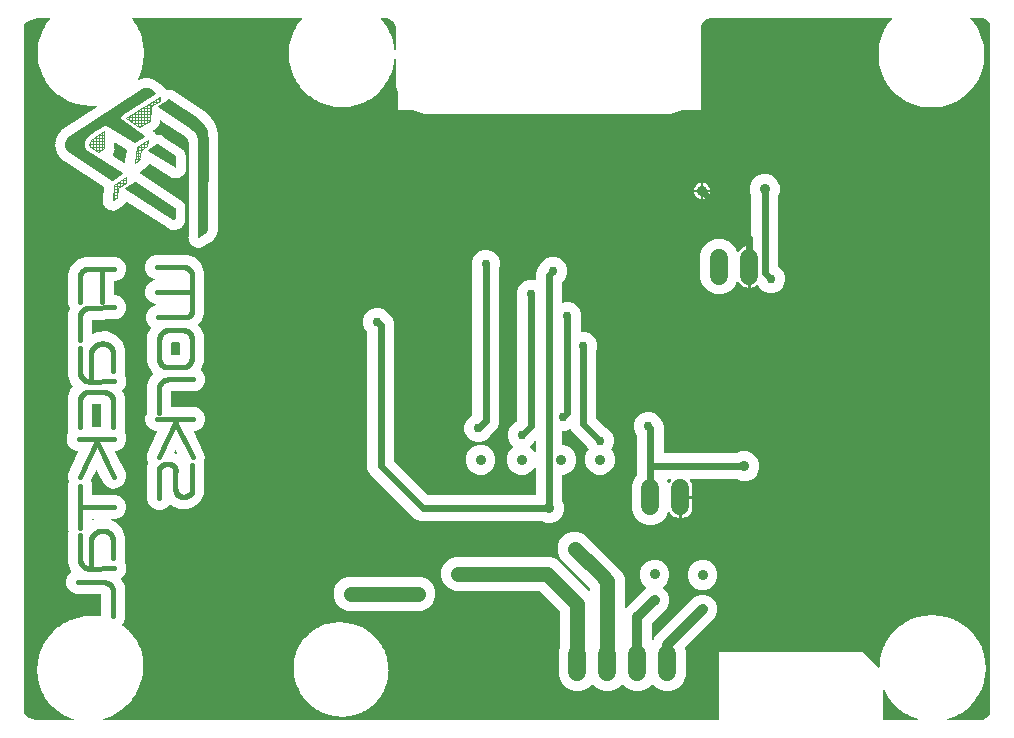
<source format=gbr>
G04 EAGLE Gerber RS-274X export*
G75*
%MOMM*%
%FSLAX34Y34*%
%LPD*%
%INBottom Copper*%
%IPPOS*%
%AMOC8*
5,1,8,0,0,1.08239X$1,22.5*%
G01*
%ADD10C,1.524000*%
%ADD11C,0.076200*%
%ADD12C,0.406400*%
%ADD13C,0.889000*%
%ADD14C,0.756400*%
%ADD15C,0.609600*%
%ADD16C,0.812800*%
%ADD17C,1.270000*%

G36*
X145982Y95887D02*
X145982Y95887D01*
X145991Y95886D01*
X146092Y95907D01*
X146194Y95925D01*
X146202Y95930D01*
X146211Y95932D01*
X146298Y95987D01*
X146387Y96040D01*
X146393Y96047D01*
X146401Y96051D01*
X146463Y96134D01*
X146528Y96214D01*
X146531Y96222D01*
X146537Y96230D01*
X146567Y96328D01*
X146600Y96426D01*
X146600Y96435D01*
X146603Y96444D01*
X146597Y96548D01*
X146594Y96651D01*
X146590Y96659D01*
X146590Y96668D01*
X146548Y96763D01*
X146509Y96858D01*
X146503Y96865D01*
X146500Y96874D01*
X146427Y96948D01*
X146358Y97024D01*
X146350Y97028D01*
X146344Y97035D01*
X146177Y97121D01*
X142564Y98347D01*
X142563Y98347D01*
X142458Y98363D01*
X142343Y98380D01*
X142342Y98380D01*
X142105Y98497D01*
X142071Y98507D01*
X142029Y98529D01*
X141770Y98617D01*
X141753Y98639D01*
X141752Y98640D01*
X141598Y98747D01*
X137502Y100767D01*
X137501Y100767D01*
X137501Y100768D01*
X137392Y100799D01*
X137286Y100829D01*
X137066Y100976D01*
X137034Y100990D01*
X136995Y101017D01*
X136749Y101138D01*
X136736Y101163D01*
X136735Y101164D01*
X136596Y101290D01*
X132799Y103827D01*
X132798Y103828D01*
X132797Y103828D01*
X132699Y103871D01*
X132593Y103917D01*
X132394Y104091D01*
X132364Y104109D01*
X132328Y104142D01*
X132101Y104294D01*
X132091Y104320D01*
X132090Y104321D01*
X131969Y104464D01*
X128535Y107475D01*
X128535Y107476D01*
X128534Y107476D01*
X128438Y107534D01*
X128343Y107591D01*
X128169Y107790D01*
X128141Y107812D01*
X128110Y107849D01*
X127904Y108029D01*
X127898Y108056D01*
X127897Y108057D01*
X127897Y108058D01*
X127795Y108215D01*
X124784Y111649D01*
X124783Y111650D01*
X124701Y111716D01*
X124609Y111789D01*
X124608Y111789D01*
X124462Y112008D01*
X124437Y112034D01*
X124411Y112074D01*
X124231Y112280D01*
X124228Y112308D01*
X124227Y112308D01*
X124227Y112309D01*
X124147Y112479D01*
X121610Y116276D01*
X121609Y116277D01*
X121530Y116359D01*
X121455Y116438D01*
X121454Y116438D01*
X121337Y116675D01*
X121316Y116703D01*
X121296Y116746D01*
X121144Y116974D01*
X121144Y117002D01*
X121144Y117003D01*
X121087Y117182D01*
X119067Y121278D01*
X119067Y121279D01*
X119002Y121367D01*
X118934Y121458D01*
X118934Y121459D01*
X118849Y121709D01*
X118832Y121740D01*
X118817Y121785D01*
X118696Y122030D01*
X118700Y122058D01*
X118700Y122059D01*
X118700Y122060D01*
X118667Y122244D01*
X117199Y126569D01*
X117199Y126570D01*
X117198Y126570D01*
X117154Y126651D01*
X117147Y126668D01*
X117140Y126676D01*
X117090Y126765D01*
X117090Y126766D01*
X117039Y127025D01*
X117026Y127057D01*
X117017Y127105D01*
X116929Y127364D01*
X116937Y127391D01*
X116937Y127392D01*
X116928Y127579D01*
X116037Y132059D01*
X116037Y132060D01*
X115998Y132157D01*
X115955Y132267D01*
X115955Y132268D01*
X115938Y132531D01*
X115929Y132566D01*
X115927Y132614D01*
X115873Y132882D01*
X115885Y132907D01*
X115885Y132908D01*
X115885Y132909D01*
X115901Y133096D01*
X115605Y137601D01*
X115600Y137623D01*
X115601Y137644D01*
X115573Y137731D01*
X115569Y137747D01*
X115569Y138130D01*
X115566Y138149D01*
X115568Y138172D01*
X115566Y138202D01*
X115566Y138203D01*
X115542Y138297D01*
X115548Y138389D01*
X115544Y138424D01*
X115548Y138472D01*
X115543Y138552D01*
X115566Y138658D01*
X115568Y138689D01*
X115566Y138707D01*
X115569Y138730D01*
X115569Y139093D01*
X115600Y139232D01*
X115605Y139253D01*
X115605Y139255D01*
X115605Y139259D01*
X115925Y144129D01*
X115924Y144130D01*
X115925Y144130D01*
X115913Y144235D01*
X115899Y144352D01*
X115951Y144611D01*
X115951Y144621D01*
X115954Y144629D01*
X115953Y144653D01*
X115962Y144693D01*
X115979Y144966D01*
X115997Y144988D01*
X115997Y144989D01*
X115998Y144990D01*
X116061Y145166D01*
X117023Y150004D01*
X117024Y150005D01*
X117025Y150119D01*
X117027Y150228D01*
X117112Y150478D01*
X117117Y150513D01*
X117134Y150559D01*
X117187Y150827D01*
X117207Y150846D01*
X117208Y150847D01*
X117208Y150848D01*
X117294Y151014D01*
X118880Y155685D01*
X118880Y155686D01*
X118896Y155792D01*
X118913Y155907D01*
X119030Y156144D01*
X119039Y156178D01*
X119061Y156221D01*
X119149Y156479D01*
X119172Y156496D01*
X119172Y156497D01*
X119173Y156497D01*
X119280Y156651D01*
X121461Y161075D01*
X121462Y161076D01*
X121493Y161186D01*
X121523Y161291D01*
X121670Y161511D01*
X121678Y161530D01*
X121688Y161542D01*
X121693Y161555D01*
X121712Y161582D01*
X121833Y161828D01*
X121857Y161841D01*
X121858Y161842D01*
X121985Y161981D01*
X124725Y166082D01*
X124725Y166083D01*
X124726Y166083D01*
X124765Y166175D01*
X124814Y166288D01*
X124815Y166288D01*
X124988Y166487D01*
X125007Y166517D01*
X125039Y166552D01*
X125191Y166780D01*
X125217Y166790D01*
X125218Y166791D01*
X125219Y166791D01*
X125362Y166912D01*
X128614Y170620D01*
X128614Y170621D01*
X128615Y170622D01*
X128672Y170718D01*
X128730Y170813D01*
X128928Y170987D01*
X128950Y171015D01*
X128987Y171046D01*
X129167Y171251D01*
X129194Y171258D01*
X129195Y171259D01*
X129196Y171259D01*
X129354Y171360D01*
X133062Y174612D01*
X133062Y174613D01*
X133063Y174613D01*
X133131Y174700D01*
X133202Y174788D01*
X133422Y174935D01*
X133447Y174960D01*
X133487Y174986D01*
X133693Y175166D01*
X133721Y175169D01*
X133722Y175169D01*
X133892Y175249D01*
X137993Y177989D01*
X137994Y177990D01*
X138072Y178065D01*
X138155Y178145D01*
X138155Y178146D01*
X138392Y178262D01*
X138420Y178283D01*
X138463Y178304D01*
X138691Y178456D01*
X138719Y178455D01*
X138720Y178455D01*
X138899Y178513D01*
X143323Y180694D01*
X143323Y180695D01*
X143324Y180695D01*
X143411Y180760D01*
X143503Y180827D01*
X143503Y180828D01*
X143753Y180913D01*
X143757Y180914D01*
X143760Y180915D01*
X143785Y180930D01*
X143830Y180944D01*
X144075Y181065D01*
X144103Y181061D01*
X144104Y181061D01*
X144105Y181061D01*
X144289Y181094D01*
X148960Y182680D01*
X148961Y182680D01*
X149055Y182733D01*
X149156Y182788D01*
X149156Y182789D01*
X149415Y182840D01*
X149448Y182853D01*
X149496Y182862D01*
X149755Y182950D01*
X149782Y182942D01*
X149783Y182942D01*
X149970Y182951D01*
X154808Y183913D01*
X154809Y183913D01*
X154913Y183954D01*
X155017Y183995D01*
X155281Y184012D01*
X155315Y184021D01*
X155363Y184023D01*
X155631Y184077D01*
X155657Y184065D01*
X155658Y184065D01*
X155845Y184049D01*
X160715Y184369D01*
X160737Y184374D01*
X160758Y184373D01*
X160845Y184401D01*
X160861Y184405D01*
X161244Y184405D01*
X161263Y184408D01*
X161286Y184406D01*
X161648Y184430D01*
X161790Y184409D01*
X161810Y184405D01*
X161813Y184405D01*
X161816Y184405D01*
X162796Y184405D01*
X162818Y184409D01*
X162839Y184406D01*
X162927Y184428D01*
X162943Y184431D01*
X163326Y184406D01*
X163345Y184408D01*
X163368Y184405D01*
X163731Y184405D01*
X163870Y184374D01*
X163891Y184369D01*
X163893Y184369D01*
X163897Y184369D01*
X168303Y184080D01*
X168304Y184080D01*
X168410Y184092D01*
X168526Y184105D01*
X168785Y184054D01*
X168820Y184053D01*
X168867Y184043D01*
X169249Y184018D01*
X169338Y184028D01*
X169428Y184032D01*
X169449Y184041D01*
X169472Y184043D01*
X169552Y184084D01*
X169635Y184119D01*
X169652Y184134D01*
X169672Y184144D01*
X169733Y184210D01*
X169799Y184272D01*
X169809Y184292D01*
X169825Y184309D01*
X169859Y184392D01*
X169899Y184473D01*
X169903Y184498D01*
X169910Y184516D01*
X169912Y184567D01*
X169913Y184575D01*
X169917Y184587D01*
X169917Y184602D01*
X169925Y184659D01*
X169712Y202065D01*
X169701Y202126D01*
X169699Y202188D01*
X169680Y202235D01*
X169670Y202285D01*
X169638Y202338D01*
X169614Y202395D01*
X169580Y202433D01*
X169553Y202477D01*
X169505Y202515D01*
X169463Y202561D01*
X169418Y202584D01*
X169378Y202616D01*
X169319Y202635D01*
X169263Y202664D01*
X169204Y202672D01*
X169164Y202685D01*
X169128Y202684D01*
X169078Y202691D01*
X148347Y202691D01*
X144612Y204238D01*
X141754Y207096D01*
X140207Y210831D01*
X140207Y214873D01*
X141754Y218608D01*
X144448Y221301D01*
X144482Y221351D01*
X144525Y221395D01*
X144546Y221443D01*
X144576Y221485D01*
X144591Y221544D01*
X144616Y221600D01*
X144619Y221652D01*
X144632Y221703D01*
X144626Y221763D01*
X144629Y221824D01*
X144614Y221874D01*
X144609Y221926D01*
X144582Y221980D01*
X144564Y222039D01*
X144528Y222089D01*
X144509Y222127D01*
X144483Y222152D01*
X144455Y222191D01*
X144406Y222241D01*
X141731Y228847D01*
X141731Y254751D01*
X142236Y255969D01*
X142245Y256010D01*
X142263Y256049D01*
X142268Y256119D01*
X142284Y256188D01*
X142278Y256230D01*
X142281Y256272D01*
X142259Y256360D01*
X142252Y256410D01*
X142242Y256429D01*
X142236Y256454D01*
X141985Y257059D01*
X141985Y273846D01*
X141980Y273876D01*
X141982Y273906D01*
X141954Y274021D01*
X141946Y274066D01*
X141940Y274076D01*
X141937Y274088D01*
X141731Y274585D01*
X141731Y278627D01*
X141937Y279124D01*
X141944Y279154D01*
X141958Y279181D01*
X141975Y279298D01*
X141985Y279343D01*
X141983Y279353D01*
X141985Y279366D01*
X141985Y296661D01*
X142354Y297552D01*
X142360Y297577D01*
X142372Y297600D01*
X142383Y297686D01*
X142402Y297771D01*
X142398Y297797D01*
X142402Y297822D01*
X142376Y297956D01*
X142371Y297993D01*
X142367Y297999D01*
X142366Y298006D01*
X141386Y300767D01*
X141595Y304804D01*
X150354Y323196D01*
X150378Y323287D01*
X150408Y323375D01*
X150408Y323394D01*
X150413Y323413D01*
X150405Y323506D01*
X150402Y323600D01*
X150395Y323617D01*
X150393Y323636D01*
X150353Y323721D01*
X150317Y323807D01*
X150305Y323822D01*
X150296Y323839D01*
X150229Y323904D01*
X150166Y323973D01*
X150149Y323982D01*
X150135Y323995D01*
X150050Y324033D01*
X149966Y324076D01*
X149946Y324079D01*
X149930Y324086D01*
X149880Y324088D01*
X149781Y324103D01*
X148601Y324103D01*
X144866Y325650D01*
X142008Y328508D01*
X140461Y332243D01*
X140461Y336285D01*
X142031Y340074D01*
X142040Y340115D01*
X142058Y340154D01*
X142063Y340224D01*
X142078Y340293D01*
X142072Y340335D01*
X142076Y340377D01*
X142054Y340465D01*
X142047Y340515D01*
X142037Y340533D01*
X142031Y340559D01*
X141477Y341895D01*
X141477Y370079D01*
X144556Y377052D01*
X145889Y378267D01*
X145935Y378327D01*
X145987Y378381D01*
X146002Y378416D01*
X146025Y378446D01*
X146047Y378518D01*
X146078Y378586D01*
X146080Y378624D01*
X146091Y378660D01*
X146087Y378735D01*
X146092Y378810D01*
X146081Y378846D01*
X146078Y378884D01*
X146048Y378953D01*
X146026Y379025D01*
X146001Y379060D01*
X145988Y379090D01*
X145957Y379122D01*
X145917Y379177D01*
X144406Y380737D01*
X141731Y387343D01*
X141731Y413247D01*
X141982Y413852D01*
X141991Y413893D01*
X142009Y413932D01*
X142014Y414002D01*
X142030Y414071D01*
X142024Y414113D01*
X142027Y414155D01*
X142005Y414243D01*
X141998Y414293D01*
X141988Y414311D01*
X141982Y414337D01*
X141477Y415555D01*
X141477Y440846D01*
X143077Y444625D01*
X143088Y444673D01*
X143108Y444717D01*
X143112Y444781D01*
X143126Y444844D01*
X143120Y444892D01*
X143123Y444941D01*
X143103Y445018D01*
X143097Y445066D01*
X143084Y445090D01*
X143076Y445123D01*
X141758Y448189D01*
X141505Y467694D01*
X141500Y467720D01*
X141502Y467747D01*
X141477Y467846D01*
X141477Y469830D01*
X141477Y469834D01*
X141477Y469839D01*
X141452Y471803D01*
X141463Y471882D01*
X141470Y471902D01*
X141470Y471923D01*
X141477Y471959D01*
X141476Y471966D01*
X141477Y471974D01*
X141477Y474199D01*
X144184Y480734D01*
X149186Y485736D01*
X155721Y488443D01*
X182615Y488443D01*
X186350Y486896D01*
X189208Y484038D01*
X190755Y480303D01*
X190755Y476261D01*
X189208Y472526D01*
X186350Y469668D01*
X182615Y468121D01*
X180975Y468121D01*
X180910Y468110D01*
X180844Y468108D01*
X180801Y468090D01*
X180754Y468082D01*
X180697Y468048D01*
X180637Y468023D01*
X180602Y467992D01*
X180561Y467967D01*
X180519Y467916D01*
X180471Y467872D01*
X180449Y467830D01*
X180420Y467793D01*
X180399Y467731D01*
X180368Y467672D01*
X180360Y467618D01*
X180348Y467581D01*
X180349Y467541D01*
X180341Y467487D01*
X180341Y456317D01*
X180353Y456248D01*
X180356Y456178D01*
X180373Y456138D01*
X180380Y456096D01*
X180416Y456036D01*
X180443Y455971D01*
X180472Y455940D01*
X180495Y455902D01*
X180549Y455859D01*
X180596Y455808D01*
X180635Y455788D01*
X180669Y455761D01*
X180735Y455739D01*
X180797Y455708D01*
X180847Y455701D01*
X180881Y455689D01*
X180923Y455690D01*
X180983Y455682D01*
X182490Y455701D01*
X186243Y454200D01*
X189136Y451378D01*
X190729Y447662D01*
X190779Y443620D01*
X189278Y439867D01*
X186456Y436974D01*
X182740Y435381D01*
X162425Y435130D01*
X162364Y435118D01*
X162302Y435117D01*
X162255Y435097D01*
X162205Y435088D01*
X162152Y435056D01*
X162095Y435032D01*
X162057Y434998D01*
X162013Y434971D01*
X161975Y434923D01*
X161929Y434881D01*
X161906Y434835D01*
X161874Y434795D01*
X161855Y434736D01*
X161826Y434681D01*
X161818Y434622D01*
X161805Y434582D01*
X161806Y434545D01*
X161799Y434496D01*
X161799Y424004D01*
X161814Y423918D01*
X161823Y423830D01*
X161834Y423808D01*
X161838Y423784D01*
X161883Y423708D01*
X161922Y423629D01*
X161940Y423612D01*
X161953Y423590D01*
X162021Y423535D01*
X162085Y423474D01*
X162107Y423465D01*
X162127Y423449D01*
X162210Y423421D01*
X162291Y423386D01*
X162316Y423385D01*
X162339Y423377D01*
X162427Y423380D01*
X162515Y423376D01*
X162542Y423383D01*
X162564Y423384D01*
X162610Y423403D01*
X162695Y423427D01*
X166330Y425078D01*
X169660Y425172D01*
X170402Y425193D01*
X170453Y425194D01*
X172548Y425253D01*
X174260Y425301D01*
X181453Y422498D01*
X186988Y417117D01*
X189993Y410006D01*
X189993Y389901D01*
X189587Y388921D01*
X189577Y388876D01*
X189558Y388834D01*
X189553Y388767D01*
X189539Y388702D01*
X189546Y388656D01*
X189542Y388610D01*
X189564Y388529D01*
X189571Y388480D01*
X189582Y388459D01*
X189590Y388429D01*
X190984Y385175D01*
X191032Y381133D01*
X189531Y377381D01*
X187726Y375532D01*
X187673Y375454D01*
X187616Y375380D01*
X187611Y375362D01*
X187600Y375346D01*
X187578Y375255D01*
X187550Y375166D01*
X187551Y375147D01*
X187547Y375128D01*
X187557Y375035D01*
X187563Y374942D01*
X187570Y374922D01*
X187572Y374905D01*
X187595Y374860D01*
X187633Y374768D01*
X189200Y372095D01*
X189589Y370092D01*
X189607Y370045D01*
X189628Y369963D01*
X189970Y369163D01*
X189981Y368118D01*
X189990Y368073D01*
X189993Y368004D01*
X190192Y366978D01*
X190018Y366125D01*
X190016Y366075D01*
X190005Y365991D01*
X190268Y342007D01*
X189563Y340249D01*
X189555Y340211D01*
X189538Y340175D01*
X189532Y340102D01*
X189517Y340029D01*
X189523Y339990D01*
X189520Y339952D01*
X189544Y339857D01*
X189551Y339807D01*
X189560Y339792D01*
X189565Y339770D01*
X191009Y336285D01*
X191009Y332243D01*
X189462Y328508D01*
X186604Y325650D01*
X182869Y324103D01*
X181876Y324103D01*
X181779Y324086D01*
X181681Y324073D01*
X181669Y324066D01*
X181655Y324064D01*
X181570Y324013D01*
X181483Y323967D01*
X181474Y323957D01*
X181462Y323949D01*
X181400Y323873D01*
X181334Y323799D01*
X181329Y323786D01*
X181321Y323775D01*
X181289Y323682D01*
X181253Y323590D01*
X181253Y323576D01*
X181249Y323563D01*
X181252Y323464D01*
X181250Y323366D01*
X181255Y323351D01*
X181255Y323338D01*
X181273Y323294D01*
X181308Y323187D01*
X190341Y304961D01*
X190614Y300928D01*
X189322Y297098D01*
X186663Y294054D01*
X183041Y292259D01*
X179008Y291986D01*
X175178Y293278D01*
X172134Y295937D01*
X166464Y307375D01*
X166445Y307401D01*
X166434Y307429D01*
X166421Y307444D01*
X166411Y307463D01*
X166367Y307506D01*
X166331Y307555D01*
X166301Y307575D01*
X166282Y307595D01*
X166268Y307602D01*
X166250Y307620D01*
X166194Y307644D01*
X166143Y307678D01*
X166104Y307686D01*
X166083Y307698D01*
X166068Y307700D01*
X166045Y307710D01*
X165984Y307714D01*
X165924Y307727D01*
X165903Y307724D01*
X165897Y307725D01*
X165895Y307725D01*
X165868Y307720D01*
X165821Y307723D01*
X165762Y307705D01*
X165701Y307697D01*
X165683Y307687D01*
X165674Y307686D01*
X165649Y307671D01*
X165606Y307658D01*
X165558Y307620D01*
X165503Y307592D01*
X165491Y307577D01*
X165481Y307571D01*
X165460Y307546D01*
X165428Y307522D01*
X165386Y307459D01*
X165355Y307424D01*
X165349Y307409D01*
X165339Y307397D01*
X165334Y307383D01*
X165323Y307366D01*
X161460Y299253D01*
X161445Y299196D01*
X161420Y299143D01*
X161415Y299089D01*
X161401Y299036D01*
X161406Y298978D01*
X161401Y298919D01*
X161417Y298857D01*
X161421Y298813D01*
X161436Y298782D01*
X161447Y298737D01*
X162307Y296661D01*
X162307Y287401D01*
X162318Y287336D01*
X162320Y287270D01*
X162338Y287227D01*
X162346Y287180D01*
X162380Y287123D01*
X162405Y287063D01*
X162436Y287028D01*
X162461Y286987D01*
X162512Y286945D01*
X162556Y286897D01*
X162598Y286875D01*
X162635Y286846D01*
X162697Y286825D01*
X162756Y286794D01*
X162810Y286786D01*
X162847Y286774D01*
X162887Y286775D01*
X162941Y286767D01*
X182615Y286767D01*
X186350Y285220D01*
X189208Y282362D01*
X190755Y278627D01*
X190755Y274585D01*
X189208Y270850D01*
X186350Y267992D01*
X182615Y266445D01*
X178559Y266445D01*
X178453Y266426D01*
X178348Y266409D01*
X178343Y266406D01*
X178338Y266406D01*
X178245Y266351D01*
X178153Y266298D01*
X178149Y266294D01*
X178145Y266291D01*
X178078Y266209D01*
X178008Y266126D01*
X178007Y266121D01*
X178003Y266117D01*
X177969Y266015D01*
X177933Y265915D01*
X177933Y265910D01*
X177932Y265905D01*
X177935Y265799D01*
X177936Y265690D01*
X177938Y265686D01*
X177938Y265680D01*
X177978Y265582D01*
X178017Y265481D01*
X178021Y265477D01*
X178022Y265473D01*
X178095Y265394D01*
X178166Y265313D01*
X178171Y265310D01*
X178174Y265307D01*
X178202Y265293D01*
X178329Y265220D01*
X181453Y264002D01*
X186988Y258621D01*
X189993Y251510D01*
X189993Y231405D01*
X189587Y230425D01*
X189577Y230380D01*
X189558Y230338D01*
X189553Y230271D01*
X189539Y230206D01*
X189546Y230160D01*
X189542Y230114D01*
X189564Y230033D01*
X189571Y229984D01*
X189582Y229963D01*
X189590Y229933D01*
X190984Y226679D01*
X191032Y222637D01*
X189531Y218885D01*
X186907Y216197D01*
X186866Y216136D01*
X186817Y216081D01*
X186812Y216068D01*
X186810Y216065D01*
X186803Y216043D01*
X186781Y216011D01*
X186764Y215940D01*
X186738Y215871D01*
X186737Y215832D01*
X186728Y215794D01*
X186736Y215720D01*
X186736Y215647D01*
X186750Y215604D01*
X186754Y215571D01*
X186774Y215531D01*
X186794Y215469D01*
X189609Y209879D01*
X189780Y208143D01*
X189781Y208140D01*
X189781Y208137D01*
X189828Y207955D01*
X189967Y207631D01*
X189986Y206075D01*
X189991Y206051D01*
X189989Y206020D01*
X190142Y204472D01*
X190040Y204134D01*
X190039Y204131D01*
X190038Y204128D01*
X190012Y203942D01*
X190271Y182761D01*
X188769Y179008D01*
X187432Y177637D01*
X187425Y177628D01*
X187416Y177621D01*
X187363Y177535D01*
X187306Y177452D01*
X187303Y177440D01*
X187297Y177431D01*
X187277Y177332D01*
X187253Y177234D01*
X187254Y177222D01*
X187252Y177211D01*
X187267Y177111D01*
X187279Y177011D01*
X187284Y177001D01*
X187286Y176989D01*
X187335Y176901D01*
X187381Y176811D01*
X187389Y176803D01*
X187395Y176793D01*
X187533Y176667D01*
X188555Y175984D01*
X188556Y175984D01*
X188557Y175983D01*
X188655Y175941D01*
X188761Y175894D01*
X188762Y175894D01*
X188960Y175720D01*
X188990Y175702D01*
X189026Y175670D01*
X189253Y175518D01*
X189263Y175491D01*
X189264Y175491D01*
X189264Y175490D01*
X189385Y175347D01*
X192744Y172402D01*
X192745Y172401D01*
X192841Y172343D01*
X192936Y172286D01*
X192937Y172286D01*
X193111Y172087D01*
X193138Y172065D01*
X193169Y172029D01*
X193375Y171848D01*
X193382Y171821D01*
X193382Y171820D01*
X193484Y171662D01*
X196429Y168303D01*
X196430Y168303D01*
X196430Y168302D01*
X196516Y168234D01*
X196605Y168164D01*
X196605Y168163D01*
X196752Y167944D01*
X196776Y167918D01*
X196802Y167878D01*
X196982Y167672D01*
X196986Y167644D01*
X196986Y167643D01*
X197066Y167473D01*
X199548Y163759D01*
X199549Y163758D01*
X199628Y163676D01*
X199704Y163597D01*
X199821Y163360D01*
X199842Y163332D01*
X199862Y163289D01*
X200014Y163061D01*
X200014Y163033D01*
X200014Y163032D01*
X200028Y162988D01*
X200028Y162986D01*
X200031Y162977D01*
X200071Y162853D01*
X202047Y158847D01*
X202047Y158846D01*
X202047Y158845D01*
X202114Y158755D01*
X202180Y158666D01*
X202265Y158416D01*
X202282Y158385D01*
X202297Y158339D01*
X202418Y158094D01*
X202414Y158066D01*
X202414Y158065D01*
X202414Y158064D01*
X202441Y157913D01*
X202441Y157912D01*
X202442Y157911D01*
X202447Y157880D01*
X203883Y153650D01*
X203883Y153649D01*
X203884Y153648D01*
X203937Y153552D01*
X203992Y153453D01*
X204043Y153194D01*
X204056Y153161D01*
X204065Y153114D01*
X204153Y152855D01*
X204145Y152828D01*
X204145Y152827D01*
X204154Y152639D01*
X205025Y148258D01*
X205026Y148257D01*
X205026Y148256D01*
X205066Y148154D01*
X205107Y148049D01*
X205108Y148049D01*
X205125Y147785D01*
X205133Y147751D01*
X205136Y147703D01*
X205189Y147435D01*
X205178Y147409D01*
X205178Y147408D01*
X205177Y147408D01*
X205175Y147374D01*
X205168Y147354D01*
X205169Y147307D01*
X205162Y147221D01*
X205454Y142763D01*
X205454Y142762D01*
X205454Y142761D01*
X205464Y142721D01*
X205465Y142690D01*
X205483Y142645D01*
X205508Y142545D01*
X205491Y142282D01*
X205495Y142246D01*
X205491Y142199D01*
X205509Y141926D01*
X205494Y141902D01*
X205494Y141901D01*
X205494Y141900D01*
X205454Y141717D01*
X205121Y136629D01*
X205120Y136628D01*
X205133Y136517D01*
X205146Y136406D01*
X205094Y136147D01*
X205094Y136112D01*
X205084Y136065D01*
X205066Y135792D01*
X205048Y135770D01*
X205048Y135769D01*
X205047Y135769D01*
X204984Y135592D01*
X203989Y130592D01*
X203989Y130591D01*
X203989Y130590D01*
X203987Y130474D01*
X203985Y130367D01*
X203901Y130117D01*
X203895Y130082D01*
X203879Y130037D01*
X203826Y129769D01*
X203805Y129749D01*
X203805Y129748D01*
X203804Y129748D01*
X203719Y129581D01*
X202080Y124753D01*
X202080Y124752D01*
X202079Y124752D01*
X202063Y124643D01*
X202046Y124531D01*
X201930Y124294D01*
X201920Y124260D01*
X201898Y124217D01*
X201810Y123959D01*
X201787Y123942D01*
X201787Y123941D01*
X201786Y123941D01*
X201679Y123787D01*
X199424Y119214D01*
X199424Y119213D01*
X199393Y119103D01*
X199362Y118998D01*
X199216Y118778D01*
X199202Y118746D01*
X199174Y118707D01*
X199053Y118461D01*
X199029Y118448D01*
X199028Y118447D01*
X199027Y118447D01*
X198901Y118308D01*
X196069Y114069D01*
X196068Y114068D01*
X196068Y114067D01*
X196025Y113969D01*
X195979Y113863D01*
X195805Y113664D01*
X195787Y113634D01*
X195755Y113598D01*
X195603Y113371D01*
X195576Y113361D01*
X195576Y113360D01*
X195575Y113360D01*
X195432Y113239D01*
X192070Y109405D01*
X192069Y109404D01*
X192012Y109308D01*
X191954Y109213D01*
X191756Y109039D01*
X191734Y109011D01*
X191697Y108980D01*
X191517Y108775D01*
X191490Y108768D01*
X191489Y108767D01*
X191488Y108767D01*
X191331Y108666D01*
X187497Y105304D01*
X187496Y105303D01*
X187428Y105217D01*
X187357Y105129D01*
X187357Y105128D01*
X187138Y104981D01*
X187112Y104957D01*
X187072Y104931D01*
X186866Y104751D01*
X186838Y104748D01*
X186838Y104747D01*
X186837Y104747D01*
X186794Y104727D01*
X186786Y104726D01*
X186764Y104713D01*
X186667Y104667D01*
X182428Y101835D01*
X182428Y101834D01*
X182427Y101834D01*
X182344Y101754D01*
X182266Y101679D01*
X182029Y101562D01*
X182001Y101541D01*
X181958Y101520D01*
X181730Y101368D01*
X181702Y101369D01*
X181701Y101369D01*
X181522Y101312D01*
X176949Y99057D01*
X176949Y99056D01*
X176948Y99056D01*
X176865Y98994D01*
X176769Y98923D01*
X176519Y98838D01*
X176488Y98821D01*
X176442Y98806D01*
X176197Y98685D01*
X176169Y98690D01*
X176168Y98689D01*
X176167Y98690D01*
X175983Y98656D01*
X171459Y97121D01*
X171451Y97116D01*
X171442Y97115D01*
X171353Y97062D01*
X171263Y97012D01*
X171257Y97005D01*
X171249Y97000D01*
X171184Y96920D01*
X171116Y96842D01*
X171113Y96833D01*
X171107Y96826D01*
X171074Y96729D01*
X171038Y96631D01*
X171038Y96622D01*
X171036Y96614D01*
X171039Y96511D01*
X171039Y96407D01*
X171042Y96399D01*
X171042Y96389D01*
X171081Y96294D01*
X171117Y96197D01*
X171123Y96190D01*
X171126Y96182D01*
X171196Y96106D01*
X171264Y96027D01*
X171272Y96023D01*
X171278Y96016D01*
X171370Y95969D01*
X171460Y95919D01*
X171469Y95918D01*
X171477Y95913D01*
X171663Y95886D01*
X692277Y95886D01*
X692342Y95897D01*
X692408Y95899D01*
X692451Y95917D01*
X692498Y95925D01*
X692555Y95959D01*
X692615Y95984D01*
X692650Y96015D01*
X692691Y96040D01*
X692733Y96091D01*
X692781Y96135D01*
X692803Y96177D01*
X692832Y96214D01*
X692853Y96276D01*
X692884Y96335D01*
X692892Y96389D01*
X692904Y96426D01*
X692903Y96466D01*
X692911Y96520D01*
X692911Y153478D01*
X693358Y153925D01*
X814386Y153925D01*
X827704Y140606D01*
X827761Y140567D01*
X827811Y140520D01*
X827852Y140504D01*
X827889Y140478D01*
X827955Y140461D01*
X828018Y140435D01*
X828063Y140433D01*
X828106Y140422D01*
X828174Y140429D01*
X828243Y140427D01*
X828285Y140441D01*
X828329Y140445D01*
X828391Y140476D01*
X828456Y140497D01*
X828490Y140525D01*
X828530Y140545D01*
X828577Y140595D01*
X828631Y140638D01*
X828654Y140676D01*
X828684Y140708D01*
X828711Y140771D01*
X828746Y140830D01*
X828757Y140880D01*
X828772Y140915D01*
X828773Y140956D01*
X828786Y141013D01*
X828800Y141228D01*
X828798Y141247D01*
X828801Y141270D01*
X828801Y141633D01*
X828832Y141772D01*
X828837Y141793D01*
X828837Y141795D01*
X828837Y141799D01*
X829139Y146404D01*
X829139Y146405D01*
X829127Y146508D01*
X829114Y146627D01*
X829165Y146886D01*
X829166Y146921D01*
X829176Y146968D01*
X829194Y147241D01*
X829212Y147263D01*
X829212Y147264D01*
X829276Y147441D01*
X830186Y152018D01*
X830186Y152019D01*
X830188Y152132D01*
X830190Y152242D01*
X830190Y152243D01*
X830275Y152493D01*
X830280Y152528D01*
X830296Y152573D01*
X830350Y152841D01*
X830370Y152860D01*
X830370Y152861D01*
X830371Y152862D01*
X830457Y153028D01*
X831957Y157447D01*
X831957Y157448D01*
X831974Y157558D01*
X831990Y157669D01*
X832107Y157906D01*
X832117Y157940D01*
X832139Y157983D01*
X832227Y158242D01*
X832249Y158259D01*
X832250Y158259D01*
X832250Y158260D01*
X832357Y158414D01*
X834421Y162599D01*
X834421Y162600D01*
X834422Y162600D01*
X834451Y162703D01*
X834483Y162815D01*
X834630Y163035D01*
X834644Y163067D01*
X834671Y163106D01*
X834792Y163352D01*
X834817Y163365D01*
X834818Y163366D01*
X834944Y163505D01*
X837537Y167385D01*
X837537Y167386D01*
X837538Y167386D01*
X837575Y167473D01*
X837627Y167591D01*
X837801Y167790D01*
X837819Y167820D01*
X837851Y167855D01*
X838003Y168083D01*
X838029Y168093D01*
X838030Y168094D01*
X838031Y168094D01*
X838174Y168215D01*
X841251Y171724D01*
X841252Y171725D01*
X841308Y171820D01*
X841366Y171916D01*
X841565Y172090D01*
X841587Y172118D01*
X841624Y172149D01*
X841804Y172355D01*
X841831Y172361D01*
X841832Y172362D01*
X841833Y172362D01*
X841990Y172463D01*
X845499Y175540D01*
X845499Y175541D01*
X845500Y175541D01*
X845568Y175627D01*
X845639Y175716D01*
X845859Y175863D01*
X845884Y175887D01*
X845924Y175913D01*
X846130Y176094D01*
X846158Y176097D01*
X846159Y176097D01*
X846329Y176177D01*
X850209Y178770D01*
X850210Y178770D01*
X850210Y178771D01*
X850284Y178842D01*
X850371Y178925D01*
X850371Y178926D01*
X850608Y179043D01*
X850636Y179064D01*
X850679Y179084D01*
X850907Y179236D01*
X850935Y179235D01*
X850936Y179236D01*
X851115Y179293D01*
X855300Y181357D01*
X855301Y181357D01*
X855302Y181357D01*
X855389Y181422D01*
X855481Y181490D01*
X855731Y181575D01*
X855762Y181592D01*
X855808Y181607D01*
X856053Y181728D01*
X856081Y181724D01*
X856082Y181724D01*
X856267Y181757D01*
X860686Y183257D01*
X860686Y183258D01*
X860687Y183258D01*
X860780Y183309D01*
X860882Y183366D01*
X861141Y183418D01*
X861174Y183430D01*
X861221Y183439D01*
X861480Y183527D01*
X861507Y183519D01*
X861508Y183519D01*
X861509Y183519D01*
X861696Y183528D01*
X866273Y184438D01*
X866274Y184439D01*
X866275Y184439D01*
X866380Y184480D01*
X866482Y184520D01*
X866482Y184521D01*
X866746Y184538D01*
X866780Y184546D01*
X866828Y184549D01*
X867096Y184602D01*
X867122Y184591D01*
X867123Y184591D01*
X867124Y184590D01*
X867310Y184575D01*
X871915Y184877D01*
X871937Y184882D01*
X871958Y184881D01*
X872045Y184909D01*
X872061Y184913D01*
X872445Y184913D01*
X872463Y184916D01*
X872486Y184914D01*
X872848Y184938D01*
X872990Y184917D01*
X873010Y184913D01*
X873013Y184913D01*
X873016Y184913D01*
X873488Y184913D01*
X873510Y184917D01*
X873531Y184914D01*
X873619Y184936D01*
X873635Y184939D01*
X874018Y184914D01*
X874037Y184916D01*
X874060Y184913D01*
X874423Y184913D01*
X874562Y184882D01*
X874583Y184877D01*
X874585Y184877D01*
X874589Y184877D01*
X879326Y184566D01*
X879327Y184566D01*
X879328Y184566D01*
X879433Y184578D01*
X879549Y184591D01*
X879550Y184591D01*
X879809Y184540D01*
X879844Y184539D01*
X879891Y184529D01*
X880164Y184511D01*
X880186Y184494D01*
X880187Y184493D01*
X880364Y184430D01*
X885071Y183493D01*
X885072Y183493D01*
X885187Y183491D01*
X885295Y183489D01*
X885545Y183404D01*
X885581Y183399D01*
X885626Y183383D01*
X885894Y183330D01*
X885913Y183309D01*
X885914Y183309D01*
X885915Y183308D01*
X886081Y183223D01*
X890626Y181680D01*
X890627Y181680D01*
X890627Y181679D01*
X890733Y181664D01*
X890848Y181646D01*
X891085Y181530D01*
X891119Y181520D01*
X891162Y181498D01*
X891421Y181410D01*
X891437Y181387D01*
X891438Y181387D01*
X891439Y181386D01*
X891593Y181279D01*
X895897Y179157D01*
X895898Y179156D01*
X896008Y179125D01*
X896113Y179095D01*
X896333Y178948D01*
X896365Y178934D01*
X896404Y178906D01*
X896650Y178786D01*
X896663Y178761D01*
X896664Y178760D01*
X896803Y178634D01*
X900794Y175967D01*
X900795Y175966D01*
X900889Y175926D01*
X900999Y175877D01*
X901000Y175877D01*
X901198Y175703D01*
X901228Y175685D01*
X901264Y175653D01*
X901491Y175501D01*
X901502Y175475D01*
X901502Y175474D01*
X901503Y175473D01*
X901624Y175330D01*
X905232Y172166D01*
X905233Y172165D01*
X905329Y172107D01*
X905424Y172050D01*
X905425Y172050D01*
X905599Y171851D01*
X905626Y171829D01*
X905657Y171793D01*
X905863Y171613D01*
X905870Y171585D01*
X905870Y171584D01*
X905972Y171426D01*
X909136Y167818D01*
X909137Y167817D01*
X909226Y167746D01*
X909312Y167678D01*
X909459Y167458D01*
X909484Y167432D01*
X909509Y167392D01*
X909690Y167187D01*
X909693Y167159D01*
X909693Y167158D01*
X909693Y167157D01*
X909773Y166988D01*
X912440Y162997D01*
X912440Y162996D01*
X912519Y162914D01*
X912595Y162835D01*
X912596Y162835D01*
X912712Y162598D01*
X912733Y162570D01*
X912754Y162527D01*
X912906Y162299D01*
X912905Y162271D01*
X912906Y162270D01*
X912963Y162091D01*
X915085Y157787D01*
X915086Y157786D01*
X915086Y157785D01*
X915151Y157698D01*
X915219Y157606D01*
X915304Y157356D01*
X915321Y157325D01*
X915336Y157279D01*
X915457Y157034D01*
X915452Y157006D01*
X915453Y157005D01*
X915452Y157004D01*
X915486Y156820D01*
X917029Y152275D01*
X917029Y152274D01*
X917082Y152178D01*
X917137Y152079D01*
X917189Y151820D01*
X917202Y151787D01*
X917210Y151739D01*
X917298Y151481D01*
X917290Y151454D01*
X917291Y151453D01*
X917290Y151452D01*
X917299Y151265D01*
X918236Y146557D01*
X918236Y146556D01*
X918277Y146452D01*
X918318Y146349D01*
X918318Y146348D01*
X918335Y146085D01*
X918344Y146050D01*
X918346Y146003D01*
X918399Y145734D01*
X918388Y145709D01*
X918388Y145708D01*
X918388Y145707D01*
X918372Y145520D01*
X918683Y140783D01*
X918688Y140761D01*
X918687Y140740D01*
X918715Y140653D01*
X918719Y140637D01*
X918719Y140480D01*
X918723Y140458D01*
X918720Y140437D01*
X918742Y140349D01*
X918745Y140333D01*
X918731Y140122D01*
X918735Y140087D01*
X918731Y140040D01*
X918744Y139850D01*
X918729Y139754D01*
X918726Y139743D01*
X918726Y139731D01*
X918723Y139708D01*
X918719Y139688D01*
X918719Y139685D01*
X918719Y139682D01*
X918719Y139545D01*
X918688Y139406D01*
X918683Y139385D01*
X918683Y139383D01*
X918683Y139379D01*
X918372Y134642D01*
X918372Y134641D01*
X918372Y134640D01*
X918385Y134532D01*
X918397Y134419D01*
X918397Y134418D01*
X918346Y134159D01*
X918345Y134124D01*
X918335Y134077D01*
X918317Y133804D01*
X918300Y133782D01*
X918299Y133781D01*
X918236Y133605D01*
X917299Y128897D01*
X917299Y128896D01*
X917297Y128782D01*
X917295Y128673D01*
X917210Y128423D01*
X917205Y128387D01*
X917189Y128342D01*
X917136Y128074D01*
X917115Y128055D01*
X917115Y128054D01*
X917114Y128053D01*
X917029Y127887D01*
X915486Y123342D01*
X915486Y123341D01*
X915485Y123341D01*
X915477Y123285D01*
X915466Y123252D01*
X915467Y123217D01*
X915452Y123120D01*
X915336Y122883D01*
X915326Y122849D01*
X915304Y122806D01*
X915216Y122547D01*
X915193Y122531D01*
X915193Y122530D01*
X915192Y122529D01*
X915085Y122375D01*
X912963Y118071D01*
X912962Y118070D01*
X912929Y117954D01*
X912901Y117855D01*
X912754Y117635D01*
X912740Y117603D01*
X912712Y117564D01*
X912592Y117318D01*
X912567Y117305D01*
X912566Y117304D01*
X912440Y117165D01*
X909773Y113174D01*
X909772Y113173D01*
X909732Y113080D01*
X909683Y112969D01*
X909683Y112968D01*
X909509Y112770D01*
X909491Y112740D01*
X909459Y112704D01*
X909307Y112477D01*
X909281Y112466D01*
X909280Y112466D01*
X909279Y112465D01*
X909136Y112344D01*
X905972Y108736D01*
X905971Y108735D01*
X905913Y108639D01*
X905856Y108544D01*
X905856Y108543D01*
X905657Y108369D01*
X905635Y108342D01*
X905599Y108311D01*
X905419Y108105D01*
X905391Y108098D01*
X905390Y108098D01*
X905232Y107996D01*
X901624Y104832D01*
X901623Y104831D01*
X901554Y104745D01*
X901484Y104656D01*
X901264Y104509D01*
X901238Y104484D01*
X901198Y104459D01*
X900993Y104278D01*
X900965Y104275D01*
X900964Y104275D01*
X900963Y104275D01*
X900794Y104195D01*
X896803Y101528D01*
X896802Y101528D01*
X896723Y101451D01*
X896641Y101373D01*
X896641Y101372D01*
X896404Y101256D01*
X896376Y101235D01*
X896333Y101214D01*
X896105Y101062D01*
X896077Y101063D01*
X896076Y101062D01*
X895897Y101005D01*
X891593Y98883D01*
X891592Y98882D01*
X891591Y98882D01*
X891496Y98811D01*
X891412Y98749D01*
X891162Y98664D01*
X891131Y98647D01*
X891085Y98632D01*
X890840Y98511D01*
X890812Y98516D01*
X890811Y98515D01*
X890810Y98516D01*
X890626Y98482D01*
X886615Y97121D01*
X886607Y97116D01*
X886598Y97115D01*
X886509Y97062D01*
X886418Y97012D01*
X886413Y97005D01*
X886405Y97000D01*
X886340Y96920D01*
X886272Y96842D01*
X886269Y96833D01*
X886263Y96826D01*
X886230Y96729D01*
X886194Y96631D01*
X886194Y96622D01*
X886191Y96614D01*
X886194Y96511D01*
X886195Y96407D01*
X886198Y96399D01*
X886198Y96389D01*
X886237Y96294D01*
X886273Y96197D01*
X886279Y96190D01*
X886282Y96182D01*
X886352Y96106D01*
X886420Y96027D01*
X886428Y96023D01*
X886434Y96016D01*
X886525Y95969D01*
X886616Y95919D01*
X886625Y95918D01*
X886633Y95913D01*
X886819Y95886D01*
X915849Y95886D01*
X915898Y95895D01*
X915992Y95902D01*
X916274Y95968D01*
X916277Y95969D01*
X916281Y95969D01*
X916454Y96040D01*
X919245Y97695D01*
X919248Y97698D01*
X919251Y97699D01*
X919395Y97819D01*
X921555Y100241D01*
X921557Y100244D01*
X921560Y100246D01*
X921661Y100404D01*
X922091Y101364D01*
X922100Y101403D01*
X922119Y101438D01*
X922133Y101533D01*
X922145Y101582D01*
X922143Y101600D01*
X922146Y101623D01*
X922146Y686052D01*
X922130Y686142D01*
X922120Y686233D01*
X922110Y686254D01*
X922107Y686273D01*
X922081Y686316D01*
X922040Y686403D01*
X921001Y687967D01*
X920994Y687974D01*
X920989Y687983D01*
X920859Y688118D01*
X918714Y689768D01*
X918705Y689773D01*
X918698Y689780D01*
X918531Y689866D01*
X915968Y690736D01*
X915920Y690743D01*
X915816Y690767D01*
X914463Y690877D01*
X914440Y690875D01*
X914411Y690879D01*
X912543Y690877D01*
X912534Y690879D01*
X912524Y690877D01*
X912511Y690879D01*
X906304Y690879D01*
X906237Y690867D01*
X906168Y690865D01*
X906127Y690847D01*
X906083Y690840D01*
X906024Y690805D01*
X905961Y690778D01*
X905928Y690748D01*
X905890Y690725D01*
X905847Y690672D01*
X905797Y690626D01*
X905777Y690586D01*
X905749Y690551D01*
X905727Y690486D01*
X905696Y690425D01*
X905691Y690381D01*
X905677Y690339D01*
X905679Y690270D01*
X905671Y690202D01*
X905682Y690159D01*
X905683Y690114D01*
X905709Y690051D01*
X905726Y689984D01*
X905754Y689941D01*
X905768Y689907D01*
X905795Y689876D01*
X905827Y689827D01*
X907866Y687502D01*
X907867Y687501D01*
X907953Y687432D01*
X908042Y687362D01*
X908189Y687142D01*
X908214Y687116D01*
X908239Y687076D01*
X908420Y686871D01*
X908423Y686843D01*
X908423Y686842D01*
X908423Y686841D01*
X908503Y686672D01*
X911170Y682681D01*
X911170Y682680D01*
X911253Y682595D01*
X911325Y682519D01*
X911326Y682519D01*
X911442Y682282D01*
X911462Y682257D01*
X911473Y682229D01*
X911478Y682223D01*
X911484Y682211D01*
X911636Y681983D01*
X911635Y681955D01*
X911636Y681954D01*
X911693Y681775D01*
X913815Y677471D01*
X913816Y677470D01*
X913816Y677469D01*
X913881Y677382D01*
X913949Y677290D01*
X914034Y677040D01*
X914051Y677009D01*
X914066Y676963D01*
X914187Y676718D01*
X914182Y676690D01*
X914183Y676689D01*
X914182Y676688D01*
X914216Y676504D01*
X915759Y671959D01*
X915759Y671958D01*
X915812Y671862D01*
X915867Y671763D01*
X915919Y671504D01*
X915932Y671471D01*
X915940Y671423D01*
X916028Y671165D01*
X916020Y671138D01*
X916021Y671137D01*
X916020Y671136D01*
X916029Y670949D01*
X916966Y666241D01*
X916966Y666240D01*
X917007Y666136D01*
X917048Y666033D01*
X917048Y666032D01*
X917065Y665769D01*
X917074Y665734D01*
X917076Y665687D01*
X917129Y665418D01*
X917118Y665393D01*
X917118Y665392D01*
X917118Y665391D01*
X917102Y665204D01*
X917413Y660467D01*
X917418Y660445D01*
X917417Y660424D01*
X917445Y660337D01*
X917449Y660321D01*
X917449Y659938D01*
X917452Y659919D01*
X917450Y659896D01*
X917470Y659592D01*
X917470Y659591D01*
X917470Y659590D01*
X917478Y659557D01*
X917478Y659553D01*
X917482Y659517D01*
X917478Y659469D01*
X917478Y659468D01*
X917470Y659430D01*
X917450Y659126D01*
X917452Y659107D01*
X917449Y659084D01*
X917449Y658721D01*
X917418Y658582D01*
X917413Y658561D01*
X917413Y658559D01*
X917413Y658555D01*
X917106Y653884D01*
X917107Y653883D01*
X917106Y653882D01*
X917119Y653778D01*
X917132Y653661D01*
X917080Y653402D01*
X917080Y653366D01*
X917069Y653320D01*
X917052Y653047D01*
X917034Y653025D01*
X917034Y653024D01*
X917033Y653023D01*
X916970Y652847D01*
X916047Y648205D01*
X916047Y648204D01*
X916046Y648203D01*
X916044Y648090D01*
X916042Y647980D01*
X916043Y647980D01*
X915958Y647730D01*
X915952Y647695D01*
X915936Y647650D01*
X915883Y647382D01*
X915863Y647362D01*
X915862Y647362D01*
X915862Y647361D01*
X915776Y647194D01*
X914254Y642712D01*
X914254Y642711D01*
X914237Y642599D01*
X914221Y642491D01*
X914221Y642490D01*
X914104Y642253D01*
X914095Y642219D01*
X914073Y642177D01*
X913985Y641918D01*
X913962Y641901D01*
X913962Y641900D01*
X913961Y641900D01*
X913854Y641746D01*
X911761Y637501D01*
X911761Y637500D01*
X911760Y637500D01*
X911726Y637381D01*
X911699Y637285D01*
X911552Y637065D01*
X911538Y637033D01*
X911511Y636994D01*
X911390Y636748D01*
X911365Y636735D01*
X911364Y636734D01*
X911238Y636595D01*
X908608Y632660D01*
X908608Y632659D01*
X908607Y632658D01*
X908567Y632566D01*
X908518Y632454D01*
X908518Y632453D01*
X908344Y632255D01*
X908326Y632225D01*
X908294Y632189D01*
X908142Y631962D01*
X908116Y631952D01*
X908115Y631951D01*
X908114Y631951D01*
X907971Y631830D01*
X904851Y628271D01*
X904850Y628271D01*
X904850Y628270D01*
X904791Y628171D01*
X904735Y628079D01*
X904536Y627904D01*
X904514Y627877D01*
X904478Y627846D01*
X904297Y627640D01*
X904270Y627633D01*
X904269Y627633D01*
X904111Y627531D01*
X900552Y624411D01*
X900552Y624410D01*
X900551Y624410D01*
X900482Y624322D01*
X900413Y624235D01*
X900412Y624235D01*
X900193Y624088D01*
X900171Y624067D01*
X900163Y624062D01*
X900160Y624059D01*
X900127Y624038D01*
X899921Y623857D01*
X899893Y623854D01*
X899892Y623854D01*
X899722Y623774D01*
X895787Y621144D01*
X895786Y621144D01*
X895707Y621067D01*
X895625Y620989D01*
X895625Y620988D01*
X895388Y620871D01*
X895360Y620850D01*
X895317Y620830D01*
X895089Y620678D01*
X895061Y620679D01*
X895060Y620678D01*
X894881Y620621D01*
X890636Y618528D01*
X890636Y618527D01*
X890635Y618527D01*
X890545Y618461D01*
X890456Y618395D01*
X890455Y618394D01*
X890205Y618309D01*
X890175Y618292D01*
X890129Y618278D01*
X889884Y618157D01*
X889856Y618161D01*
X889855Y618161D01*
X889854Y618161D01*
X889670Y618128D01*
X885188Y616606D01*
X885187Y616606D01*
X885186Y616606D01*
X885089Y616551D01*
X884991Y616498D01*
X884991Y616497D01*
X884732Y616446D01*
X884699Y616433D01*
X884652Y616424D01*
X884393Y616336D01*
X884366Y616344D01*
X884365Y616344D01*
X884364Y616344D01*
X884177Y616335D01*
X879535Y615412D01*
X879534Y615412D01*
X879429Y615370D01*
X879326Y615330D01*
X879062Y615313D01*
X879028Y615304D01*
X878980Y615302D01*
X878712Y615248D01*
X878686Y615260D01*
X878685Y615260D01*
X878498Y615276D01*
X873827Y614969D01*
X873805Y614964D01*
X873784Y614965D01*
X873697Y614937D01*
X873681Y614933D01*
X873298Y614933D01*
X873279Y614930D01*
X873256Y614932D01*
X872894Y614908D01*
X872752Y614929D01*
X872732Y614933D01*
X872729Y614933D01*
X872726Y614933D01*
X872508Y614933D01*
X872486Y614929D01*
X872465Y614932D01*
X872377Y614910D01*
X872361Y614907D01*
X871978Y614932D01*
X871959Y614930D01*
X871936Y614933D01*
X871573Y614933D01*
X871434Y614964D01*
X871413Y614969D01*
X871411Y614969D01*
X871407Y614969D01*
X866769Y615273D01*
X866768Y615273D01*
X866663Y615261D01*
X866546Y615248D01*
X866287Y615299D01*
X866252Y615300D01*
X866205Y615310D01*
X865932Y615328D01*
X865910Y615346D01*
X865909Y615346D01*
X865908Y615347D01*
X865732Y615410D01*
X861123Y616327D01*
X861122Y616327D01*
X861121Y616327D01*
X861008Y616329D01*
X860898Y616331D01*
X860648Y616416D01*
X860613Y616421D01*
X860568Y616437D01*
X860299Y616490D01*
X860280Y616511D01*
X860279Y616511D01*
X860279Y616512D01*
X860112Y616597D01*
X855662Y618108D01*
X855661Y618108D01*
X855660Y618109D01*
X855552Y618125D01*
X855440Y618142D01*
X855439Y618142D01*
X855202Y618258D01*
X855168Y618268D01*
X855126Y618290D01*
X854867Y618378D01*
X854850Y618401D01*
X854849Y618402D01*
X854695Y618509D01*
X850480Y620587D01*
X850479Y620587D01*
X850479Y620588D01*
X850369Y620619D01*
X850264Y620649D01*
X850044Y620796D01*
X850012Y620810D01*
X849973Y620837D01*
X849727Y620958D01*
X849714Y620983D01*
X849713Y620984D01*
X849574Y621110D01*
X845666Y623721D01*
X845665Y623722D01*
X845572Y623762D01*
X845461Y623811D01*
X845460Y623811D01*
X845262Y623985D01*
X845232Y624003D01*
X845196Y624036D01*
X844968Y624188D01*
X844958Y624214D01*
X844957Y624215D01*
X844836Y624358D01*
X841303Y627457D01*
X841302Y627457D01*
X841302Y627458D01*
X841205Y627516D01*
X841111Y627573D01*
X841110Y627573D01*
X840936Y627771D01*
X840908Y627793D01*
X840877Y627830D01*
X840672Y628010D01*
X840665Y628038D01*
X840664Y628039D01*
X840563Y628197D01*
X837464Y631730D01*
X837464Y631731D01*
X837463Y631731D01*
X837378Y631799D01*
X837289Y631870D01*
X837288Y631870D01*
X837142Y632090D01*
X837117Y632115D01*
X837091Y632156D01*
X836911Y632361D01*
X836908Y632389D01*
X836907Y632390D01*
X836907Y632391D01*
X836827Y632560D01*
X834216Y636468D01*
X834216Y636469D01*
X834215Y636469D01*
X834141Y636546D01*
X834061Y636630D01*
X834060Y636630D01*
X833943Y636867D01*
X833922Y636895D01*
X833902Y636938D01*
X833750Y637166D01*
X833751Y637194D01*
X833750Y637195D01*
X833693Y637374D01*
X831615Y641589D01*
X831614Y641590D01*
X831548Y641679D01*
X831481Y641770D01*
X831396Y642020D01*
X831379Y642051D01*
X831364Y642096D01*
X831243Y642342D01*
X831248Y642370D01*
X831247Y642370D01*
X831248Y642371D01*
X831214Y642556D01*
X829703Y647006D01*
X829703Y647007D01*
X829650Y647102D01*
X829595Y647202D01*
X829595Y647203D01*
X829543Y647462D01*
X829530Y647494D01*
X829522Y647542D01*
X829434Y647801D01*
X829442Y647828D01*
X829442Y647829D01*
X829433Y648017D01*
X828516Y652626D01*
X828516Y652627D01*
X828476Y652728D01*
X828434Y652835D01*
X828416Y653099D01*
X828408Y653133D01*
X828405Y653181D01*
X828352Y653449D01*
X828363Y653475D01*
X828364Y653476D01*
X828379Y653663D01*
X828075Y658301D01*
X828070Y658323D01*
X828071Y658344D01*
X828043Y658431D01*
X828039Y658447D01*
X828039Y658830D01*
X828036Y658849D01*
X828038Y658872D01*
X828014Y659234D01*
X828035Y659376D01*
X828039Y659396D01*
X828039Y659399D01*
X828039Y659402D01*
X828039Y659874D01*
X828035Y659896D01*
X828038Y659917D01*
X828016Y660005D01*
X828013Y660021D01*
X828038Y660404D01*
X828036Y660423D01*
X828039Y660446D01*
X828039Y660809D01*
X828070Y660948D01*
X828075Y660969D01*
X828075Y660971D01*
X828075Y660975D01*
X828382Y665646D01*
X828381Y665647D01*
X828382Y665648D01*
X828370Y665749D01*
X828356Y665869D01*
X828408Y666128D01*
X828408Y666164D01*
X828419Y666210D01*
X828436Y666483D01*
X828454Y666505D01*
X828454Y666506D01*
X828455Y666507D01*
X828518Y666683D01*
X829441Y671325D01*
X829441Y671326D01*
X829442Y671327D01*
X829444Y671440D01*
X829446Y671550D01*
X829445Y671550D01*
X829530Y671800D01*
X829536Y671835D01*
X829552Y671880D01*
X829605Y672148D01*
X829625Y672168D01*
X829626Y672168D01*
X829626Y672169D01*
X829712Y672336D01*
X831234Y676818D01*
X831234Y676819D01*
X831250Y676927D01*
X831267Y677039D01*
X831267Y677040D01*
X831384Y677277D01*
X831393Y677311D01*
X831415Y677353D01*
X831503Y677612D01*
X831526Y677629D01*
X831526Y677630D01*
X831527Y677630D01*
X831634Y677784D01*
X833727Y682029D01*
X833727Y682030D01*
X833728Y682030D01*
X833759Y682140D01*
X833789Y682245D01*
X833936Y682465D01*
X833950Y682497D01*
X833977Y682536D01*
X834098Y682782D01*
X834123Y682795D01*
X834124Y682796D01*
X834250Y682935D01*
X836880Y686870D01*
X836880Y686871D01*
X836881Y686872D01*
X836922Y686967D01*
X836970Y687076D01*
X836970Y687077D01*
X837144Y687275D01*
X837162Y687305D01*
X837194Y687341D01*
X837346Y687568D01*
X837372Y687578D01*
X837373Y687579D01*
X837374Y687579D01*
X837517Y687700D01*
X839382Y689827D01*
X839417Y689886D01*
X839460Y689939D01*
X839474Y689981D01*
X839497Y690019D01*
X839510Y690086D01*
X839532Y690151D01*
X839531Y690196D01*
X839539Y690239D01*
X839527Y690307D01*
X839525Y690376D01*
X839509Y690417D01*
X839501Y690461D01*
X839467Y690520D01*
X839441Y690583D01*
X839411Y690616D01*
X839389Y690655D01*
X839336Y690698D01*
X839290Y690749D01*
X839250Y690769D01*
X839216Y690798D01*
X839151Y690820D01*
X839090Y690852D01*
X839039Y690859D01*
X839004Y690871D01*
X838963Y690871D01*
X838905Y690879D01*
X688882Y690879D01*
X688857Y690875D01*
X688832Y690877D01*
X688716Y690851D01*
X687002Y690879D01*
X686997Y690878D01*
X686992Y690879D01*
X686889Y690879D01*
X686872Y690876D01*
X686850Y690878D01*
X685459Y690794D01*
X685410Y690783D01*
X685315Y690769D01*
X682608Y689960D01*
X682605Y689959D01*
X682602Y689958D01*
X682433Y689877D01*
X680097Y688288D01*
X680095Y688285D01*
X680092Y688284D01*
X679955Y688155D01*
X678209Y685934D01*
X678207Y685932D01*
X678205Y685929D01*
X678114Y685765D01*
X677332Y683685D01*
X677329Y683665D01*
X677319Y683647D01*
X677294Y683474D01*
X677292Y683464D01*
X677292Y683463D01*
X677292Y683462D01*
X677292Y612774D01*
X661402Y612774D01*
X661381Y612771D01*
X661376Y612771D01*
X661233Y612745D01*
X661189Y612737D01*
X661185Y612735D01*
X661181Y612735D01*
X661176Y612732D01*
X652511Y609741D01*
X649714Y609656D01*
X649693Y609652D01*
X649672Y609654D01*
X649510Y609613D01*
X649494Y609610D01*
X649492Y609609D01*
X649490Y609608D01*
X649468Y609599D01*
X647844Y609599D01*
X647835Y609598D01*
X647825Y609599D01*
X646202Y609550D01*
X646180Y609558D01*
X646159Y609562D01*
X646140Y609572D01*
X645977Y609596D01*
X645959Y609599D01*
X645957Y609599D01*
X645955Y609599D01*
X448543Y609599D01*
X448529Y609597D01*
X448512Y609599D01*
X444177Y609386D01*
X435366Y611843D01*
X434144Y612666D01*
X434058Y612704D01*
X433975Y612747D01*
X433954Y612750D01*
X433938Y612757D01*
X433888Y612759D01*
X433789Y612774D01*
X421004Y612774D01*
X421004Y627480D01*
X421002Y627493D01*
X421004Y627506D01*
X420969Y627690D01*
X419172Y632828D01*
X419149Y634264D01*
X419144Y634290D01*
X419146Y634315D01*
X419113Y634448D01*
X419106Y634485D01*
X419103Y634490D01*
X419101Y634497D01*
X419099Y634502D01*
X419099Y637466D01*
X419098Y637470D01*
X419099Y637476D01*
X419073Y639179D01*
X419092Y639308D01*
X419099Y639344D01*
X419098Y639350D01*
X419099Y639358D01*
X419099Y655464D01*
X419083Y655554D01*
X419073Y655645D01*
X419063Y655664D01*
X419060Y655685D01*
X419013Y655764D01*
X418972Y655846D01*
X418956Y655860D01*
X418945Y655878D01*
X418874Y655936D01*
X418807Y655998D01*
X418788Y656006D01*
X418771Y656019D01*
X418684Y656049D01*
X418600Y656084D01*
X418579Y656084D01*
X418559Y656091D01*
X418467Y656088D01*
X418375Y656092D01*
X418355Y656085D01*
X418334Y656085D01*
X418250Y656050D01*
X418162Y656021D01*
X418146Y656008D01*
X418127Y656000D01*
X418059Y655938D01*
X417987Y655881D01*
X417976Y655863D01*
X417961Y655849D01*
X417919Y655767D01*
X417872Y655689D01*
X417867Y655666D01*
X417858Y655649D01*
X417848Y655577D01*
X417832Y655505D01*
X417742Y654138D01*
X417743Y654137D01*
X417742Y654136D01*
X417755Y654027D01*
X417768Y653915D01*
X417716Y653656D01*
X417716Y653620D01*
X417705Y653574D01*
X417688Y653301D01*
X417670Y653279D01*
X417670Y653278D01*
X417669Y653277D01*
X417606Y653101D01*
X416683Y648459D01*
X416683Y648458D01*
X416682Y648457D01*
X416680Y648344D01*
X416678Y648234D01*
X416679Y648234D01*
X416594Y647984D01*
X416588Y647949D01*
X416572Y647904D01*
X416519Y647636D01*
X416499Y647616D01*
X416498Y647616D01*
X416498Y647615D01*
X416412Y647448D01*
X414890Y642966D01*
X414890Y642965D01*
X414873Y642853D01*
X414857Y642745D01*
X414857Y642744D01*
X414740Y642507D01*
X414731Y642473D01*
X414709Y642431D01*
X414621Y642172D01*
X414598Y642155D01*
X414598Y642154D01*
X414597Y642154D01*
X414490Y642000D01*
X412397Y637755D01*
X412397Y637754D01*
X412396Y637754D01*
X412365Y637644D01*
X412335Y637539D01*
X412188Y637319D01*
X412174Y637287D01*
X412147Y637248D01*
X412026Y637002D01*
X412001Y636989D01*
X412000Y636988D01*
X411874Y636849D01*
X409244Y632914D01*
X409244Y632913D01*
X409243Y632912D01*
X409202Y632818D01*
X409154Y632708D01*
X409154Y632707D01*
X408980Y632509D01*
X408962Y632479D01*
X408930Y632443D01*
X408778Y632216D01*
X408752Y632206D01*
X408751Y632205D01*
X408750Y632205D01*
X408607Y632084D01*
X405487Y628525D01*
X405486Y628525D01*
X405486Y628524D01*
X405428Y628428D01*
X405371Y628333D01*
X405172Y628158D01*
X405150Y628131D01*
X405114Y628100D01*
X404933Y627894D01*
X404906Y627887D01*
X404905Y627887D01*
X404747Y627785D01*
X401188Y624665D01*
X401188Y624664D01*
X401187Y624664D01*
X401119Y624578D01*
X401049Y624489D01*
X401048Y624489D01*
X400829Y624342D01*
X400803Y624317D01*
X400763Y624292D01*
X400557Y624111D01*
X400529Y624108D01*
X400528Y624108D01*
X400358Y624028D01*
X396423Y621398D01*
X396422Y621398D01*
X396343Y621321D01*
X396261Y621243D01*
X396261Y621242D01*
X396024Y621125D01*
X395996Y621104D01*
X395953Y621084D01*
X395725Y620932D01*
X395697Y620933D01*
X395696Y620932D01*
X395517Y620875D01*
X391272Y618782D01*
X391272Y618781D01*
X391271Y618781D01*
X391183Y618716D01*
X391092Y618649D01*
X391091Y618648D01*
X390841Y618563D01*
X390811Y618546D01*
X390765Y618532D01*
X390520Y618411D01*
X390492Y618415D01*
X390491Y618415D01*
X390490Y618415D01*
X390306Y618382D01*
X385824Y616860D01*
X385823Y616860D01*
X385822Y616860D01*
X385726Y616806D01*
X385627Y616752D01*
X385627Y616751D01*
X385368Y616700D01*
X385335Y616687D01*
X385288Y616678D01*
X385029Y616590D01*
X385002Y616598D01*
X385001Y616598D01*
X385000Y616598D01*
X384813Y616589D01*
X380171Y615666D01*
X380170Y615666D01*
X380064Y615624D01*
X379962Y615584D01*
X379698Y615567D01*
X379664Y615558D01*
X379616Y615556D01*
X379348Y615502D01*
X379322Y615514D01*
X379321Y615514D01*
X379134Y615530D01*
X374463Y615223D01*
X374441Y615218D01*
X374420Y615219D01*
X374333Y615191D01*
X374317Y615187D01*
X374160Y615187D01*
X374138Y615183D01*
X374117Y615186D01*
X374029Y615164D01*
X374013Y615161D01*
X373802Y615175D01*
X373767Y615171D01*
X373720Y615175D01*
X373530Y615162D01*
X373388Y615183D01*
X373368Y615187D01*
X373365Y615187D01*
X373362Y615187D01*
X373225Y615187D01*
X373086Y615218D01*
X373065Y615223D01*
X373063Y615223D01*
X373059Y615223D01*
X368289Y615536D01*
X368288Y615536D01*
X368287Y615536D01*
X368182Y615524D01*
X368066Y615511D01*
X368065Y615511D01*
X367806Y615562D01*
X367771Y615563D01*
X367724Y615573D01*
X367451Y615591D01*
X367429Y615608D01*
X367428Y615609D01*
X367251Y615673D01*
X362512Y616615D01*
X362511Y616615D01*
X362510Y616616D01*
X362397Y616617D01*
X362287Y616620D01*
X362287Y616619D01*
X362037Y616704D01*
X362002Y616710D01*
X361957Y616726D01*
X361688Y616779D01*
X361669Y616799D01*
X361668Y616800D01*
X361501Y616886D01*
X356925Y618440D01*
X356924Y618440D01*
X356923Y618440D01*
X356815Y618456D01*
X356703Y618473D01*
X356466Y618590D01*
X356432Y618599D01*
X356389Y618621D01*
X356130Y618709D01*
X356113Y618732D01*
X356112Y618733D01*
X355958Y618840D01*
X351624Y620977D01*
X351623Y620978D01*
X351513Y621009D01*
X351408Y621039D01*
X351188Y621186D01*
X351156Y621200D01*
X351117Y621228D01*
X350871Y621348D01*
X350858Y621373D01*
X350857Y621374D01*
X350718Y621500D01*
X346700Y624185D01*
X346699Y624186D01*
X346698Y624186D01*
X346606Y624226D01*
X346494Y624275D01*
X346295Y624449D01*
X346265Y624467D01*
X346229Y624500D01*
X346002Y624652D01*
X345992Y624678D01*
X345991Y624678D01*
X345991Y624679D01*
X345870Y624822D01*
X342236Y628009D01*
X342235Y628010D01*
X342142Y628066D01*
X342044Y628124D01*
X341870Y628323D01*
X341842Y628345D01*
X341811Y628382D01*
X341605Y628562D01*
X341599Y628589D01*
X341598Y628590D01*
X341598Y628591D01*
X341497Y628748D01*
X338310Y632382D01*
X338309Y632383D01*
X338223Y632451D01*
X338135Y632522D01*
X338134Y632522D01*
X337988Y632741D01*
X337963Y632767D01*
X337937Y632807D01*
X337757Y633013D01*
X337754Y633041D01*
X337753Y633041D01*
X337753Y633042D01*
X337673Y633212D01*
X334988Y637230D01*
X334988Y637231D01*
X334914Y637307D01*
X334833Y637392D01*
X334832Y637392D01*
X334716Y637629D01*
X334694Y637657D01*
X334674Y637701D01*
X334522Y637928D01*
X334523Y637956D01*
X334523Y637957D01*
X334465Y638136D01*
X332328Y642470D01*
X332327Y642471D01*
X332327Y642472D01*
X332265Y642556D01*
X332195Y642651D01*
X332194Y642651D01*
X332109Y642901D01*
X332092Y642932D01*
X332078Y642978D01*
X331957Y643223D01*
X331961Y643251D01*
X331961Y643252D01*
X331945Y643340D01*
X331944Y643374D01*
X331935Y643397D01*
X331928Y643437D01*
X330374Y648013D01*
X330374Y648014D01*
X330320Y648110D01*
X330266Y648209D01*
X330265Y648210D01*
X330214Y648469D01*
X330201Y648502D01*
X330192Y648549D01*
X330104Y648808D01*
X330112Y648835D01*
X330112Y648836D01*
X330103Y649024D01*
X329161Y653763D01*
X329160Y653764D01*
X329160Y653765D01*
X329119Y653870D01*
X329079Y653972D01*
X329078Y653972D01*
X329061Y654236D01*
X329052Y654270D01*
X329050Y654318D01*
X328997Y654586D01*
X329008Y654612D01*
X329008Y654613D01*
X329008Y654614D01*
X329024Y654801D01*
X328711Y659571D01*
X328706Y659593D01*
X328707Y659614D01*
X328679Y659701D01*
X328675Y659717D01*
X328675Y660100D01*
X328672Y660119D01*
X328674Y660142D01*
X328654Y660446D01*
X328654Y660447D01*
X328654Y660448D01*
X328646Y660481D01*
X328646Y660486D01*
X328642Y660521D01*
X328646Y660568D01*
X328646Y660570D01*
X328654Y660608D01*
X328674Y660912D01*
X328672Y660931D01*
X328675Y660954D01*
X328675Y661317D01*
X328706Y661456D01*
X328711Y661477D01*
X328711Y661479D01*
X328711Y661483D01*
X329013Y666088D01*
X329013Y666089D01*
X329001Y666194D01*
X328988Y666311D01*
X329039Y666570D01*
X329040Y666600D01*
X329046Y666617D01*
X329045Y666630D01*
X329050Y666652D01*
X329068Y666925D01*
X329086Y666947D01*
X329086Y666948D01*
X329150Y667125D01*
X330060Y671702D01*
X330060Y671703D01*
X330062Y671812D01*
X330064Y671926D01*
X330064Y671927D01*
X330149Y672177D01*
X330154Y672212D01*
X330170Y672257D01*
X330224Y672525D01*
X330244Y672544D01*
X330244Y672545D01*
X330245Y672546D01*
X330331Y672712D01*
X331831Y677131D01*
X331831Y677132D01*
X331847Y677241D01*
X331864Y677353D01*
X331981Y677590D01*
X331991Y677624D01*
X332013Y677667D01*
X332101Y677926D01*
X332123Y677943D01*
X332124Y677943D01*
X332124Y677944D01*
X332231Y678098D01*
X334295Y682283D01*
X334295Y682284D01*
X334296Y682284D01*
X334325Y682387D01*
X334333Y682414D01*
X334353Y682473D01*
X334353Y682483D01*
X334357Y682499D01*
X334504Y682719D01*
X334518Y682751D01*
X334545Y682790D01*
X334666Y683036D01*
X334691Y683049D01*
X334692Y683050D01*
X334818Y683189D01*
X337411Y687069D01*
X337411Y687070D01*
X337412Y687070D01*
X337450Y687159D01*
X337501Y687275D01*
X337675Y687474D01*
X337693Y687504D01*
X337725Y687539D01*
X337877Y687767D01*
X337903Y687777D01*
X337904Y687778D01*
X337905Y687778D01*
X338048Y687899D01*
X339738Y689827D01*
X339774Y689886D01*
X339817Y689939D01*
X339831Y689981D01*
X339854Y690019D01*
X339867Y690086D01*
X339889Y690151D01*
X339887Y690196D01*
X339896Y690239D01*
X339884Y690307D01*
X339882Y690376D01*
X339865Y690417D01*
X339858Y690461D01*
X339823Y690520D01*
X339798Y690583D01*
X339768Y690616D01*
X339745Y690655D01*
X339693Y690698D01*
X339646Y690749D01*
X339607Y690769D01*
X339573Y690798D01*
X339508Y690820D01*
X339447Y690852D01*
X339396Y690859D01*
X339361Y690871D01*
X339319Y690871D01*
X339261Y690879D01*
X196491Y690879D01*
X196424Y690867D01*
X196355Y690865D01*
X196314Y690847D01*
X196270Y690840D01*
X196211Y690805D01*
X196148Y690778D01*
X196115Y690748D01*
X196077Y690725D01*
X196034Y690672D01*
X195984Y690626D01*
X195964Y690586D01*
X195936Y690551D01*
X195914Y690486D01*
X195883Y690425D01*
X195878Y690381D01*
X195864Y690339D01*
X195866Y690270D01*
X195858Y690202D01*
X195869Y690159D01*
X195870Y690114D01*
X195896Y690051D01*
X195913Y689984D01*
X195941Y689941D01*
X195955Y689907D01*
X195983Y689876D01*
X196014Y689827D01*
X196368Y689423D01*
X196369Y689423D01*
X196369Y689422D01*
X196455Y689354D01*
X196544Y689283D01*
X196691Y689063D01*
X196715Y689038D01*
X196741Y688998D01*
X196922Y688792D01*
X196925Y688764D01*
X196925Y688763D01*
X197005Y688593D01*
X199598Y684713D01*
X199598Y684712D01*
X199599Y684712D01*
X199675Y684633D01*
X199753Y684551D01*
X199754Y684551D01*
X199871Y684314D01*
X199892Y684286D01*
X199912Y684243D01*
X200064Y684015D01*
X200063Y683987D01*
X200064Y683986D01*
X200121Y683807D01*
X202185Y679622D01*
X202185Y679621D01*
X202186Y679620D01*
X202249Y679534D01*
X202318Y679441D01*
X202403Y679191D01*
X202420Y679160D01*
X202435Y679114D01*
X202556Y678869D01*
X202552Y678841D01*
X202552Y678840D01*
X202585Y678655D01*
X204085Y674236D01*
X204086Y674236D01*
X204086Y674235D01*
X204139Y674139D01*
X204194Y674040D01*
X204246Y673781D01*
X204258Y673748D01*
X204267Y673701D01*
X204355Y673442D01*
X204347Y673415D01*
X204347Y673414D01*
X204347Y673413D01*
X204356Y673226D01*
X205266Y668649D01*
X205267Y668648D01*
X205267Y668647D01*
X205308Y668542D01*
X205348Y668440D01*
X205349Y668440D01*
X205366Y668176D01*
X205374Y668142D01*
X205377Y668094D01*
X205430Y667826D01*
X205419Y667800D01*
X205419Y667799D01*
X205418Y667798D01*
X205403Y667612D01*
X205705Y663007D01*
X205710Y662985D01*
X205709Y662964D01*
X205737Y662877D01*
X205741Y662861D01*
X205741Y662478D01*
X205744Y662459D01*
X205742Y662436D01*
X205766Y662074D01*
X205745Y661932D01*
X205741Y661912D01*
X205741Y661909D01*
X205741Y661906D01*
X205741Y659656D01*
X205745Y659634D01*
X205742Y659613D01*
X205764Y659525D01*
X205767Y659509D01*
X205742Y659126D01*
X205744Y659107D01*
X205741Y659084D01*
X205741Y658721D01*
X205710Y658582D01*
X205705Y658561D01*
X205705Y658559D01*
X205705Y658555D01*
X205409Y654050D01*
X205409Y654049D01*
X205409Y654048D01*
X205421Y653944D01*
X205423Y653895D01*
X205428Y653881D01*
X205435Y653827D01*
X205435Y653826D01*
X205383Y653568D01*
X205383Y653532D01*
X205372Y653485D01*
X205354Y653212D01*
X205337Y653190D01*
X205336Y653189D01*
X205273Y653013D01*
X204382Y648533D01*
X204382Y648532D01*
X204380Y648415D01*
X204378Y648309D01*
X204293Y648059D01*
X204288Y648024D01*
X204271Y647978D01*
X204218Y647710D01*
X204198Y647691D01*
X204198Y647690D01*
X204197Y647690D01*
X204111Y647523D01*
X202643Y643198D01*
X202643Y643197D01*
X202627Y643088D01*
X202610Y642977D01*
X202610Y642976D01*
X202493Y642739D01*
X202483Y642705D01*
X202461Y642663D01*
X202373Y642404D01*
X202351Y642387D01*
X202350Y642386D01*
X202243Y642232D01*
X200607Y638915D01*
X200578Y638815D01*
X200547Y638716D01*
X200547Y638707D01*
X200545Y638699D01*
X200553Y638596D01*
X200558Y638491D01*
X200561Y638484D01*
X200562Y638475D01*
X200605Y638381D01*
X200646Y638285D01*
X200652Y638279D01*
X200655Y638271D01*
X200730Y638197D01*
X200801Y638123D01*
X200808Y638119D01*
X200814Y638113D01*
X200909Y638070D01*
X201002Y638024D01*
X201011Y638023D01*
X201018Y638020D01*
X201123Y638012D01*
X201226Y638002D01*
X201234Y638004D01*
X201242Y638003D01*
X201281Y638015D01*
X201408Y638044D01*
X201627Y638130D01*
X201670Y638157D01*
X201752Y638197D01*
X202298Y638570D01*
X203025Y638723D01*
X203036Y638727D01*
X203049Y638728D01*
X203222Y638800D01*
X203857Y639184D01*
X204512Y639283D01*
X204560Y639300D01*
X204649Y639320D01*
X205265Y639563D01*
X206006Y639550D01*
X206019Y639552D01*
X206032Y639550D01*
X206217Y639582D01*
X206921Y639814D01*
X207581Y639765D01*
X207632Y639771D01*
X207723Y639771D01*
X208378Y639870D01*
X209098Y639693D01*
X209110Y639692D01*
X209122Y639687D01*
X209310Y639677D01*
X210048Y639747D01*
X210681Y639552D01*
X210731Y639546D01*
X210821Y639526D01*
X211481Y639477D01*
X212143Y639144D01*
X212156Y639140D01*
X212166Y639133D01*
X212346Y639081D01*
X213082Y638985D01*
X213655Y638654D01*
X213703Y638637D01*
X213786Y638598D01*
X214419Y638403D01*
X214699Y638171D01*
X214741Y638148D01*
X214778Y638116D01*
X214852Y638085D01*
X214894Y638061D01*
X214920Y638057D01*
X214951Y638044D01*
X215013Y638029D01*
X215962Y637330D01*
X215990Y637316D01*
X216022Y637291D01*
X217043Y636702D01*
X217288Y636383D01*
X217311Y636362D01*
X217415Y636259D01*
X221121Y633528D01*
X221127Y633526D01*
X221132Y633520D01*
X222442Y632599D01*
X222450Y632584D01*
X222554Y632480D01*
X222558Y632475D01*
X222857Y631981D01*
X222881Y631953D01*
X222898Y631921D01*
X222972Y631850D01*
X223005Y631813D01*
X223019Y631805D01*
X223033Y631791D01*
X223280Y631617D01*
X223326Y631595D01*
X223403Y631549D01*
X224022Y631292D01*
X224669Y630646D01*
X224705Y630621D01*
X224751Y630577D01*
X225524Y630030D01*
X225537Y630010D01*
X225576Y629982D01*
X225608Y629947D01*
X225666Y629917D01*
X225719Y629879D01*
X225765Y629866D01*
X225808Y629844D01*
X225872Y629837D01*
X225935Y629819D01*
X225991Y629822D01*
X226030Y629818D01*
X226068Y629827D01*
X226122Y629830D01*
X226761Y629962D01*
X228425Y629641D01*
X228426Y629641D01*
X228427Y629641D01*
X230087Y629325D01*
X231500Y628393D01*
X231501Y628392D01*
X254543Y613270D01*
X254558Y613264D01*
X254569Y613254D01*
X254743Y613184D01*
X254840Y613161D01*
X256033Y612294D01*
X256045Y612288D01*
X256058Y612277D01*
X257290Y611468D01*
X257346Y611385D01*
X257357Y611374D01*
X257364Y611360D01*
X257498Y611229D01*
X257567Y611179D01*
X257611Y611158D01*
X257704Y611103D01*
X258220Y610896D01*
X258954Y610179D01*
X258986Y610157D01*
X259025Y610119D01*
X259855Y609516D01*
X260145Y609041D01*
X260178Y609004D01*
X260243Y608919D01*
X260630Y608540D01*
X260662Y608518D01*
X260688Y608490D01*
X260718Y608475D01*
X260755Y608445D01*
X261236Y608165D01*
X261858Y607349D01*
X261887Y607323D01*
X261919Y607280D01*
X262653Y606563D01*
X262872Y606051D01*
X262899Y606010D01*
X262951Y605916D01*
X263279Y605485D01*
X263315Y605452D01*
X263389Y605373D01*
X263824Y605026D01*
X264321Y604129D01*
X264346Y604099D01*
X264372Y604051D01*
X264994Y603235D01*
X265136Y602697D01*
X265157Y602653D01*
X265195Y602552D01*
X265457Y602078D01*
X265488Y602040D01*
X265549Y601952D01*
X265930Y601545D01*
X266292Y600585D01*
X266311Y600552D01*
X266330Y600501D01*
X266828Y599603D01*
X266890Y599050D01*
X266904Y599004D01*
X266927Y598898D01*
X267118Y598392D01*
X267143Y598350D01*
X267191Y598253D01*
X267508Y597796D01*
X267727Y596793D01*
X267742Y596758D01*
X267753Y596705D01*
X268115Y595744D01*
X268097Y595188D01*
X268104Y595140D01*
X268111Y595032D01*
X268227Y594503D01*
X268246Y594458D01*
X268279Y594356D01*
X268527Y593857D01*
X268598Y592833D01*
X268608Y592796D01*
X268611Y592742D01*
X268830Y591740D01*
X268732Y591192D01*
X268732Y591143D01*
X268723Y591036D01*
X268737Y590834D01*
X268739Y590826D01*
X268738Y590819D01*
X268783Y590637D01*
X268865Y590436D01*
X268861Y589076D01*
X268864Y589056D01*
X268862Y589030D01*
X268957Y587673D01*
X268888Y587467D01*
X268886Y587460D01*
X268883Y587453D01*
X268855Y587268D01*
X268612Y515613D01*
X268617Y515583D01*
X268614Y515554D01*
X268619Y515536D01*
X268606Y513800D01*
X268606Y513799D01*
X268606Y513797D01*
X268604Y513197D01*
X268611Y513154D01*
X268612Y513090D01*
X268758Y512218D01*
X268604Y511550D01*
X268602Y511500D01*
X268588Y511412D01*
X268583Y510726D01*
X268278Y510007D01*
X268275Y509991D01*
X268267Y509977D01*
X268229Y509793D01*
X268187Y509013D01*
X267891Y508394D01*
X267878Y508346D01*
X267846Y508263D01*
X267691Y507595D01*
X267238Y506959D01*
X267231Y506944D01*
X267220Y506932D01*
X267143Y506761D01*
X266933Y506009D01*
X266509Y505469D01*
X266486Y505425D01*
X266436Y505351D01*
X266140Y504732D01*
X265559Y504210D01*
X265549Y504197D01*
X265536Y504188D01*
X265424Y504038D01*
X265054Y503349D01*
X264524Y502915D01*
X264491Y502876D01*
X264427Y502815D01*
X264003Y502276D01*
X263628Y502065D01*
X263589Y502032D01*
X263544Y502008D01*
X263492Y501952D01*
X263455Y501922D01*
X263441Y501897D01*
X263416Y501871D01*
X263359Y501788D01*
X262361Y501139D01*
X262339Y501118D01*
X262304Y501098D01*
X261383Y500343D01*
X261010Y500230D01*
X260985Y500218D01*
X260847Y500155D01*
X257664Y498086D01*
X257628Y498052D01*
X257561Y498002D01*
X257042Y497484D01*
X256257Y497158D01*
X256218Y497133D01*
X256154Y497104D01*
X255440Y496641D01*
X254719Y496507D01*
X254673Y496489D01*
X254592Y496469D01*
X253915Y496188D01*
X253064Y496188D01*
X253019Y496180D01*
X252948Y496178D01*
X252112Y496022D01*
X251394Y496174D01*
X251345Y496176D01*
X251263Y496188D01*
X250529Y496188D01*
X249744Y496514D01*
X249698Y496524D01*
X249632Y496548D01*
X248800Y496725D01*
X248196Y497140D01*
X248150Y497160D01*
X248079Y497203D01*
X247402Y497484D01*
X246800Y498085D01*
X246762Y498112D01*
X246711Y498160D01*
X246010Y498641D01*
X245610Y499256D01*
X245576Y499292D01*
X245527Y499359D01*
X245008Y499878D01*
X244682Y500663D01*
X244657Y500702D01*
X244628Y500766D01*
X244165Y501479D01*
X244031Y502201D01*
X244013Y502247D01*
X243993Y502328D01*
X243712Y503005D01*
X243712Y503856D01*
X243704Y503901D01*
X243702Y503972D01*
X243546Y504808D01*
X243698Y505526D01*
X243700Y505575D01*
X243712Y505657D01*
X243712Y585969D01*
X243707Y585999D01*
X243708Y586040D01*
X243616Y586854D01*
X243604Y586893D01*
X243603Y586897D01*
X243603Y586926D01*
X243599Y586936D01*
X243597Y586953D01*
X243433Y587537D01*
X243415Y587574D01*
X243399Y587631D01*
X243145Y588182D01*
X243121Y588216D01*
X243096Y588270D01*
X242758Y588773D01*
X242729Y588803D01*
X242695Y588852D01*
X242282Y589296D01*
X242249Y589321D01*
X242208Y589364D01*
X241441Y589961D01*
X241421Y589971D01*
X241400Y589990D01*
X220453Y603766D01*
X220387Y603794D01*
X220326Y603830D01*
X220285Y603838D01*
X220247Y603854D01*
X220175Y603858D01*
X220105Y603870D01*
X220064Y603863D01*
X220023Y603865D01*
X219954Y603843D01*
X219884Y603831D01*
X219848Y603810D01*
X219809Y603797D01*
X219752Y603753D01*
X219691Y603717D01*
X219665Y603685D01*
X219632Y603659D01*
X219594Y603598D01*
X219549Y603543D01*
X219536Y603503D01*
X219514Y603468D01*
X219500Y603398D01*
X219477Y603330D01*
X219477Y603283D01*
X219470Y603248D01*
X219477Y603205D01*
X219477Y603143D01*
X219486Y603082D01*
X219215Y601998D01*
X219213Y601964D01*
X219201Y601919D01*
X219067Y600810D01*
X218840Y600405D01*
X218826Y600365D01*
X218778Y600248D01*
X218665Y599798D01*
X218000Y598900D01*
X217984Y598869D01*
X217956Y598833D01*
X217409Y597858D01*
X217044Y597572D01*
X217015Y597540D01*
X216926Y597451D01*
X216650Y597078D01*
X215691Y596503D01*
X215665Y596480D01*
X215626Y596458D01*
X214747Y595767D01*
X214300Y595642D01*
X214287Y595636D01*
X214284Y595635D01*
X214275Y595630D01*
X214262Y595623D01*
X214145Y595575D01*
X213957Y595462D01*
X213876Y595392D01*
X213794Y595322D01*
X213792Y595318D01*
X213788Y595315D01*
X213737Y595221D01*
X213685Y595127D01*
X213684Y595122D01*
X213681Y595118D01*
X213666Y595012D01*
X213650Y594905D01*
X213651Y594900D01*
X213650Y594895D01*
X213673Y594791D01*
X213694Y594685D01*
X213697Y594681D01*
X213698Y594676D01*
X213755Y594587D01*
X213812Y594494D01*
X213816Y594491D01*
X213819Y594487D01*
X213843Y594469D01*
X213957Y594375D01*
X215133Y593667D01*
X215195Y593584D01*
X215206Y593574D01*
X215213Y593560D01*
X215352Y593434D01*
X215438Y593377D01*
X216253Y592153D01*
X216263Y592143D01*
X216271Y592128D01*
X216345Y592028D01*
X216375Y591999D01*
X216399Y591965D01*
X216456Y591923D01*
X216508Y591874D01*
X216547Y591858D01*
X216581Y591833D01*
X216649Y591814D01*
X216715Y591787D01*
X216756Y591785D01*
X216797Y591774D01*
X216888Y591779D01*
X216939Y591777D01*
X216958Y591783D01*
X216984Y591784D01*
X217356Y591862D01*
X217363Y591862D01*
X217385Y591855D01*
X217538Y591860D01*
X217562Y591860D01*
X219108Y591526D01*
X219115Y591526D01*
X219123Y591523D01*
X220682Y591227D01*
X220688Y591224D01*
X220706Y591210D01*
X220849Y591156D01*
X220872Y591146D01*
X222172Y590247D01*
X222178Y590244D01*
X222185Y590238D01*
X236865Y580612D01*
X236908Y580594D01*
X236970Y580557D01*
X237738Y580238D01*
X238270Y579706D01*
X238311Y579678D01*
X238371Y579624D01*
X239000Y579212D01*
X239468Y578524D01*
X239501Y578491D01*
X239544Y578433D01*
X240132Y577844D01*
X240420Y577150D01*
X240447Y577108D01*
X240482Y577035D01*
X240905Y576414D01*
X241074Y575599D01*
X241092Y575555D01*
X241109Y575485D01*
X241428Y574717D01*
X241428Y573965D01*
X241436Y573916D01*
X241441Y573835D01*
X241594Y573099D01*
X241439Y572282D01*
X241438Y572235D01*
X241428Y572163D01*
X241428Y564685D01*
X241437Y564636D01*
X241445Y564540D01*
X241589Y563924D01*
X241436Y562986D01*
X241437Y562944D01*
X241428Y562884D01*
X241428Y561933D01*
X241185Y561348D01*
X241175Y561299D01*
X241145Y561208D01*
X241043Y560583D01*
X240543Y559775D01*
X240527Y559736D01*
X240496Y559684D01*
X240132Y558806D01*
X239685Y558358D01*
X239656Y558316D01*
X239594Y558243D01*
X239260Y557705D01*
X238489Y557150D01*
X238459Y557120D01*
X238410Y557084D01*
X237738Y556412D01*
X237153Y556170D01*
X237111Y556142D01*
X237026Y556098D01*
X236512Y555729D01*
X235587Y555511D01*
X235548Y555495D01*
X235489Y555480D01*
X234611Y555116D01*
X233977Y555116D01*
X233928Y555107D01*
X233832Y555099D01*
X233216Y554955D01*
X232278Y555108D01*
X232236Y555107D01*
X232176Y555116D01*
X231225Y555116D01*
X230640Y555359D01*
X230591Y555369D01*
X230500Y555399D01*
X229875Y555501D01*
X229067Y556001D01*
X229028Y556017D01*
X228976Y556048D01*
X228098Y556412D01*
X227650Y556860D01*
X227608Y556888D01*
X227535Y556950D01*
X210971Y567213D01*
X210920Y567233D01*
X210874Y567262D01*
X210817Y567274D01*
X210763Y567295D01*
X210708Y567296D01*
X210654Y567308D01*
X210597Y567299D01*
X210538Y567300D01*
X210487Y567282D01*
X210433Y567274D01*
X210382Y567246D01*
X210326Y567226D01*
X210284Y567192D01*
X210236Y567165D01*
X210189Y567113D01*
X210153Y567084D01*
X210138Y567057D01*
X210110Y567027D01*
X209441Y566026D01*
X209432Y566008D01*
X209416Y565987D01*
X208745Y564806D01*
X208572Y564672D01*
X208567Y564666D01*
X208561Y564663D01*
X208434Y564524D01*
X208313Y564342D01*
X207183Y563589D01*
X207168Y563575D01*
X207145Y563562D01*
X206072Y562728D01*
X205861Y562670D01*
X205855Y562666D01*
X205847Y562666D01*
X205828Y562657D01*
X205814Y562654D01*
X205779Y562633D01*
X205678Y562586D01*
X203337Y561025D01*
X203324Y561012D01*
X203304Y561002D01*
X202439Y560342D01*
X202405Y560305D01*
X202364Y560275D01*
X202330Y560222D01*
X202288Y560177D01*
X202268Y560130D01*
X202240Y560087D01*
X202226Y560026D01*
X202203Y559969D01*
X202202Y559918D01*
X202190Y559868D01*
X202198Y559807D01*
X202196Y559744D01*
X202213Y559696D01*
X202219Y559646D01*
X202248Y559591D01*
X202268Y559532D01*
X202300Y559492D01*
X202324Y559447D01*
X202379Y559395D01*
X202409Y559357D01*
X202433Y559343D01*
X202460Y559318D01*
X203659Y558478D01*
X203667Y558474D01*
X203674Y558467D01*
X236365Y536921D01*
X236409Y536902D01*
X236472Y536864D01*
X237230Y536550D01*
X237770Y536011D01*
X237810Y535983D01*
X237869Y535930D01*
X238506Y535510D01*
X238967Y534830D01*
X239000Y534796D01*
X239044Y534737D01*
X239624Y534156D01*
X239916Y533452D01*
X239943Y533410D01*
X239977Y533339D01*
X240405Y532707D01*
X240570Y531902D01*
X240588Y531858D01*
X240605Y531787D01*
X240920Y531029D01*
X240920Y530266D01*
X240928Y530218D01*
X240933Y530138D01*
X241086Y529391D01*
X240931Y528584D01*
X240931Y528550D01*
X240927Y528538D01*
X240927Y528516D01*
X240920Y528464D01*
X240920Y521391D01*
X240927Y521352D01*
X240927Y521296D01*
X241078Y520306D01*
X240938Y519741D01*
X240935Y519691D01*
X240933Y519676D01*
X240927Y519658D01*
X240927Y519640D01*
X240920Y519589D01*
X240920Y519007D01*
X240588Y518206D01*
X240577Y518159D01*
X240551Y518086D01*
X240348Y517058D01*
X240296Y516980D01*
X240290Y516965D01*
X240279Y516953D01*
X240208Y516780D01*
X240186Y516689D01*
X239714Y516048D01*
X239692Y516003D01*
X239639Y515914D01*
X239624Y515880D01*
X239529Y515785D01*
X239506Y515752D01*
X239467Y515712D01*
X239334Y515531D01*
X239322Y515508D01*
X239301Y515482D01*
X238560Y514250D01*
X238485Y514194D01*
X238474Y514183D01*
X238460Y514175D01*
X238334Y514036D01*
X238282Y513958D01*
X237088Y513158D01*
X237069Y513140D01*
X237040Y513123D01*
X235925Y512215D01*
X235835Y512188D01*
X235821Y512181D01*
X235805Y512179D01*
X235640Y512091D01*
X235564Y512035D01*
X234169Y511688D01*
X234146Y511677D01*
X234113Y511671D01*
X232756Y511195D01*
X232663Y511200D01*
X232647Y511199D01*
X232631Y511201D01*
X232446Y511175D01*
X232356Y511148D01*
X231183Y511268D01*
X231178Y511268D01*
X231173Y511269D01*
X231024Y511260D01*
X230869Y511288D01*
X230825Y511288D01*
X230760Y511299D01*
X229430Y511311D01*
X229343Y511348D01*
X229328Y511351D01*
X229314Y511359D01*
X229130Y511397D01*
X229036Y511402D01*
X228360Y511728D01*
X228319Y511739D01*
X228200Y511780D01*
X227680Y511876D01*
X226925Y512365D01*
X226884Y512382D01*
X226828Y512416D01*
X226001Y512768D01*
X225521Y513256D01*
X225480Y513285D01*
X225413Y513344D01*
X191707Y535179D01*
X191641Y535207D01*
X191580Y535243D01*
X191538Y535250D01*
X191500Y535266D01*
X191429Y535269D01*
X191359Y535281D01*
X191317Y535273D01*
X191275Y535275D01*
X191208Y535253D01*
X191138Y535240D01*
X191102Y535219D01*
X191062Y535206D01*
X191006Y535162D01*
X190945Y535125D01*
X190914Y535089D01*
X190886Y535067D01*
X190864Y535030D01*
X190824Y534983D01*
X190512Y534483D01*
X190507Y534470D01*
X190498Y534459D01*
X190496Y534454D01*
X190491Y534448D01*
X189833Y533220D01*
X189691Y533104D01*
X189685Y533096D01*
X189676Y533091D01*
X189554Y532949D01*
X189458Y532793D01*
X188324Y531984D01*
X188311Y531970D01*
X188291Y531958D01*
X187213Y531076D01*
X187037Y531023D01*
X187028Y531019D01*
X187019Y531017D01*
X186852Y530932D01*
X184775Y529449D01*
X184762Y529435D01*
X184741Y529423D01*
X183672Y528544D01*
X183488Y528488D01*
X183479Y528484D01*
X183470Y528482D01*
X183303Y528397D01*
X183147Y528285D01*
X181798Y527973D01*
X181781Y527966D01*
X181757Y527962D01*
X180432Y527560D01*
X180241Y527578D01*
X180232Y527578D01*
X180223Y527580D01*
X180036Y527565D01*
X179849Y527522D01*
X178483Y527749D01*
X178464Y527749D01*
X178441Y527755D01*
X177063Y527890D01*
X176893Y527981D01*
X176885Y527983D01*
X176877Y527989D01*
X176699Y528047D01*
X176509Y528078D01*
X175335Y528811D01*
X175317Y528818D01*
X175298Y528833D01*
X174077Y529485D01*
X173955Y529633D01*
X173948Y529639D01*
X173943Y529647D01*
X173800Y529769D01*
X173637Y529870D01*
X172833Y530997D01*
X172819Y531010D01*
X172807Y531031D01*
X171928Y532100D01*
X171872Y532284D01*
X171868Y532293D01*
X171866Y532302D01*
X171781Y532469D01*
X171669Y532625D01*
X171357Y533974D01*
X171350Y533991D01*
X171346Y534015D01*
X170944Y535340D01*
X170962Y535531D01*
X170962Y535540D01*
X170964Y535549D01*
X170949Y535736D01*
X170906Y535923D01*
X171133Y537289D01*
X171133Y537308D01*
X171139Y537331D01*
X172099Y547124D01*
X172097Y547149D01*
X172102Y547173D01*
X172088Y547260D01*
X172081Y547348D01*
X172071Y547370D01*
X172067Y547395D01*
X172024Y547471D01*
X171986Y547551D01*
X171969Y547569D01*
X171957Y547590D01*
X171851Y547685D01*
X171827Y547709D01*
X171822Y547711D01*
X171817Y547715D01*
X140136Y568611D01*
X140123Y568617D01*
X140112Y568626D01*
X139939Y568698D01*
X139821Y568727D01*
X138651Y569589D01*
X138638Y569596D01*
X138624Y569609D01*
X137459Y570377D01*
X137425Y570392D01*
X137383Y570420D01*
X136990Y570608D01*
X136483Y571172D01*
X136445Y571203D01*
X136388Y571259D01*
X135778Y571709D01*
X135376Y572375D01*
X135359Y572395D01*
X135348Y572418D01*
X135253Y572516D01*
X135228Y572544D01*
X135222Y572547D01*
X135217Y572553D01*
X134598Y573024D01*
X134216Y573678D01*
X134184Y573716D01*
X134140Y573783D01*
X133634Y574347D01*
X133375Y575081D01*
X133362Y575103D01*
X133356Y575128D01*
X133283Y575243D01*
X133264Y575276D01*
X133259Y575280D01*
X133255Y575286D01*
X132744Y575873D01*
X132503Y576592D01*
X132479Y576634D01*
X132449Y576709D01*
X132068Y577364D01*
X131963Y578134D01*
X131955Y578159D01*
X131954Y578185D01*
X131905Y578312D01*
X131894Y578348D01*
X131890Y578353D01*
X131887Y578360D01*
X131505Y579038D01*
X131414Y579791D01*
X131400Y579838D01*
X131386Y579917D01*
X131144Y580635D01*
X131198Y581411D01*
X131195Y581437D01*
X131199Y581463D01*
X131177Y581597D01*
X131173Y581634D01*
X131170Y581640D01*
X131169Y581648D01*
X130932Y582389D01*
X130995Y583144D01*
X130991Y583193D01*
X130993Y583273D01*
X130902Y584026D01*
X131111Y584775D01*
X131113Y584801D01*
X131123Y584825D01*
X131129Y584961D01*
X131132Y584998D01*
X131131Y585005D01*
X131131Y585012D01*
X131049Y585786D01*
X131263Y586513D01*
X131269Y586561D01*
X131287Y586640D01*
X131350Y587395D01*
X131707Y588086D01*
X131714Y588111D01*
X131729Y588133D01*
X131762Y588265D01*
X131773Y588301D01*
X131772Y588307D01*
X131774Y588315D01*
X131850Y589089D01*
X132208Y589758D01*
X132223Y589804D01*
X132257Y589877D01*
X132471Y590604D01*
X132960Y591209D01*
X132973Y591232D01*
X132991Y591250D01*
X133050Y591373D01*
X133068Y591406D01*
X133069Y591412D01*
X133073Y591419D01*
X133304Y592162D01*
X133789Y592744D01*
X133813Y592787D01*
X133842Y592826D01*
X133847Y592832D01*
X133861Y592851D01*
X134218Y593520D01*
X134820Y594013D01*
X134836Y594033D01*
X134858Y594048D01*
X134941Y594156D01*
X134965Y594184D01*
X134967Y594190D01*
X134972Y594197D01*
X135349Y594877D01*
X135942Y595350D01*
X135974Y595386D01*
X136034Y595440D01*
X136519Y596022D01*
X136933Y596239D01*
X136979Y596276D01*
X137031Y596303D01*
X137075Y596350D01*
X137110Y596377D01*
X137128Y596406D01*
X137159Y596440D01*
X137223Y596531D01*
X138261Y597201D01*
X138281Y597219D01*
X138312Y597237D01*
X139278Y598007D01*
X139610Y598102D01*
X139620Y598107D01*
X139778Y598179D01*
X166237Y615235D01*
X166284Y615279D01*
X166338Y615315D01*
X166366Y615355D01*
X166401Y615388D01*
X166430Y615446D01*
X166468Y615499D01*
X166480Y615545D01*
X166502Y615588D01*
X166509Y615653D01*
X166525Y615715D01*
X166521Y615763D01*
X166526Y615811D01*
X166510Y615874D01*
X166504Y615939D01*
X166483Y615982D01*
X166471Y616029D01*
X166435Y616082D01*
X166406Y616141D01*
X166372Y616174D01*
X166344Y616214D01*
X166291Y616251D01*
X166245Y616296D01*
X166200Y616315D01*
X166161Y616343D01*
X166098Y616359D01*
X166039Y616385D01*
X165983Y616390D01*
X165944Y616400D01*
X165905Y616396D01*
X165852Y616401D01*
X163389Y616239D01*
X163367Y616234D01*
X163346Y616235D01*
X163259Y616207D01*
X163243Y616203D01*
X162860Y616203D01*
X162841Y616200D01*
X162818Y616202D01*
X162456Y616178D01*
X162314Y616199D01*
X162294Y616203D01*
X162291Y616203D01*
X162288Y616203D01*
X161308Y616203D01*
X161286Y616199D01*
X161265Y616202D01*
X161177Y616180D01*
X161161Y616177D01*
X160778Y616202D01*
X160759Y616200D01*
X160736Y616203D01*
X160373Y616203D01*
X160234Y616234D01*
X160213Y616239D01*
X160211Y616239D01*
X160207Y616239D01*
X155470Y616550D01*
X155469Y616550D01*
X155468Y616550D01*
X155363Y616538D01*
X155247Y616525D01*
X155246Y616525D01*
X154987Y616576D01*
X154952Y616577D01*
X154905Y616587D01*
X154632Y616605D01*
X154610Y616622D01*
X154609Y616623D01*
X154432Y616686D01*
X149725Y617623D01*
X149724Y617623D01*
X149609Y617625D01*
X149501Y617627D01*
X149251Y617712D01*
X149215Y617717D01*
X149170Y617733D01*
X148902Y617786D01*
X148883Y617807D01*
X148882Y617807D01*
X148881Y617808D01*
X148715Y617893D01*
X144170Y619436D01*
X144169Y619436D01*
X144169Y619437D01*
X144063Y619452D01*
X143948Y619470D01*
X143711Y619586D01*
X143677Y619596D01*
X143634Y619618D01*
X143375Y619706D01*
X143359Y619729D01*
X143358Y619729D01*
X143357Y619730D01*
X143203Y619837D01*
X138899Y621959D01*
X138898Y621960D01*
X138788Y621991D01*
X138683Y622021D01*
X138463Y622168D01*
X138431Y622182D01*
X138392Y622210D01*
X138146Y622330D01*
X138133Y622355D01*
X138132Y622356D01*
X137993Y622482D01*
X134002Y625149D01*
X134001Y625150D01*
X133908Y625190D01*
X133797Y625239D01*
X133796Y625239D01*
X133598Y625413D01*
X133568Y625431D01*
X133532Y625463D01*
X133305Y625615D01*
X133294Y625641D01*
X133294Y625642D01*
X133293Y625643D01*
X133172Y625786D01*
X129564Y628950D01*
X129563Y628951D01*
X129467Y629009D01*
X129372Y629066D01*
X129371Y629066D01*
X129197Y629265D01*
X129170Y629287D01*
X129139Y629323D01*
X128933Y629503D01*
X128926Y629531D01*
X128926Y629532D01*
X128874Y629612D01*
X128868Y629628D01*
X128854Y629643D01*
X128824Y629690D01*
X125660Y633298D01*
X125659Y633299D01*
X125577Y633364D01*
X125484Y633438D01*
X125337Y633658D01*
X125312Y633684D01*
X125287Y633724D01*
X125106Y633929D01*
X125103Y633957D01*
X125103Y633958D01*
X125103Y633959D01*
X125023Y634128D01*
X122356Y638119D01*
X122356Y638120D01*
X122281Y638197D01*
X122201Y638281D01*
X122200Y638281D01*
X122084Y638518D01*
X122063Y638546D01*
X122042Y638589D01*
X121890Y638817D01*
X121891Y638845D01*
X121890Y638846D01*
X121833Y639025D01*
X119711Y643329D01*
X119710Y643330D01*
X119710Y643331D01*
X119639Y643426D01*
X119577Y643510D01*
X119492Y643760D01*
X119475Y643791D01*
X119460Y643837D01*
X119339Y644082D01*
X119344Y644110D01*
X119343Y644111D01*
X119344Y644112D01*
X119310Y644296D01*
X117767Y648841D01*
X117767Y648842D01*
X117718Y648931D01*
X117659Y649037D01*
X117607Y649296D01*
X117594Y649329D01*
X117586Y649377D01*
X117498Y649635D01*
X117506Y649662D01*
X117505Y649663D01*
X117506Y649664D01*
X117497Y649851D01*
X116560Y654559D01*
X116560Y654560D01*
X116522Y654657D01*
X116478Y654767D01*
X116478Y654768D01*
X116461Y655031D01*
X116452Y655066D01*
X116450Y655113D01*
X116397Y655382D01*
X116408Y655407D01*
X116408Y655408D01*
X116408Y655409D01*
X116424Y655596D01*
X116113Y660333D01*
X116108Y660355D01*
X116109Y660376D01*
X116081Y660463D01*
X116077Y660479D01*
X116077Y660862D01*
X116074Y660881D01*
X116076Y660904D01*
X116074Y660934D01*
X116074Y660935D01*
X116074Y660936D01*
X116050Y661029D01*
X116056Y661120D01*
X116052Y661156D01*
X116056Y661203D01*
X116051Y661284D01*
X116074Y661390D01*
X116076Y661420D01*
X116074Y661439D01*
X116077Y661462D01*
X116077Y661825D01*
X116108Y661964D01*
X116113Y661985D01*
X116113Y661987D01*
X116113Y661991D01*
X116424Y666728D01*
X116424Y666729D01*
X116424Y666730D01*
X116412Y666835D01*
X116399Y666951D01*
X116399Y666952D01*
X116450Y667211D01*
X116450Y667235D01*
X116456Y667251D01*
X116455Y667268D01*
X116461Y667293D01*
X116479Y667566D01*
X116496Y667588D01*
X116497Y667589D01*
X116560Y667765D01*
X117497Y672473D01*
X117497Y672474D01*
X117499Y672582D01*
X117501Y672697D01*
X117586Y672947D01*
X117591Y672983D01*
X117607Y673028D01*
X117660Y673296D01*
X117681Y673315D01*
X117681Y673316D01*
X117682Y673317D01*
X117702Y673356D01*
X117722Y673381D01*
X117737Y673424D01*
X117767Y673483D01*
X119310Y678028D01*
X119310Y678029D01*
X119311Y678029D01*
X119326Y678130D01*
X119344Y678250D01*
X119460Y678487D01*
X119470Y678521D01*
X119492Y678564D01*
X119580Y678823D01*
X119603Y678839D01*
X119603Y678840D01*
X119604Y678841D01*
X119711Y678995D01*
X121833Y683299D01*
X121834Y683300D01*
X121864Y683406D01*
X121895Y683515D01*
X122042Y683735D01*
X122056Y683767D01*
X122084Y683806D01*
X122204Y684052D01*
X122229Y684065D01*
X122230Y684066D01*
X122356Y684205D01*
X125023Y688196D01*
X125024Y688197D01*
X125063Y688288D01*
X125113Y688401D01*
X125113Y688402D01*
X125287Y688600D01*
X125305Y688630D01*
X125337Y688666D01*
X125489Y688893D01*
X125515Y688904D01*
X125516Y688904D01*
X125517Y688905D01*
X125660Y689026D01*
X126362Y689827D01*
X126398Y689886D01*
X126441Y689939D01*
X126455Y689981D01*
X126478Y690019D01*
X126491Y690086D01*
X126513Y690151D01*
X126511Y690196D01*
X126520Y690239D01*
X126508Y690307D01*
X126506Y690376D01*
X126489Y690417D01*
X126482Y690461D01*
X126448Y690520D01*
X126422Y690583D01*
X126392Y690616D01*
X126370Y690655D01*
X126317Y690698D01*
X126270Y690749D01*
X126231Y690769D01*
X126197Y690798D01*
X126132Y690820D01*
X126071Y690852D01*
X126020Y690859D01*
X125985Y690871D01*
X125944Y690871D01*
X125885Y690879D01*
X121174Y690879D01*
X121150Y690875D01*
X121126Y690877D01*
X120985Y690845D01*
X120982Y690845D01*
X119295Y690879D01*
X119289Y690878D01*
X119282Y690879D01*
X119143Y690879D01*
X119130Y690877D01*
X119114Y690879D01*
X116261Y690745D01*
X116213Y690734D01*
X116135Y690726D01*
X110529Y689306D01*
X110491Y689289D01*
X110371Y689242D01*
X105343Y686385D01*
X105311Y686358D01*
X105208Y686282D01*
X104708Y685782D01*
X104683Y685747D01*
X104652Y685718D01*
X104620Y685655D01*
X104579Y685597D01*
X104569Y685556D01*
X104549Y685518D01*
X104536Y685429D01*
X104524Y685380D01*
X104526Y685359D01*
X104522Y685333D01*
X104522Y101720D01*
X104538Y101632D01*
X104547Y101543D01*
X104557Y101522D01*
X104561Y101499D01*
X104607Y101422D01*
X104647Y101342D01*
X104665Y101323D01*
X104676Y101306D01*
X104715Y101274D01*
X104779Y101209D01*
X108848Y98205D01*
X108890Y98184D01*
X108988Y98127D01*
X114456Y95931D01*
X114483Y95926D01*
X114507Y95913D01*
X114637Y95894D01*
X114676Y95886D01*
X114684Y95887D01*
X114693Y95886D01*
X145973Y95886D01*
X145982Y95887D01*
G37*
%LPC*%
G36*
X546393Y263016D02*
X546393Y263016D01*
X543137Y264365D01*
X543107Y264372D01*
X543079Y264386D01*
X542962Y264403D01*
X542918Y264413D01*
X542907Y264411D01*
X542894Y264413D01*
X439737Y264413D01*
X435629Y266115D01*
X432396Y269348D01*
X396925Y304819D01*
X395223Y308927D01*
X395223Y424854D01*
X395216Y424895D01*
X395218Y424938D01*
X395196Y425005D01*
X395184Y425075D01*
X395162Y425111D01*
X395149Y425151D01*
X395095Y425224D01*
X395069Y425268D01*
X395053Y425281D01*
X395037Y425302D01*
X393509Y426831D01*
X391695Y431209D01*
X391695Y435947D01*
X393509Y440325D01*
X396859Y443675D01*
X401237Y445489D01*
X405975Y445489D01*
X410353Y443675D01*
X413703Y440325D01*
X414389Y438669D01*
X414406Y438644D01*
X414415Y438614D01*
X414485Y438519D01*
X414510Y438481D01*
X414519Y438474D01*
X414527Y438464D01*
X415875Y437115D01*
X417577Y433007D01*
X417577Y316042D01*
X417584Y316000D01*
X417582Y315958D01*
X417604Y315891D01*
X417616Y315821D01*
X417638Y315785D01*
X417651Y315744D01*
X417705Y315672D01*
X417731Y315628D01*
X417747Y315615D01*
X417763Y315594D01*
X446404Y286953D01*
X446432Y286933D01*
X446439Y286925D01*
X446444Y286923D01*
X446467Y286897D01*
X446530Y286865D01*
X446588Y286824D01*
X446629Y286814D01*
X446667Y286794D01*
X446757Y286781D01*
X446805Y286768D01*
X446826Y286771D01*
X446852Y286767D01*
X537083Y286767D01*
X537148Y286778D01*
X537214Y286780D01*
X537257Y286798D01*
X537304Y286806D01*
X537361Y286840D01*
X537421Y286865D01*
X537456Y286896D01*
X537497Y286921D01*
X537539Y286972D01*
X537587Y287016D01*
X537609Y287058D01*
X537638Y287095D01*
X537659Y287157D01*
X537690Y287216D01*
X537698Y287270D01*
X537710Y287307D01*
X537710Y287333D01*
X537710Y287336D01*
X537710Y287351D01*
X537717Y287401D01*
X537717Y309258D01*
X537700Y309357D01*
X537685Y309456D01*
X537680Y309467D01*
X537678Y309479D01*
X537627Y309565D01*
X537578Y309654D01*
X537570Y309662D01*
X537563Y309672D01*
X537485Y309735D01*
X537410Y309801D01*
X537399Y309806D01*
X537389Y309813D01*
X537294Y309845D01*
X537200Y309881D01*
X537188Y309881D01*
X537177Y309885D01*
X537076Y309882D01*
X536976Y309883D01*
X536964Y309879D01*
X536952Y309878D01*
X536859Y309841D01*
X536765Y309806D01*
X536756Y309799D01*
X536745Y309794D01*
X536671Y309726D01*
X536594Y309661D01*
X536587Y309650D01*
X536579Y309643D01*
X536558Y309602D01*
X536497Y309500D01*
X536439Y309361D01*
X532903Y305825D01*
X528281Y303910D01*
X523279Y303910D01*
X518657Y305825D01*
X515121Y309361D01*
X513206Y313983D01*
X513206Y318985D01*
X515121Y323607D01*
X518559Y327045D01*
X518597Y327099D01*
X518642Y327147D01*
X518660Y327191D01*
X518687Y327230D01*
X518704Y327293D01*
X518730Y327354D01*
X518732Y327401D01*
X518743Y327447D01*
X518737Y327512D01*
X518740Y327578D01*
X518725Y327623D01*
X518720Y327670D01*
X518691Y327729D01*
X518671Y327792D01*
X518638Y327836D01*
X518621Y327871D01*
X518592Y327898D01*
X518559Y327942D01*
X515683Y330819D01*
X513869Y335197D01*
X513869Y339935D01*
X515683Y344313D01*
X519033Y347663D01*
X520689Y348349D01*
X520715Y348366D01*
X520744Y348375D01*
X520839Y348446D01*
X520877Y348470D01*
X520884Y348479D01*
X520894Y348487D01*
X522038Y349630D01*
X522062Y349665D01*
X522093Y349693D01*
X522125Y349756D01*
X522166Y349814D01*
X522176Y349855D01*
X522196Y349893D01*
X522209Y349983D01*
X522222Y350031D01*
X522219Y350052D01*
X522223Y350078D01*
X522223Y452933D01*
X522218Y452963D01*
X522220Y452993D01*
X522195Y453095D01*
X522195Y453099D01*
X522193Y453104D01*
X522192Y453108D01*
X522184Y453153D01*
X522178Y453163D01*
X522175Y453175D01*
X521489Y454831D01*
X521489Y459569D01*
X523303Y463947D01*
X526653Y467297D01*
X531031Y469111D01*
X535769Y469111D01*
X536840Y468667D01*
X536916Y468651D01*
X536989Y468626D01*
X537025Y468627D01*
X537059Y468619D01*
X537136Y468630D01*
X537214Y468632D01*
X537246Y468646D01*
X537282Y468651D01*
X537350Y468688D01*
X537421Y468717D01*
X537448Y468741D01*
X537479Y468758D01*
X537530Y468816D01*
X537587Y468868D01*
X537603Y468900D01*
X537627Y468926D01*
X537654Y468999D01*
X537690Y469068D01*
X537696Y469108D01*
X537706Y469136D01*
X537707Y469183D01*
X537717Y469253D01*
X537717Y474917D01*
X539419Y479025D01*
X541529Y481136D01*
X541547Y481161D01*
X541570Y481181D01*
X541631Y481282D01*
X541657Y481320D01*
X541660Y481330D01*
X541667Y481341D01*
X542353Y482997D01*
X545703Y486347D01*
X550081Y488161D01*
X554819Y488161D01*
X559197Y486347D01*
X562547Y482997D01*
X564361Y478619D01*
X564361Y473881D01*
X562547Y469503D01*
X560257Y467212D01*
X560232Y467177D01*
X560201Y467149D01*
X560169Y467086D01*
X560128Y467028D01*
X560118Y466987D01*
X560098Y466949D01*
X560085Y466859D01*
X560072Y466811D01*
X560075Y466790D01*
X560071Y466764D01*
X560071Y450186D01*
X560084Y450109D01*
X560090Y450032D01*
X560104Y450000D01*
X560110Y449965D01*
X560150Y449898D01*
X560182Y449828D01*
X560206Y449802D01*
X560225Y449772D01*
X560285Y449723D01*
X560339Y449668D01*
X560371Y449653D01*
X560399Y449630D01*
X560472Y449605D01*
X560542Y449573D01*
X560578Y449570D01*
X560611Y449558D01*
X560689Y449561D01*
X560766Y449554D01*
X560805Y449564D01*
X560836Y449565D01*
X560879Y449582D01*
X560948Y449600D01*
X562061Y450061D01*
X566799Y450061D01*
X571177Y448247D01*
X574527Y444897D01*
X576341Y440519D01*
X576341Y435781D01*
X575655Y434125D01*
X575648Y434095D01*
X575634Y434068D01*
X575617Y433951D01*
X575607Y433906D01*
X575609Y433896D01*
X575607Y433883D01*
X575607Y425295D01*
X575618Y425230D01*
X575620Y425164D01*
X575638Y425121D01*
X575646Y425074D01*
X575680Y425017D01*
X575705Y424957D01*
X575736Y424922D01*
X575761Y424881D01*
X575812Y424839D01*
X575856Y424791D01*
X575898Y424769D01*
X575935Y424740D01*
X575997Y424719D01*
X576056Y424688D01*
X576110Y424680D01*
X576147Y424668D01*
X576187Y424669D01*
X576241Y424661D01*
X580219Y424661D01*
X584597Y422847D01*
X587947Y419497D01*
X589761Y415119D01*
X589761Y410381D01*
X589075Y408725D01*
X589068Y408695D01*
X589054Y408668D01*
X589037Y408551D01*
X589027Y408506D01*
X589029Y408496D01*
X589027Y408483D01*
X589027Y351856D01*
X589034Y351814D01*
X589032Y351772D01*
X589054Y351705D01*
X589066Y351635D01*
X589088Y351599D01*
X589101Y351558D01*
X589155Y351486D01*
X589181Y351442D01*
X589197Y351429D01*
X589213Y351408D01*
X596960Y343661D01*
X596985Y343643D01*
X597005Y343620D01*
X597106Y343559D01*
X597144Y343533D01*
X597154Y343530D01*
X597165Y343523D01*
X598821Y342837D01*
X602171Y339487D01*
X603985Y335109D01*
X603985Y330371D01*
X602171Y325993D01*
X601708Y325529D01*
X601670Y325475D01*
X601625Y325427D01*
X601607Y325384D01*
X601580Y325345D01*
X601563Y325281D01*
X601537Y325221D01*
X601535Y325174D01*
X601524Y325128D01*
X601530Y325062D01*
X601527Y324997D01*
X601542Y324952D01*
X601547Y324905D01*
X601576Y324846D01*
X601596Y324783D01*
X601629Y324739D01*
X601646Y324704D01*
X601675Y324676D01*
X601708Y324632D01*
X602734Y323606D01*
X604648Y318985D01*
X604648Y313983D01*
X602733Y309361D01*
X599197Y305825D01*
X594575Y303910D01*
X589573Y303910D01*
X584951Y305825D01*
X581415Y309361D01*
X579500Y313983D01*
X579500Y318985D01*
X581414Y323606D01*
X582440Y324632D01*
X582478Y324686D01*
X582523Y324734D01*
X582541Y324778D01*
X582568Y324817D01*
X582585Y324880D01*
X582611Y324941D01*
X582613Y324988D01*
X582624Y325034D01*
X582618Y325099D01*
X582621Y325165D01*
X582606Y325210D01*
X582601Y325257D01*
X582572Y325316D01*
X582552Y325379D01*
X582519Y325423D01*
X582502Y325458D01*
X582473Y325485D01*
X582440Y325529D01*
X581977Y325993D01*
X581291Y327649D01*
X581274Y327674D01*
X581265Y327704D01*
X581249Y327725D01*
X581248Y327727D01*
X581194Y327799D01*
X581170Y327837D01*
X581161Y327844D01*
X581153Y327854D01*
X571608Y337400D01*
X568375Y340633D01*
X567729Y342191D01*
X567694Y342247D01*
X567667Y342307D01*
X567634Y342340D01*
X567608Y342380D01*
X567556Y342420D01*
X567509Y342466D01*
X567467Y342486D01*
X567429Y342515D01*
X567366Y342534D01*
X567306Y342561D01*
X567259Y342565D01*
X567214Y342579D01*
X567148Y342574D01*
X567083Y342580D01*
X567029Y342566D01*
X566990Y342564D01*
X566954Y342548D01*
X566901Y342534D01*
X563455Y341107D01*
X560705Y341107D01*
X560640Y341096D01*
X560574Y341094D01*
X560531Y341076D01*
X560484Y341068D01*
X560427Y341034D01*
X560367Y341009D01*
X560332Y340978D01*
X560291Y340953D01*
X560249Y340902D01*
X560201Y340858D01*
X560179Y340816D01*
X560150Y340779D01*
X560129Y340717D01*
X560098Y340658D01*
X560090Y340604D01*
X560078Y340567D01*
X560079Y340527D01*
X560071Y340473D01*
X560071Y329692D01*
X560082Y329627D01*
X560084Y329561D01*
X560102Y329518D01*
X560110Y329471D01*
X560144Y329414D01*
X560169Y329354D01*
X560200Y329319D01*
X560225Y329278D01*
X560276Y329236D01*
X560320Y329188D01*
X560362Y329166D01*
X560399Y329137D01*
X560461Y329116D01*
X560520Y329085D01*
X560574Y329077D01*
X560611Y329065D01*
X560651Y329066D01*
X560705Y329058D01*
X561809Y329058D01*
X566431Y327143D01*
X569967Y323607D01*
X571882Y318985D01*
X571882Y313983D01*
X569967Y309361D01*
X566431Y305825D01*
X561809Y303910D01*
X560705Y303910D01*
X560640Y303899D01*
X560574Y303897D01*
X560531Y303879D01*
X560484Y303871D01*
X560427Y303837D01*
X560367Y303812D01*
X560332Y303781D01*
X560291Y303756D01*
X560249Y303705D01*
X560201Y303661D01*
X560179Y303619D01*
X560150Y303582D01*
X560129Y303520D01*
X560098Y303461D01*
X560090Y303407D01*
X560078Y303370D01*
X560079Y303330D01*
X560071Y303276D01*
X560071Y281590D01*
X560076Y281560D01*
X560074Y281529D01*
X560102Y281414D01*
X560110Y281369D01*
X560116Y281360D01*
X560119Y281347D01*
X561468Y278091D01*
X561468Y273089D01*
X559553Y268467D01*
X556017Y264931D01*
X551395Y263016D01*
X546393Y263016D01*
G37*
%LPD*%
%LPC*%
G36*
X569764Y120827D02*
X569764Y120827D01*
X563976Y123225D01*
X559546Y127655D01*
X557148Y133443D01*
X557148Y154948D01*
X558370Y157898D01*
X558377Y157928D01*
X558391Y157955D01*
X558408Y158073D01*
X558418Y158117D01*
X558416Y158128D01*
X558418Y158141D01*
X558418Y188177D01*
X558411Y188219D01*
X558413Y188261D01*
X558391Y188328D01*
X558379Y188398D01*
X558357Y188434D01*
X558344Y188475D01*
X558290Y188548D01*
X558264Y188591D01*
X558248Y188604D01*
X558232Y188625D01*
X541558Y205299D01*
X541524Y205324D01*
X541495Y205355D01*
X541432Y205387D01*
X541374Y205428D01*
X541333Y205438D01*
X541295Y205458D01*
X541206Y205471D01*
X541157Y205484D01*
X541136Y205481D01*
X541110Y205485D01*
X469306Y205485D01*
X463984Y207690D01*
X459912Y211762D01*
X457707Y217084D01*
X457707Y222844D01*
X459912Y228166D01*
X463984Y232238D01*
X469306Y234443D01*
X550250Y234443D01*
X555572Y232238D01*
X581009Y206801D01*
X582863Y204947D01*
X582936Y204897D01*
X583005Y204841D01*
X583027Y204833D01*
X583047Y204819D01*
X583133Y204797D01*
X583217Y204769D01*
X583241Y204769D01*
X583264Y204763D01*
X583353Y204773D01*
X583442Y204775D01*
X583464Y204784D01*
X583487Y204787D01*
X583567Y204826D01*
X583649Y204860D01*
X583667Y204876D01*
X583688Y204886D01*
X583749Y204951D01*
X583815Y205011D01*
X583826Y205032D01*
X583842Y205049D01*
X583877Y205131D01*
X583918Y205211D01*
X583921Y205237D01*
X583930Y205256D01*
X583932Y205306D01*
X583945Y205396D01*
X583945Y207354D01*
X583938Y207396D01*
X583940Y207438D01*
X583918Y207505D01*
X583906Y207575D01*
X583884Y207611D01*
X583871Y207652D01*
X583817Y207725D01*
X583791Y207768D01*
X583775Y207781D01*
X583759Y207802D01*
X558464Y233098D01*
X556259Y238420D01*
X556259Y244180D01*
X558464Y249502D01*
X562536Y253574D01*
X567858Y255779D01*
X573618Y255779D01*
X578940Y253574D01*
X610698Y221816D01*
X612903Y216494D01*
X612903Y191241D01*
X612919Y191153D01*
X612928Y191065D01*
X612938Y191044D01*
X612942Y191020D01*
X612988Y190944D01*
X613027Y190864D01*
X613044Y190847D01*
X613057Y190827D01*
X613126Y190771D01*
X613190Y190710D01*
X613212Y190701D01*
X613231Y190686D01*
X613315Y190657D01*
X613397Y190622D01*
X613421Y190621D01*
X613443Y190614D01*
X613532Y190616D01*
X613621Y190612D01*
X613644Y190620D01*
X613668Y190620D01*
X613750Y190654D01*
X613835Y190681D01*
X613856Y190697D01*
X613875Y190705D01*
X613913Y190739D01*
X613985Y190793D01*
X616880Y193687D01*
X631136Y207943D01*
X631173Y207997D01*
X631219Y208045D01*
X631237Y208089D01*
X631264Y208127D01*
X631280Y208191D01*
X631306Y208252D01*
X631308Y208299D01*
X631320Y208345D01*
X631313Y208410D01*
X631316Y208476D01*
X631302Y208521D01*
X631297Y208568D01*
X631268Y208627D01*
X631247Y208689D01*
X631215Y208734D01*
X631197Y208769D01*
X631169Y208796D01*
X631136Y208840D01*
X627643Y212333D01*
X625728Y216955D01*
X625728Y221957D01*
X627643Y226579D01*
X631179Y230115D01*
X635801Y232030D01*
X640803Y232030D01*
X645425Y230115D01*
X648961Y226579D01*
X650876Y221957D01*
X650876Y216955D01*
X648961Y212333D01*
X645468Y208840D01*
X645431Y208786D01*
X645385Y208738D01*
X645367Y208695D01*
X645340Y208656D01*
X645324Y208592D01*
X645298Y208532D01*
X645296Y208484D01*
X645284Y208439D01*
X645291Y208373D01*
X645288Y208307D01*
X645302Y208262D01*
X645307Y208215D01*
X645336Y208157D01*
X645357Y208094D01*
X645389Y208050D01*
X645407Y208014D01*
X645435Y207987D01*
X645468Y207943D01*
X648639Y204773D01*
X650495Y200291D01*
X650495Y195441D01*
X648638Y190959D01*
X636076Y178396D01*
X636051Y178362D01*
X636020Y178333D01*
X635988Y178270D01*
X635947Y178212D01*
X635937Y178171D01*
X635917Y178133D01*
X635904Y178044D01*
X635891Y177995D01*
X635894Y177974D01*
X635890Y177948D01*
X635890Y163312D01*
X635908Y163213D01*
X635922Y163113D01*
X635927Y163102D01*
X635929Y163091D01*
X635980Y163004D01*
X636028Y162916D01*
X636037Y162908D01*
X636044Y162897D01*
X636121Y162834D01*
X636197Y162768D01*
X636209Y162764D01*
X636218Y162756D01*
X636313Y162724D01*
X636407Y162688D01*
X636419Y162688D01*
X636430Y162684D01*
X636530Y162687D01*
X636631Y162686D01*
X636643Y162691D01*
X636655Y162691D01*
X636747Y162728D01*
X636842Y162763D01*
X636851Y162771D01*
X636862Y162775D01*
X636937Y162843D01*
X637013Y162908D01*
X637020Y162919D01*
X637028Y162927D01*
X637049Y162967D01*
X637110Y163069D01*
X638761Y167054D01*
X672035Y200328D01*
X676517Y202185D01*
X681367Y202185D01*
X685849Y200328D01*
X689278Y196899D01*
X691135Y192417D01*
X691135Y187567D01*
X689278Y183085D01*
X664060Y157867D01*
X664030Y157823D01*
X663991Y157785D01*
X663966Y157731D01*
X663932Y157683D01*
X663919Y157631D01*
X663896Y157582D01*
X663891Y157523D01*
X663876Y157466D01*
X663882Y157412D01*
X663878Y157358D01*
X663892Y157300D01*
X663893Y157277D01*
X663897Y157267D01*
X663900Y157243D01*
X663913Y157215D01*
X663923Y157176D01*
X664846Y154948D01*
X664846Y133443D01*
X662448Y127655D01*
X658018Y123225D01*
X652230Y120827D01*
X645964Y120827D01*
X640176Y123225D01*
X636845Y126555D01*
X636791Y126593D01*
X636744Y126638D01*
X636700Y126656D01*
X636661Y126683D01*
X636598Y126700D01*
X636537Y126725D01*
X636490Y126727D01*
X636444Y126739D01*
X636379Y126732D01*
X636313Y126735D01*
X636268Y126721D01*
X636221Y126716D01*
X636162Y126687D01*
X636099Y126667D01*
X636055Y126634D01*
X636020Y126617D01*
X635993Y126588D01*
X635948Y126555D01*
X632618Y123225D01*
X626830Y120827D01*
X620564Y120827D01*
X614776Y123225D01*
X611446Y126555D01*
X611391Y126593D01*
X611344Y126638D01*
X611300Y126656D01*
X611261Y126683D01*
X611198Y126700D01*
X611137Y126725D01*
X611090Y126727D01*
X611044Y126739D01*
X610979Y126732D01*
X610913Y126735D01*
X610868Y126721D01*
X610821Y126716D01*
X610762Y126687D01*
X610699Y126667D01*
X610655Y126634D01*
X610620Y126617D01*
X610593Y126588D01*
X610549Y126555D01*
X607218Y123225D01*
X601430Y120827D01*
X595164Y120827D01*
X589376Y123225D01*
X586046Y126555D01*
X585991Y126593D01*
X585944Y126638D01*
X585900Y126656D01*
X585861Y126683D01*
X585798Y126700D01*
X585737Y126725D01*
X585690Y126727D01*
X585644Y126739D01*
X585579Y126732D01*
X585513Y126735D01*
X585468Y126721D01*
X585421Y126716D01*
X585362Y126687D01*
X585299Y126667D01*
X585255Y126634D01*
X585220Y126617D01*
X585193Y126588D01*
X585149Y126555D01*
X581818Y123225D01*
X576030Y120827D01*
X569764Y120827D01*
G37*
%LPD*%
%LPC*%
G36*
X213288Y275803D02*
X213288Y275803D01*
X210399Y278629D01*
X208810Y282346D01*
X208555Y305297D01*
X208534Y307227D01*
X208496Y310622D01*
X209600Y313091D01*
X209611Y313136D01*
X209632Y313179D01*
X209638Y313245D01*
X209654Y313309D01*
X209649Y313355D01*
X209653Y313402D01*
X209636Y313466D01*
X209629Y313532D01*
X209608Y313574D01*
X209596Y313619D01*
X209555Y313680D01*
X208188Y317531D01*
X208397Y321568D01*
X217156Y339960D01*
X217180Y340051D01*
X217210Y340139D01*
X217210Y340158D01*
X217215Y340177D01*
X217207Y340270D01*
X217204Y340364D01*
X217197Y340381D01*
X217195Y340400D01*
X217155Y340485D01*
X217119Y340571D01*
X217107Y340586D01*
X217098Y340603D01*
X217031Y340668D01*
X216968Y340737D01*
X216951Y340746D01*
X216937Y340759D01*
X216852Y340797D01*
X216768Y340840D01*
X216748Y340843D01*
X216732Y340850D01*
X216682Y340852D01*
X216583Y340867D01*
X215403Y340867D01*
X211668Y342414D01*
X208810Y345272D01*
X207263Y349007D01*
X207263Y353049D01*
X208231Y355385D01*
X208238Y355415D01*
X208252Y355443D01*
X208269Y355560D01*
X208279Y355605D01*
X208277Y355615D01*
X208279Y355628D01*
X208279Y379641D01*
X210779Y386108D01*
X213501Y389102D01*
X213541Y389164D01*
X213587Y389222D01*
X213600Y389259D01*
X213620Y389292D01*
X213635Y389364D01*
X213659Y389434D01*
X213658Y389473D01*
X213666Y389511D01*
X213655Y389585D01*
X213653Y389659D01*
X213638Y389695D01*
X213632Y389733D01*
X213596Y389798D01*
X213568Y389867D01*
X213539Y389900D01*
X213523Y389929D01*
X213489Y389958D01*
X213446Y390009D01*
X212420Y390894D01*
X209365Y396438D01*
X209094Y398255D01*
X209078Y398302D01*
X209052Y398405D01*
X208787Y399045D01*
X208787Y400266D01*
X208780Y400305D01*
X208780Y400360D01*
X208600Y401568D01*
X208768Y402240D01*
X208772Y402290D01*
X208787Y402394D01*
X208787Y422222D01*
X211614Y428503D01*
X211630Y428565D01*
X211655Y428624D01*
X211657Y428673D01*
X211669Y428721D01*
X211662Y428784D01*
X211665Y428848D01*
X211650Y428895D01*
X211644Y428944D01*
X211616Y429001D01*
X211596Y429061D01*
X211562Y429108D01*
X211543Y429144D01*
X211516Y429170D01*
X211485Y429212D01*
X209318Y431378D01*
X207771Y435113D01*
X207771Y439155D01*
X209318Y442890D01*
X212176Y445748D01*
X215467Y447111D01*
X215542Y447159D01*
X215620Y447201D01*
X215636Y447219D01*
X215656Y447232D01*
X215709Y447303D01*
X215768Y447370D01*
X215776Y447392D01*
X215791Y447411D01*
X215816Y447497D01*
X215848Y447580D01*
X215848Y447604D01*
X215855Y447626D01*
X215849Y447715D01*
X215849Y447804D01*
X215841Y447827D01*
X215840Y447850D01*
X215803Y447931D01*
X215773Y448015D01*
X215757Y448033D01*
X215748Y448055D01*
X215685Y448118D01*
X215628Y448186D01*
X215605Y448200D01*
X215590Y448215D01*
X215545Y448236D01*
X215467Y448283D01*
X211668Y449856D01*
X208810Y452714D01*
X207263Y456449D01*
X207263Y460491D01*
X208810Y464226D01*
X211668Y467084D01*
X214779Y468372D01*
X214854Y468420D01*
X214933Y468463D01*
X214948Y468481D01*
X214968Y468494D01*
X215022Y468565D01*
X215080Y468632D01*
X215089Y468654D01*
X215103Y468673D01*
X215128Y468758D01*
X215160Y468841D01*
X215160Y468865D01*
X215167Y468888D01*
X215161Y468977D01*
X215162Y469066D01*
X215154Y469088D01*
X215152Y469112D01*
X215116Y469193D01*
X215085Y469277D01*
X215070Y469295D01*
X215060Y469317D01*
X214998Y469380D01*
X214940Y469448D01*
X214917Y469461D01*
X214903Y469476D01*
X214857Y469498D01*
X214779Y469544D01*
X211414Y470938D01*
X208556Y473796D01*
X207009Y477531D01*
X207009Y481573D01*
X208556Y485308D01*
X211414Y488166D01*
X215149Y489713D01*
X243243Y489713D01*
X249624Y487001D01*
X254436Y482011D01*
X256914Y475535D01*
X256795Y472267D01*
X256797Y472256D01*
X256795Y472244D01*
X256795Y439615D01*
X254094Y433460D01*
X252115Y431639D01*
X252064Y431572D01*
X252007Y431510D01*
X251996Y431483D01*
X251979Y431460D01*
X251955Y431380D01*
X251923Y431301D01*
X251922Y431273D01*
X251914Y431246D01*
X251919Y431162D01*
X251917Y431077D01*
X251926Y431050D01*
X251928Y431022D01*
X251962Y430945D01*
X251990Y430865D01*
X252009Y430839D01*
X252019Y430817D01*
X252054Y430781D01*
X252104Y430716D01*
X253791Y429087D01*
X256539Y422620D01*
X256539Y421250D01*
X256541Y421243D01*
X256541Y419099D01*
X256541Y419098D01*
X256542Y416983D01*
X256541Y416980D01*
X256542Y416974D01*
X256542Y416965D01*
X256541Y416956D01*
X256541Y399663D01*
X254412Y393669D01*
X253984Y393142D01*
X253968Y393113D01*
X253945Y393088D01*
X253914Y393015D01*
X253876Y392945D01*
X253871Y392913D01*
X253858Y392882D01*
X253854Y392802D01*
X253842Y392724D01*
X253849Y392691D01*
X253848Y392658D01*
X253872Y392582D01*
X253889Y392504D01*
X253906Y392476D01*
X253916Y392444D01*
X253982Y392355D01*
X254008Y392314D01*
X254019Y392306D01*
X254028Y392293D01*
X256010Y390312D01*
X257557Y386577D01*
X257557Y382535D01*
X256010Y378800D01*
X253152Y375942D01*
X249417Y374395D01*
X229235Y374395D01*
X229170Y374384D01*
X229104Y374382D01*
X229061Y374364D01*
X229014Y374356D01*
X228957Y374322D01*
X228897Y374297D01*
X228862Y374266D01*
X228821Y374241D01*
X228779Y374190D01*
X228731Y374146D01*
X228709Y374104D01*
X228680Y374067D01*
X228659Y374005D01*
X228628Y373946D01*
X228620Y373892D01*
X228608Y373855D01*
X228609Y373815D01*
X228601Y373761D01*
X228601Y361823D01*
X228612Y361758D01*
X228614Y361692D01*
X228632Y361649D01*
X228640Y361602D01*
X228674Y361545D01*
X228699Y361485D01*
X228730Y361450D01*
X228755Y361409D01*
X228806Y361367D01*
X228850Y361319D01*
X228892Y361297D01*
X228929Y361268D01*
X228991Y361247D01*
X229050Y361216D01*
X229104Y361208D01*
X229141Y361196D01*
X229181Y361197D01*
X229235Y361189D01*
X231822Y361189D01*
X231836Y361191D01*
X231850Y361189D01*
X232034Y361225D01*
X232187Y361280D01*
X233926Y361190D01*
X233941Y361191D01*
X233959Y361189D01*
X249671Y361189D01*
X253406Y359642D01*
X256264Y356784D01*
X257811Y353049D01*
X257811Y349007D01*
X256264Y345272D01*
X253406Y342414D01*
X249671Y340867D01*
X248678Y340867D01*
X248581Y340850D01*
X248483Y340837D01*
X248471Y340830D01*
X248457Y340828D01*
X248372Y340777D01*
X248285Y340731D01*
X248276Y340721D01*
X248264Y340713D01*
X248202Y340637D01*
X248136Y340563D01*
X248131Y340550D01*
X248123Y340539D01*
X248091Y340446D01*
X248055Y340354D01*
X248055Y340340D01*
X248051Y340327D01*
X248054Y340228D01*
X248052Y340130D01*
X248057Y340115D01*
X248057Y340102D01*
X248075Y340058D01*
X248110Y339951D01*
X257143Y321725D01*
X257416Y317692D01*
X256676Y315497D01*
X256672Y315476D01*
X256664Y315457D01*
X256656Y315366D01*
X256643Y315275D01*
X256647Y315254D01*
X256645Y315234D01*
X256685Y315073D01*
X256689Y315056D01*
X256690Y315054D01*
X256691Y315052D01*
X257049Y314187D01*
X257049Y292288D01*
X257050Y292282D01*
X257049Y292276D01*
X257080Y292092D01*
X257176Y291797D01*
X257051Y290203D01*
X257053Y290181D01*
X257049Y290154D01*
X257049Y288555D01*
X256930Y288269D01*
X256929Y288263D01*
X256926Y288259D01*
X256884Y288076D01*
X256862Y287800D01*
X255518Y284215D01*
X255512Y284185D01*
X255497Y284147D01*
X255486Y284103D01*
X254280Y282481D01*
X252559Y280167D01*
X247862Y276817D01*
X242364Y275069D01*
X239480Y275081D01*
X237333Y275090D01*
X235489Y275098D01*
X233803Y275847D01*
X231868Y276706D01*
X231841Y276718D01*
X231733Y276766D01*
X229047Y277960D01*
X228375Y278654D01*
X228314Y278698D01*
X228260Y278749D01*
X228224Y278763D01*
X228193Y278786D01*
X228121Y278805D01*
X228052Y278834D01*
X228014Y278835D01*
X227977Y278845D01*
X227902Y278839D01*
X227828Y278841D01*
X227791Y278829D01*
X227753Y278826D01*
X227686Y278794D01*
X227615Y278770D01*
X227580Y278744D01*
X227550Y278730D01*
X227519Y278698D01*
X227465Y278657D01*
X224799Y275931D01*
X221082Y274342D01*
X217040Y274297D01*
X213288Y275803D01*
G37*
%LPD*%
%LPC*%
G36*
X373553Y99052D02*
X373553Y99052D01*
X373551Y99052D01*
X373551Y99053D01*
X373541Y99054D01*
X373370Y99092D01*
X369023Y99377D01*
X369023Y99376D01*
X369022Y99377D01*
X368917Y99364D01*
X368800Y99351D01*
X368541Y99403D01*
X368506Y99403D01*
X368459Y99414D01*
X368186Y99431D01*
X368164Y99449D01*
X368163Y99449D01*
X368163Y99450D01*
X367986Y99513D01*
X363719Y100362D01*
X363718Y100362D01*
X363717Y100362D01*
X363604Y100364D01*
X363494Y100366D01*
X363244Y100451D01*
X363209Y100456D01*
X363164Y100472D01*
X362896Y100526D01*
X362876Y100546D01*
X362875Y100547D01*
X362708Y100633D01*
X358588Y102031D01*
X358587Y102031D01*
X358587Y102032D01*
X358479Y102048D01*
X358366Y102065D01*
X358129Y102181D01*
X358095Y102191D01*
X358052Y102213D01*
X357794Y102301D01*
X357777Y102324D01*
X357776Y102324D01*
X357776Y102325D01*
X357622Y102432D01*
X353719Y104356D01*
X353718Y104357D01*
X353609Y104388D01*
X353504Y104418D01*
X353503Y104418D01*
X353284Y104565D01*
X353251Y104579D01*
X353212Y104606D01*
X352967Y104727D01*
X352953Y104752D01*
X352952Y104753D01*
X352813Y104879D01*
X349196Y107296D01*
X349195Y107297D01*
X349194Y107297D01*
X349102Y107337D01*
X348990Y107386D01*
X348791Y107560D01*
X348761Y107578D01*
X348725Y107611D01*
X348498Y107762D01*
X348488Y107789D01*
X348487Y107789D01*
X348487Y107790D01*
X348366Y107933D01*
X345095Y110802D01*
X345094Y110802D01*
X345093Y110803D01*
X344997Y110861D01*
X344902Y110918D01*
X344728Y111116D01*
X344700Y111138D01*
X344669Y111175D01*
X344464Y111355D01*
X344457Y111383D01*
X344456Y111383D01*
X344456Y111384D01*
X344355Y111542D01*
X341486Y114813D01*
X341485Y114814D01*
X341399Y114882D01*
X341311Y114953D01*
X341310Y114953D01*
X341164Y115172D01*
X341139Y115198D01*
X341113Y115238D01*
X340933Y115444D01*
X340930Y115472D01*
X340929Y115472D01*
X340929Y115473D01*
X340849Y115643D01*
X338432Y119260D01*
X338431Y119261D01*
X338431Y119262D01*
X338357Y119339D01*
X338276Y119422D01*
X338159Y119659D01*
X338144Y119679D01*
X338139Y119691D01*
X338133Y119698D01*
X338118Y119731D01*
X337966Y119958D01*
X337966Y119987D01*
X337966Y119988D01*
X337909Y120166D01*
X335985Y124069D01*
X335984Y124069D01*
X335984Y124070D01*
X335948Y124119D01*
X335943Y124131D01*
X335920Y124156D01*
X335919Y124157D01*
X335851Y124249D01*
X335766Y124499D01*
X335749Y124530D01*
X335734Y124576D01*
X335613Y124821D01*
X335618Y124849D01*
X335617Y124850D01*
X335618Y124851D01*
X335584Y125035D01*
X334186Y129155D01*
X334185Y129156D01*
X334185Y129157D01*
X334136Y129246D01*
X334077Y129352D01*
X334025Y129611D01*
X334019Y129626D01*
X334019Y129632D01*
X334011Y129652D01*
X334004Y129691D01*
X333916Y129950D01*
X333924Y129977D01*
X333924Y129978D01*
X333924Y129979D01*
X333915Y130166D01*
X333066Y134433D01*
X333066Y134434D01*
X333066Y134435D01*
X333024Y134540D01*
X332984Y134642D01*
X332967Y134906D01*
X332958Y134940D01*
X332956Y134988D01*
X332902Y135256D01*
X332914Y135282D01*
X332914Y135283D01*
X332914Y135284D01*
X332930Y135470D01*
X332645Y139817D01*
X332618Y139925D01*
X332591Y140032D01*
X332591Y140033D01*
X332591Y140034D01*
X332589Y140037D01*
X332607Y140294D01*
X332603Y140330D01*
X332608Y140381D01*
X332590Y140647D01*
X332607Y140675D01*
X332607Y140676D01*
X332608Y140677D01*
X332610Y140687D01*
X332634Y140795D01*
X332643Y140824D01*
X332643Y140837D01*
X332648Y140858D01*
X332968Y145330D01*
X332956Y145438D01*
X332956Y145441D01*
X332954Y145488D01*
X332950Y145498D01*
X332945Y145547D01*
X332944Y145550D01*
X332944Y145553D01*
X332941Y145557D01*
X332995Y145804D01*
X332996Y145842D01*
X333008Y145893D01*
X333026Y146153D01*
X333049Y146180D01*
X333050Y146183D01*
X333051Y146186D01*
X333058Y146206D01*
X333115Y146356D01*
X334069Y150741D01*
X334073Y150849D01*
X334078Y150959D01*
X334077Y150962D01*
X334077Y150965D01*
X334076Y150970D01*
X334164Y151206D01*
X334170Y151244D01*
X334189Y151293D01*
X334245Y151548D01*
X334270Y151571D01*
X334272Y151574D01*
X334274Y151576D01*
X334284Y151596D01*
X334361Y151735D01*
X335929Y155940D01*
X335942Y156010D01*
X335954Y156046D01*
X335953Y156071D01*
X335969Y156155D01*
X335969Y156158D01*
X335969Y156161D01*
X335968Y156166D01*
X336089Y156387D01*
X336101Y156424D01*
X336127Y156470D01*
X336218Y156714D01*
X336247Y156734D01*
X336249Y156736D01*
X336251Y156738D01*
X336264Y156756D01*
X336360Y156883D01*
X337518Y159004D01*
X337518Y159005D01*
X338211Y160273D01*
X338511Y160822D01*
X338545Y160924D01*
X338581Y161029D01*
X338581Y161033D01*
X338582Y161035D01*
X338582Y161040D01*
X338733Y161242D01*
X338750Y161276D01*
X338781Y161318D01*
X338907Y161547D01*
X338938Y161562D01*
X338940Y161565D01*
X338943Y161566D01*
X338958Y161582D01*
X339071Y161694D01*
X341761Y165287D01*
X341779Y165324D01*
X341798Y165347D01*
X341813Y165391D01*
X341859Y165482D01*
X341860Y165485D01*
X341861Y165487D01*
X341862Y165493D01*
X342040Y165671D01*
X342062Y165702D01*
X342099Y165739D01*
X342256Y165948D01*
X342289Y165959D01*
X342291Y165961D01*
X342294Y165961D01*
X342311Y165975D01*
X342439Y166070D01*
X345613Y169244D01*
X345674Y169332D01*
X345738Y169422D01*
X345739Y169426D01*
X345741Y169428D01*
X345742Y169433D01*
X345944Y169584D01*
X345960Y169601D01*
X345979Y169613D01*
X345992Y169628D01*
X346012Y169643D01*
X346197Y169828D01*
X346231Y169833D01*
X346234Y169835D01*
X346237Y169836D01*
X346257Y169847D01*
X346396Y169922D01*
X349989Y172612D01*
X350064Y172693D01*
X350139Y172771D01*
X350140Y172774D01*
X350142Y172776D01*
X350144Y172781D01*
X350365Y172902D01*
X350395Y172925D01*
X350441Y172950D01*
X350650Y173107D01*
X350685Y173108D01*
X350688Y173109D01*
X350691Y173109D01*
X350711Y173117D01*
X350861Y173172D01*
X354800Y175323D01*
X354885Y175391D01*
X354971Y175459D01*
X354972Y175462D01*
X354975Y175464D01*
X354977Y175468D01*
X355213Y175556D01*
X355246Y175576D01*
X355296Y175594D01*
X355525Y175719D01*
X355559Y175715D01*
X355562Y175715D01*
X355565Y175715D01*
X355587Y175721D01*
X355743Y175754D01*
X355977Y175841D01*
X357677Y176475D01*
X359378Y177109D01*
X359378Y177110D01*
X359948Y177322D01*
X360041Y177377D01*
X360136Y177432D01*
X360138Y177435D01*
X360141Y177436D01*
X360144Y177440D01*
X360390Y177494D01*
X360425Y177508D01*
X360477Y177519D01*
X360721Y177611D01*
X360755Y177602D01*
X360758Y177602D01*
X360761Y177601D01*
X360783Y177603D01*
X360942Y177614D01*
X365327Y178568D01*
X365428Y178610D01*
X365530Y178650D01*
X365532Y178653D01*
X365535Y178654D01*
X365539Y178657D01*
X365790Y178675D01*
X365827Y178685D01*
X365879Y178688D01*
X366134Y178743D01*
X366166Y178730D01*
X366170Y178730D01*
X366172Y178729D01*
X366195Y178728D01*
X366353Y178715D01*
X370774Y179032D01*
X370793Y179037D01*
X370813Y179036D01*
X370901Y179064D01*
X370928Y179071D01*
X371298Y179071D01*
X371318Y179074D01*
X371343Y179072D01*
X371653Y179094D01*
X371655Y179095D01*
X371693Y179104D01*
X371703Y179106D01*
X371753Y179102D01*
X371759Y179102D01*
X371804Y179092D01*
X372114Y179072D01*
X372133Y179074D01*
X372156Y179071D01*
X372519Y179071D01*
X372658Y179040D01*
X372679Y179035D01*
X372681Y179035D01*
X372685Y179035D01*
X376925Y178757D01*
X376926Y178757D01*
X376927Y178757D01*
X377031Y178769D01*
X377148Y178782D01*
X377407Y178731D01*
X377443Y178730D01*
X377489Y178720D01*
X377762Y178702D01*
X377784Y178684D01*
X377785Y178684D01*
X377786Y178684D01*
X377962Y178620D01*
X382181Y177781D01*
X382182Y177781D01*
X382295Y177779D01*
X382405Y177777D01*
X382655Y177692D01*
X382690Y177687D01*
X382736Y177671D01*
X383004Y177617D01*
X383023Y177597D01*
X383024Y177597D01*
X383024Y177596D01*
X383191Y177510D01*
X387264Y176128D01*
X387265Y176128D01*
X387265Y176127D01*
X387374Y176111D01*
X387486Y176094D01*
X387723Y175978D01*
X387757Y175968D01*
X387800Y175946D01*
X388059Y175858D01*
X388075Y175835D01*
X388076Y175835D01*
X388076Y175834D01*
X388230Y175727D01*
X392088Y173825D01*
X392089Y173825D01*
X392202Y173792D01*
X392304Y173763D01*
X392524Y173616D01*
X392556Y173602D01*
X392595Y173575D01*
X392841Y173454D01*
X392854Y173429D01*
X392855Y173429D01*
X392855Y173428D01*
X392994Y173302D01*
X396570Y170912D01*
X396571Y170912D01*
X396572Y170912D01*
X396670Y170869D01*
X396776Y170823D01*
X396975Y170649D01*
X397005Y170630D01*
X397041Y170598D01*
X397268Y170446D01*
X397278Y170420D01*
X397279Y170419D01*
X397400Y170276D01*
X400634Y167440D01*
X400635Y167439D01*
X400731Y167381D01*
X400826Y167324D01*
X400827Y167324D01*
X401001Y167125D01*
X401028Y167103D01*
X401059Y167067D01*
X401265Y166886D01*
X401272Y166859D01*
X401272Y166858D01*
X401374Y166700D01*
X404210Y163466D01*
X404211Y163465D01*
X404302Y163393D01*
X404385Y163326D01*
X404532Y163106D01*
X404557Y163081D01*
X404583Y163041D01*
X404763Y162835D01*
X404766Y162807D01*
X404767Y162806D01*
X404846Y162636D01*
X407236Y159060D01*
X407237Y159060D01*
X407237Y159059D01*
X407317Y158977D01*
X407392Y158898D01*
X407509Y158661D01*
X407530Y158633D01*
X407550Y158590D01*
X407702Y158362D01*
X407702Y158334D01*
X407702Y158333D01*
X407759Y158154D01*
X409661Y154296D01*
X409662Y154296D01*
X409662Y154295D01*
X409729Y154205D01*
X409795Y154116D01*
X409880Y153866D01*
X409897Y153835D01*
X409912Y153789D01*
X410033Y153544D01*
X410028Y153516D01*
X410029Y153515D01*
X410028Y153514D01*
X410062Y153330D01*
X411444Y149257D01*
X411445Y149256D01*
X411498Y149160D01*
X411553Y149061D01*
X411605Y148802D01*
X411618Y148769D01*
X411626Y148721D01*
X411714Y148462D01*
X411706Y148435D01*
X411706Y148434D01*
X411715Y148247D01*
X412554Y144028D01*
X412554Y144027D01*
X412555Y144027D01*
X412596Y143922D01*
X412636Y143819D01*
X412654Y143555D01*
X412662Y143521D01*
X412665Y143473D01*
X412718Y143205D01*
X412707Y143179D01*
X412707Y143178D01*
X412706Y143178D01*
X412691Y142991D01*
X412972Y138694D01*
X413001Y138579D01*
X413025Y138479D01*
X413026Y138478D01*
X413026Y138477D01*
X413028Y138474D01*
X413010Y138217D01*
X413014Y138181D01*
X413009Y138130D01*
X413027Y137864D01*
X413010Y137836D01*
X413010Y137835D01*
X413009Y137834D01*
X413007Y137824D01*
X412969Y137653D01*
X412646Y133127D01*
X412657Y133019D01*
X412668Y132910D01*
X412669Y132907D01*
X412669Y132904D01*
X412672Y132899D01*
X412618Y132653D01*
X412617Y132615D01*
X412605Y132564D01*
X412587Y132303D01*
X412565Y132276D01*
X412563Y132273D01*
X412562Y132271D01*
X412555Y132250D01*
X412498Y132101D01*
X411533Y127663D01*
X411529Y127554D01*
X411524Y127445D01*
X411524Y127441D01*
X411524Y127438D01*
X411526Y127434D01*
X411438Y127198D01*
X411431Y127160D01*
X411412Y127111D01*
X411357Y126856D01*
X411331Y126832D01*
X411330Y126829D01*
X411328Y126828D01*
X411318Y126808D01*
X411241Y126668D01*
X409653Y122412D01*
X409634Y122306D01*
X409613Y122198D01*
X409614Y122194D01*
X409613Y122192D01*
X409614Y122186D01*
X409493Y121965D01*
X409481Y121929D01*
X409456Y121883D01*
X409365Y121639D01*
X409336Y121619D01*
X409334Y121616D01*
X409332Y121615D01*
X409319Y121597D01*
X409223Y121470D01*
X408927Y120928D01*
X407888Y119025D01*
X407195Y117757D01*
X407195Y117756D01*
X407046Y117483D01*
X407011Y117380D01*
X406976Y117276D01*
X406976Y117273D01*
X406975Y117270D01*
X406975Y117265D01*
X406824Y117063D01*
X406807Y117029D01*
X406775Y116987D01*
X406650Y116758D01*
X406619Y116743D01*
X406616Y116740D01*
X406614Y116739D01*
X406599Y116723D01*
X406485Y116611D01*
X403763Y112975D01*
X403714Y112877D01*
X403664Y112780D01*
X403664Y112777D01*
X403663Y112774D01*
X403662Y112769D01*
X403484Y112591D01*
X403462Y112559D01*
X403425Y112522D01*
X403268Y112314D01*
X403235Y112303D01*
X403233Y112301D01*
X403230Y112300D01*
X403213Y112286D01*
X403160Y112247D01*
X403118Y112222D01*
X403105Y112207D01*
X403085Y112191D01*
X399873Y108979D01*
X399811Y108891D01*
X399747Y108801D01*
X399746Y108797D01*
X399745Y108795D01*
X399743Y108790D01*
X399542Y108639D01*
X399516Y108611D01*
X399473Y108580D01*
X399289Y108395D01*
X399254Y108390D01*
X399251Y108388D01*
X399249Y108388D01*
X399229Y108376D01*
X399089Y108301D01*
X395453Y105579D01*
X395378Y105498D01*
X395303Y105420D01*
X395302Y105417D01*
X395300Y105414D01*
X395298Y105410D01*
X395077Y105289D01*
X395047Y105265D01*
X395001Y105240D01*
X394792Y105084D01*
X394757Y105083D01*
X394754Y105082D01*
X394751Y105082D01*
X394731Y105073D01*
X394581Y105018D01*
X390594Y102841D01*
X390509Y102773D01*
X390424Y102705D01*
X390422Y102702D01*
X390420Y102701D01*
X390417Y102696D01*
X390181Y102608D01*
X390148Y102589D01*
X390099Y102571D01*
X389870Y102446D01*
X389835Y102450D01*
X389832Y102449D01*
X389829Y102449D01*
X389807Y102444D01*
X389652Y102411D01*
X389056Y102189D01*
X387355Y101554D01*
X385655Y100920D01*
X385396Y100823D01*
X385302Y100768D01*
X385207Y100713D01*
X385205Y100711D01*
X385203Y100709D01*
X385199Y100705D01*
X384953Y100652D01*
X384918Y100637D01*
X384866Y100626D01*
X384622Y100535D01*
X384588Y100544D01*
X384585Y100544D01*
X384582Y100544D01*
X384560Y100542D01*
X384401Y100531D01*
X379963Y99566D01*
X379862Y99524D01*
X379761Y99483D01*
X379758Y99481D01*
X379755Y99480D01*
X379752Y99477D01*
X379500Y99459D01*
X379463Y99449D01*
X379411Y99446D01*
X379156Y99390D01*
X379124Y99404D01*
X379121Y99404D01*
X379118Y99405D01*
X379095Y99406D01*
X378937Y99418D01*
X374411Y99095D01*
X374299Y99066D01*
X374195Y99040D01*
X374194Y99040D01*
X374193Y99039D01*
X374191Y99038D01*
X373934Y99055D01*
X373897Y99051D01*
X373847Y99054D01*
X373580Y99035D01*
X373553Y99052D01*
G37*
%LPD*%
%LPC*%
G36*
X631613Y261365D02*
X631613Y261365D01*
X625825Y263763D01*
X621395Y268193D01*
X618997Y273981D01*
X618997Y295487D01*
X621395Y301275D01*
X623383Y303264D01*
X623408Y303298D01*
X623439Y303327D01*
X623471Y303390D01*
X623512Y303448D01*
X623522Y303489D01*
X623542Y303527D01*
X623555Y303616D01*
X623568Y303665D01*
X623565Y303686D01*
X623569Y303712D01*
X623569Y337224D01*
X623562Y337265D01*
X623564Y337308D01*
X623542Y337375D01*
X623530Y337445D01*
X623508Y337481D01*
X623495Y337521D01*
X623441Y337594D01*
X623415Y337638D01*
X623399Y337651D01*
X623383Y337672D01*
X622871Y338185D01*
X621057Y342563D01*
X621057Y347301D01*
X622871Y351679D01*
X626221Y355029D01*
X630599Y356843D01*
X635337Y356843D01*
X639715Y355029D01*
X643065Y351679D01*
X643751Y350023D01*
X643768Y349997D01*
X643777Y349968D01*
X643848Y349873D01*
X643872Y349835D01*
X643881Y349828D01*
X643889Y349818D01*
X644221Y349485D01*
X645923Y345377D01*
X645923Y322961D01*
X645934Y322896D01*
X645936Y322830D01*
X645954Y322787D01*
X645962Y322740D01*
X645996Y322683D01*
X646021Y322623D01*
X646052Y322588D01*
X646077Y322547D01*
X646128Y322505D01*
X646172Y322457D01*
X646214Y322435D01*
X646251Y322406D01*
X646313Y322385D01*
X646372Y322354D01*
X646426Y322346D01*
X646463Y322334D01*
X646503Y322335D01*
X646557Y322327D01*
X708248Y322327D01*
X708278Y322332D01*
X708309Y322330D01*
X708424Y322358D01*
X708469Y322366D01*
X708478Y322372D01*
X708491Y322375D01*
X711747Y323724D01*
X716749Y323724D01*
X721371Y321809D01*
X724907Y318273D01*
X726822Y313651D01*
X726822Y308649D01*
X724907Y304027D01*
X721371Y300491D01*
X716749Y298576D01*
X711747Y298576D01*
X708491Y299925D01*
X708461Y299932D01*
X708433Y299946D01*
X708316Y299963D01*
X708272Y299973D01*
X708261Y299971D01*
X708248Y299973D01*
X668414Y299973D01*
X668375Y299966D01*
X668336Y299968D01*
X668266Y299947D01*
X668194Y299934D01*
X668159Y299913D01*
X668121Y299902D01*
X668063Y299857D01*
X668000Y299819D01*
X667975Y299789D01*
X667944Y299764D01*
X667905Y299702D01*
X667859Y299645D01*
X667846Y299608D01*
X667825Y299574D01*
X667811Y299502D01*
X667787Y299433D01*
X667788Y299393D01*
X667780Y299354D01*
X667792Y299282D01*
X667794Y299208D01*
X667809Y299172D01*
X667815Y299132D01*
X667859Y299047D01*
X667878Y299001D01*
X667890Y298987D01*
X667901Y298966D01*
X668836Y297679D01*
X669562Y296254D01*
X670057Y294733D01*
X670307Y293154D01*
X670307Y286003D01*
X660781Y286003D01*
X660716Y285992D01*
X660651Y285990D01*
X660607Y285972D01*
X660560Y285964D01*
X660504Y285930D01*
X660443Y285905D01*
X660408Y285873D01*
X660367Y285849D01*
X660326Y285798D01*
X660277Y285754D01*
X660255Y285712D01*
X660226Y285675D01*
X660205Y285613D01*
X660175Y285554D01*
X660166Y285500D01*
X660154Y285463D01*
X660155Y285423D01*
X660147Y285369D01*
X660147Y284733D01*
X659511Y284733D01*
X659446Y284721D01*
X659380Y284720D01*
X659337Y284702D01*
X659290Y284693D01*
X659233Y284660D01*
X659173Y284635D01*
X659138Y284603D01*
X659097Y284579D01*
X659056Y284528D01*
X659007Y284484D01*
X658985Y284442D01*
X658956Y284405D01*
X658935Y284343D01*
X658904Y284284D01*
X658896Y284230D01*
X658884Y284193D01*
X658885Y284153D01*
X658877Y284099D01*
X658877Y267028D01*
X657767Y267203D01*
X656246Y267698D01*
X654821Y268424D01*
X653527Y269364D01*
X652396Y270495D01*
X651456Y271789D01*
X651049Y272586D01*
X651010Y272638D01*
X650980Y272694D01*
X650943Y272726D01*
X650914Y272765D01*
X650859Y272800D01*
X650811Y272842D01*
X650765Y272859D01*
X650724Y272886D01*
X650661Y272899D01*
X650601Y272922D01*
X650552Y272922D01*
X650505Y272932D01*
X650441Y272923D01*
X650377Y272924D01*
X650331Y272907D01*
X650283Y272900D01*
X650226Y272869D01*
X650166Y272847D01*
X650129Y272816D01*
X650086Y272792D01*
X650044Y272744D01*
X649995Y272702D01*
X649965Y272653D01*
X649939Y272623D01*
X649926Y272587D01*
X649898Y272541D01*
X648097Y268193D01*
X643667Y263763D01*
X637879Y261365D01*
X631613Y261365D01*
G37*
%LPD*%
%LPC*%
G36*
X689779Y456691D02*
X689779Y456691D01*
X683991Y459089D01*
X679561Y463519D01*
X677163Y469307D01*
X677163Y490813D01*
X679561Y496601D01*
X683991Y501031D01*
X689779Y503429D01*
X696045Y503429D01*
X701833Y501031D01*
X706263Y496601D01*
X708064Y492253D01*
X708099Y492199D01*
X708125Y492140D01*
X708159Y492105D01*
X708185Y492064D01*
X708237Y492025D01*
X708282Y491979D01*
X708326Y491958D01*
X708365Y491929D01*
X708426Y491911D01*
X708485Y491883D01*
X708533Y491879D01*
X708580Y491865D01*
X708644Y491869D01*
X708708Y491864D01*
X708755Y491877D01*
X708804Y491880D01*
X708862Y491907D01*
X708924Y491924D01*
X708964Y491952D01*
X709008Y491972D01*
X709054Y492017D01*
X709106Y492055D01*
X709139Y492101D01*
X709168Y492130D01*
X709184Y492164D01*
X709215Y492208D01*
X709622Y493005D01*
X710562Y494299D01*
X711693Y495430D01*
X712987Y496370D01*
X714412Y497096D01*
X715933Y497591D01*
X717043Y497766D01*
X717043Y480695D01*
X717054Y480630D01*
X717056Y480565D01*
X717074Y480521D01*
X717082Y480474D01*
X717116Y480418D01*
X717141Y480357D01*
X717172Y480322D01*
X717197Y480281D01*
X717248Y480240D01*
X717292Y480191D01*
X717334Y480169D01*
X717371Y480140D01*
X717433Y480119D01*
X717492Y480089D01*
X717546Y480080D01*
X717583Y480068D01*
X717623Y480069D01*
X717677Y480061D01*
X718947Y480061D01*
X719012Y480073D01*
X719077Y480074D01*
X719121Y480092D01*
X719168Y480101D01*
X719225Y480134D01*
X719285Y480159D01*
X719320Y480191D01*
X719361Y480215D01*
X719402Y480266D01*
X719451Y480310D01*
X719473Y480352D01*
X719502Y480389D01*
X719523Y480451D01*
X719554Y480510D01*
X719562Y480564D01*
X719574Y480601D01*
X719573Y480641D01*
X719581Y480695D01*
X719581Y497766D01*
X719610Y497762D01*
X719613Y497762D01*
X719615Y497761D01*
X719724Y497764D01*
X719834Y497766D01*
X719837Y497768D01*
X719840Y497768D01*
X719940Y497808D01*
X720043Y497849D01*
X720045Y497851D01*
X720047Y497852D01*
X720127Y497924D01*
X720210Y497999D01*
X720211Y498001D01*
X720213Y498003D01*
X720263Y498100D01*
X720314Y498198D01*
X720314Y498200D01*
X720316Y498203D01*
X720343Y498388D01*
X720343Y539846D01*
X720338Y539876D01*
X720340Y539907D01*
X720324Y539972D01*
X720324Y539991D01*
X720312Y540019D01*
X720312Y540022D01*
X720304Y540067D01*
X720298Y540076D01*
X720295Y540089D01*
X718946Y543345D01*
X718946Y548347D01*
X720861Y552969D01*
X724397Y556505D01*
X729019Y558420D01*
X734021Y558420D01*
X738643Y556505D01*
X742179Y552969D01*
X744094Y548347D01*
X744094Y543345D01*
X742745Y540089D01*
X742738Y540059D01*
X742724Y540031D01*
X742715Y539971D01*
X742710Y539954D01*
X742710Y539937D01*
X742707Y539914D01*
X742697Y539870D01*
X742699Y539859D01*
X742697Y539846D01*
X742697Y480691D01*
X742706Y480637D01*
X742706Y480583D01*
X742726Y480528D01*
X742736Y480470D01*
X742764Y480423D01*
X742782Y480372D01*
X742821Y480327D01*
X742851Y480277D01*
X742893Y480242D01*
X742928Y480201D01*
X742989Y480164D01*
X743025Y480135D01*
X743054Y480125D01*
X743088Y480105D01*
X743347Y479997D01*
X746697Y476647D01*
X748511Y472269D01*
X748511Y467531D01*
X746697Y463153D01*
X743347Y459803D01*
X738969Y457989D01*
X734231Y457989D01*
X729853Y459803D01*
X726503Y463153D01*
X725955Y464474D01*
X725914Y464539D01*
X725879Y464609D01*
X725853Y464633D01*
X725834Y464663D01*
X725772Y464709D01*
X725716Y464763D01*
X725683Y464776D01*
X725655Y464798D01*
X725581Y464820D01*
X725509Y464850D01*
X725474Y464851D01*
X725440Y464861D01*
X725362Y464856D01*
X725285Y464860D01*
X725251Y464849D01*
X725216Y464847D01*
X725145Y464815D01*
X725071Y464791D01*
X725039Y464767D01*
X725011Y464755D01*
X724980Y464723D01*
X724972Y464719D01*
X723637Y463750D01*
X722212Y463024D01*
X720691Y462529D01*
X719581Y462354D01*
X719581Y479425D01*
X719570Y479490D01*
X719568Y479555D01*
X719550Y479599D01*
X719542Y479646D01*
X719508Y479702D01*
X719483Y479763D01*
X719451Y479798D01*
X719427Y479839D01*
X719376Y479880D01*
X719332Y479929D01*
X719290Y479951D01*
X719253Y479980D01*
X719191Y480001D01*
X719132Y480031D01*
X719078Y480040D01*
X719041Y480052D01*
X719001Y480051D01*
X718947Y480059D01*
X717677Y480059D01*
X717612Y480047D01*
X717546Y480046D01*
X717503Y480028D01*
X717456Y480019D01*
X717399Y479986D01*
X717339Y479961D01*
X717304Y479929D01*
X717263Y479905D01*
X717222Y479854D01*
X717173Y479810D01*
X717151Y479768D01*
X717122Y479731D01*
X717101Y479669D01*
X717070Y479610D01*
X717062Y479556D01*
X717050Y479519D01*
X717051Y479479D01*
X717043Y479425D01*
X717043Y462354D01*
X715933Y462529D01*
X714412Y463024D01*
X712987Y463750D01*
X711693Y464690D01*
X710562Y465821D01*
X709622Y467115D01*
X709215Y467912D01*
X709176Y467964D01*
X709146Y468020D01*
X709109Y468052D01*
X709080Y468091D01*
X709025Y468126D01*
X708977Y468168D01*
X708931Y468185D01*
X708890Y468211D01*
X708827Y468225D01*
X708767Y468248D01*
X708718Y468248D01*
X708671Y468258D01*
X708607Y468249D01*
X708543Y468250D01*
X708497Y468233D01*
X708449Y468226D01*
X708392Y468195D01*
X708332Y468173D01*
X708295Y468142D01*
X708252Y468118D01*
X708210Y468070D01*
X708161Y468028D01*
X708131Y467979D01*
X708105Y467949D01*
X708092Y467913D01*
X708064Y467867D01*
X706263Y463519D01*
X701833Y459089D01*
X696045Y456691D01*
X689779Y456691D01*
G37*
%LPD*%
%LPC*%
G36*
X486835Y331243D02*
X486835Y331243D01*
X482457Y333057D01*
X479107Y336407D01*
X477293Y340785D01*
X477293Y345523D01*
X479107Y349901D01*
X482457Y353251D01*
X483732Y353779D01*
X483777Y353809D01*
X483827Y353829D01*
X483871Y353869D01*
X483921Y353901D01*
X483953Y353944D01*
X483993Y353980D01*
X484020Y354033D01*
X484055Y354080D01*
X484071Y354132D01*
X484096Y354180D01*
X484106Y354250D01*
X484119Y354295D01*
X484117Y354326D01*
X484123Y354365D01*
X484123Y478333D01*
X484118Y478363D01*
X484120Y478393D01*
X484108Y478443D01*
X484107Y478469D01*
X484092Y478506D01*
X484092Y478508D01*
X484084Y478553D01*
X484078Y478563D01*
X484075Y478575D01*
X483389Y480231D01*
X483389Y484969D01*
X485203Y489347D01*
X488553Y492697D01*
X492931Y494511D01*
X497669Y494511D01*
X502047Y492697D01*
X505397Y489347D01*
X507211Y484969D01*
X507211Y480231D01*
X506525Y478575D01*
X506518Y478545D01*
X506504Y478518D01*
X506496Y478461D01*
X506486Y478432D01*
X506487Y478402D01*
X506487Y478401D01*
X506477Y478356D01*
X506479Y478346D01*
X506477Y478333D01*
X506477Y347027D01*
X504775Y342919D01*
X500125Y338268D01*
X500107Y338243D01*
X500084Y338223D01*
X500023Y338122D01*
X499997Y338084D01*
X499994Y338074D01*
X499987Y338063D01*
X499301Y336407D01*
X495951Y333057D01*
X491573Y331243D01*
X486835Y331243D01*
G37*
%LPD*%
%LPC*%
G36*
X378120Y188721D02*
X378120Y188721D01*
X372798Y190926D01*
X368726Y194998D01*
X366521Y200320D01*
X366521Y206080D01*
X368726Y211402D01*
X372798Y215474D01*
X378120Y217679D01*
X441030Y217679D01*
X446352Y215474D01*
X450424Y211402D01*
X452629Y206080D01*
X452629Y200320D01*
X450424Y194998D01*
X446352Y190926D01*
X441030Y188721D01*
X378120Y188721D01*
G37*
%LPD*%
G36*
X179343Y552588D02*
X179343Y552588D01*
X179409Y552587D01*
X179431Y552597D01*
X179449Y552599D01*
X179482Y552620D01*
X179541Y552646D01*
X187923Y558488D01*
X187948Y558516D01*
X187980Y558536D01*
X188006Y558579D01*
X188039Y558617D01*
X188049Y558653D01*
X188068Y558685D01*
X188072Y558735D01*
X188086Y558784D01*
X188079Y558820D01*
X188082Y558858D01*
X188063Y558904D01*
X188054Y558954D01*
X188031Y558984D01*
X188017Y559018D01*
X187972Y559062D01*
X187949Y559092D01*
X187931Y559101D01*
X187913Y559119D01*
X158973Y577905D01*
X157876Y578776D01*
X156976Y579825D01*
X156292Y581026D01*
X155848Y582334D01*
X155661Y583703D01*
X155736Y585083D01*
X156072Y586424D01*
X156656Y587676D01*
X157467Y588795D01*
X158483Y589746D01*
X165363Y594600D01*
X172632Y598843D01*
X173214Y599070D01*
X173818Y599160D01*
X174428Y599114D01*
X175011Y598932D01*
X175571Y598607D01*
X198172Y584386D01*
X198232Y584365D01*
X198289Y584337D01*
X198313Y584338D01*
X198335Y584330D01*
X198399Y584338D01*
X198462Y584338D01*
X198486Y584349D01*
X198507Y584352D01*
X198539Y584373D01*
X198594Y584398D01*
X206468Y589986D01*
X206484Y590004D01*
X206505Y590016D01*
X206541Y590068D01*
X206583Y590116D01*
X206589Y590139D01*
X206603Y590159D01*
X206611Y590222D01*
X206628Y590283D01*
X206623Y590307D01*
X206627Y590330D01*
X206607Y590391D01*
X206594Y590453D01*
X206580Y590472D01*
X206572Y590495D01*
X206510Y590562D01*
X206489Y590590D01*
X206481Y590594D01*
X206474Y590602D01*
X187941Y604311D01*
X187465Y604707D01*
X187124Y605179D01*
X186910Y605720D01*
X186838Y606298D01*
X186910Y606876D01*
X187124Y607417D01*
X187465Y607889D01*
X187930Y608276D01*
X216358Y626297D01*
X216382Y626321D01*
X216412Y626338D01*
X216442Y626382D01*
X216479Y626421D01*
X216490Y626453D01*
X216509Y626482D01*
X216516Y626534D01*
X216533Y626585D01*
X216528Y626619D01*
X216533Y626653D01*
X216516Y626704D01*
X216508Y626757D01*
X216489Y626785D01*
X216478Y626818D01*
X216432Y626867D01*
X216410Y626899D01*
X216395Y626908D01*
X216380Y626924D01*
X211554Y630480D01*
X211536Y630488D01*
X211518Y630503D01*
X210490Y631096D01*
X210456Y631106D01*
X210411Y631130D01*
X209277Y631479D01*
X209242Y631481D01*
X209193Y631495D01*
X208010Y631582D01*
X207975Y631577D01*
X207924Y631579D01*
X206751Y631401D01*
X206719Y631388D01*
X206669Y631379D01*
X205564Y630944D01*
X205536Y630924D01*
X205489Y630904D01*
X204514Y630237D01*
X143050Y590616D01*
X143038Y590603D01*
X143019Y590593D01*
X141737Y589573D01*
X141718Y589548D01*
X141682Y589519D01*
X140634Y588260D01*
X140619Y588231D01*
X140590Y588196D01*
X139818Y586750D01*
X139810Y586719D01*
X139789Y586679D01*
X139325Y585108D01*
X139323Y585075D01*
X139311Y585032D01*
X139174Y583399D01*
X139179Y583367D01*
X139176Y583321D01*
X139372Y581695D01*
X139384Y581665D01*
X139390Y581619D01*
X139911Y580066D01*
X139928Y580039D01*
X139943Y579996D01*
X140768Y578580D01*
X140791Y578557D01*
X140814Y578518D01*
X141909Y577299D01*
X141935Y577280D01*
X141966Y577247D01*
X143284Y576274D01*
X143293Y576270D01*
X143301Y576263D01*
X179115Y552641D01*
X179177Y552618D01*
X179236Y552588D01*
X179257Y552588D01*
X179277Y552581D01*
X179343Y552588D01*
G37*
G36*
X252222Y504328D02*
X252222Y504328D01*
X252295Y504325D01*
X252310Y504331D01*
X252323Y504331D01*
X252357Y504350D01*
X252429Y504379D01*
X257509Y507681D01*
X257522Y507695D01*
X257543Y507706D01*
X258595Y508567D01*
X258616Y508594D01*
X258653Y508627D01*
X259493Y509696D01*
X259507Y509727D01*
X259537Y509767D01*
X260123Y510993D01*
X260130Y511027D01*
X260151Y511072D01*
X260456Y512397D01*
X260456Y512431D01*
X260466Y512480D01*
X260476Y513839D01*
X260476Y513840D01*
X260476Y513841D01*
X260730Y588771D01*
X260727Y588783D01*
X260729Y588798D01*
X260534Y591605D01*
X260527Y591628D01*
X260527Y591660D01*
X259927Y594409D01*
X259916Y594431D01*
X259911Y594462D01*
X258919Y597095D01*
X258906Y597115D01*
X258896Y597145D01*
X257532Y599607D01*
X257516Y599625D01*
X257502Y599653D01*
X255797Y601891D01*
X255784Y601901D01*
X255777Y601915D01*
X255768Y601921D01*
X255760Y601933D01*
X253748Y603899D01*
X253727Y603912D01*
X253706Y603935D01*
X251430Y605590D01*
X251422Y605593D01*
X251415Y605600D01*
X227031Y621602D01*
X226971Y621624D01*
X226915Y621653D01*
X226891Y621653D01*
X226868Y621661D01*
X226805Y621655D01*
X226742Y621656D01*
X226717Y621645D01*
X226696Y621643D01*
X226664Y621622D01*
X226609Y621599D01*
X217973Y615757D01*
X217947Y615728D01*
X217914Y615708D01*
X217889Y615666D01*
X217855Y615630D01*
X217844Y615593D01*
X217824Y615559D01*
X217820Y615510D01*
X217806Y615464D01*
X217813Y615425D01*
X217810Y615387D01*
X217828Y615341D01*
X217836Y615293D01*
X217859Y615262D01*
X217873Y615226D01*
X217916Y615184D01*
X217939Y615153D01*
X217958Y615143D01*
X217977Y615124D01*
X246158Y596591D01*
X247753Y595350D01*
X249120Y593883D01*
X250237Y592218D01*
X251075Y590397D01*
X251615Y588465D01*
X251842Y586465D01*
X251842Y504698D01*
X251858Y504627D01*
X251870Y504555D01*
X251878Y504543D01*
X251881Y504529D01*
X251928Y504473D01*
X251969Y504414D01*
X251982Y504407D01*
X251991Y504396D01*
X252058Y504366D01*
X252122Y504331D01*
X252136Y504331D01*
X252150Y504325D01*
X252222Y504328D01*
G37*
%LPC*%
G36*
X488481Y303910D02*
X488481Y303910D01*
X483859Y305825D01*
X480323Y309361D01*
X478408Y313983D01*
X478408Y318985D01*
X480323Y323607D01*
X483859Y327143D01*
X488481Y329058D01*
X493483Y329058D01*
X498105Y327143D01*
X501641Y323607D01*
X503556Y318985D01*
X503556Y313983D01*
X501641Y309361D01*
X498105Y305825D01*
X493483Y303910D01*
X488481Y303910D01*
G37*
%LPD*%
%LPC*%
G36*
X676441Y206374D02*
X676441Y206374D01*
X671819Y208289D01*
X668283Y211825D01*
X666368Y216447D01*
X666368Y221449D01*
X668283Y226071D01*
X671819Y229607D01*
X676441Y231522D01*
X681443Y231522D01*
X686065Y229607D01*
X689601Y226071D01*
X691516Y221449D01*
X691516Y216447D01*
X689601Y211825D01*
X686065Y208289D01*
X681443Y206374D01*
X676441Y206374D01*
G37*
%LPD*%
G36*
X231550Y519412D02*
X231550Y519412D01*
X231648Y519422D01*
X231975Y519519D01*
X232003Y519535D01*
X232092Y519578D01*
X232366Y519780D01*
X232387Y519805D01*
X232456Y519875D01*
X232645Y520158D01*
X232656Y520189D01*
X232698Y520278D01*
X232779Y520609D01*
X232780Y520645D01*
X232790Y520700D01*
X232790Y529336D01*
X232784Y529363D01*
X232786Y529391D01*
X232764Y529446D01*
X232751Y529505D01*
X232733Y529526D01*
X232723Y529552D01*
X232665Y529609D01*
X232641Y529638D01*
X232630Y529643D01*
X232619Y529654D01*
X199091Y551752D01*
X199037Y551772D01*
X198986Y551800D01*
X198956Y551801D01*
X198929Y551811D01*
X198871Y551805D01*
X198813Y551808D01*
X198781Y551796D01*
X198756Y551793D01*
X198727Y551774D01*
X198678Y551755D01*
X190296Y546421D01*
X190264Y546388D01*
X190226Y546364D01*
X190204Y546327D01*
X190175Y546297D01*
X190161Y546254D01*
X190138Y546215D01*
X190134Y546172D01*
X190121Y546132D01*
X190128Y546087D01*
X190124Y546042D01*
X190140Y546003D01*
X190146Y545961D01*
X190172Y545923D01*
X190189Y545881D01*
X190225Y545846D01*
X190245Y545818D01*
X190268Y545805D01*
X190293Y545781D01*
X230679Y519619D01*
X230706Y519609D01*
X230737Y519588D01*
X231051Y519455D01*
X231083Y519449D01*
X231178Y519425D01*
X231518Y519406D01*
X231550Y519412D01*
G37*
G36*
X860924Y95887D02*
X860924Y95887D01*
X860933Y95886D01*
X861034Y95907D01*
X861136Y95925D01*
X861144Y95930D01*
X861153Y95932D01*
X861240Y95987D01*
X861329Y96040D01*
X861335Y96047D01*
X861343Y96051D01*
X861405Y96134D01*
X861470Y96214D01*
X861473Y96222D01*
X861479Y96230D01*
X861509Y96328D01*
X861542Y96426D01*
X861542Y96435D01*
X861545Y96444D01*
X861539Y96548D01*
X861536Y96651D01*
X861532Y96659D01*
X861532Y96668D01*
X861490Y96763D01*
X861451Y96858D01*
X861445Y96865D01*
X861442Y96874D01*
X861369Y96948D01*
X861300Y97024D01*
X861292Y97028D01*
X861286Y97035D01*
X861119Y97121D01*
X857051Y98502D01*
X857050Y98502D01*
X857049Y98502D01*
X856941Y98518D01*
X856829Y98535D01*
X856592Y98652D01*
X856558Y98661D01*
X856515Y98683D01*
X856256Y98771D01*
X856239Y98794D01*
X856238Y98795D01*
X856084Y98902D01*
X851750Y101039D01*
X851749Y101040D01*
X851639Y101071D01*
X851534Y101101D01*
X851314Y101248D01*
X851282Y101262D01*
X851243Y101290D01*
X850997Y101410D01*
X850984Y101435D01*
X850983Y101436D01*
X850844Y101562D01*
X846826Y104247D01*
X846825Y104248D01*
X846824Y104248D01*
X846732Y104288D01*
X846620Y104337D01*
X846421Y104511D01*
X846391Y104529D01*
X846355Y104562D01*
X846128Y104714D01*
X846118Y104740D01*
X846117Y104740D01*
X846117Y104741D01*
X845996Y104884D01*
X842362Y108071D01*
X842361Y108072D01*
X842268Y108128D01*
X842170Y108186D01*
X841996Y108385D01*
X841968Y108407D01*
X841937Y108444D01*
X841731Y108624D01*
X841725Y108651D01*
X841724Y108652D01*
X841724Y108653D01*
X841623Y108810D01*
X838436Y112444D01*
X838435Y112445D01*
X838349Y112513D01*
X838261Y112584D01*
X838260Y112584D01*
X838114Y112803D01*
X838089Y112829D01*
X838063Y112869D01*
X837883Y113075D01*
X837880Y113103D01*
X837879Y113103D01*
X837879Y113104D01*
X837799Y113274D01*
X835114Y117292D01*
X835114Y117293D01*
X835039Y117370D01*
X834959Y117454D01*
X834958Y117454D01*
X834842Y117691D01*
X834821Y117719D01*
X834800Y117762D01*
X834648Y117990D01*
X834649Y118018D01*
X834649Y118019D01*
X834591Y118198D01*
X833054Y121316D01*
X833006Y121380D01*
X832965Y121449D01*
X832940Y121470D01*
X832921Y121496D01*
X832853Y121540D01*
X832791Y121591D01*
X832760Y121601D01*
X832733Y121619D01*
X832654Y121637D01*
X832579Y121662D01*
X832546Y121662D01*
X832514Y121669D01*
X832434Y121658D01*
X832354Y121656D01*
X832324Y121644D01*
X832292Y121639D01*
X832221Y121602D01*
X832147Y121572D01*
X832122Y121550D01*
X832093Y121534D01*
X832040Y121474D01*
X831981Y121420D01*
X831966Y121391D01*
X831944Y121367D01*
X831915Y121292D01*
X831878Y121221D01*
X831873Y121184D01*
X831863Y121158D01*
X831862Y121110D01*
X831851Y121035D01*
X831851Y96520D01*
X831862Y96455D01*
X831864Y96389D01*
X831882Y96346D01*
X831890Y96299D01*
X831924Y96242D01*
X831949Y96182D01*
X831980Y96147D01*
X832005Y96106D01*
X832056Y96065D01*
X832100Y96016D01*
X832142Y95994D01*
X832179Y95965D01*
X832241Y95944D01*
X832300Y95913D01*
X832354Y95905D01*
X832391Y95893D01*
X832431Y95894D01*
X832485Y95886D01*
X860915Y95886D01*
X860924Y95887D01*
G37*
G36*
X232950Y563257D02*
X232950Y563257D01*
X233019Y563259D01*
X233035Y563268D01*
X233054Y563271D01*
X233111Y563309D01*
X233171Y563342D01*
X233182Y563357D01*
X233197Y563368D01*
X233231Y563428D01*
X233271Y563484D01*
X233275Y563504D01*
X233283Y563518D01*
X233285Y563557D01*
X233298Y563626D01*
X233298Y573024D01*
X233292Y573052D01*
X233294Y573080D01*
X233272Y573135D01*
X233259Y573193D01*
X233241Y573215D01*
X233230Y573241D01*
X233173Y573297D01*
X233149Y573326D01*
X233137Y573331D01*
X233127Y573342D01*
X217633Y583502D01*
X217577Y583522D01*
X217526Y583550D01*
X217497Y583552D01*
X217470Y583561D01*
X217411Y583555D01*
X217352Y583557D01*
X217322Y583545D01*
X217298Y583543D01*
X217268Y583523D01*
X217218Y583504D01*
X209344Y578424D01*
X209311Y578389D01*
X209271Y578362D01*
X209251Y578328D01*
X209224Y578299D01*
X209209Y578253D01*
X209185Y578212D01*
X209183Y578172D01*
X209171Y578134D01*
X209178Y578086D01*
X209175Y578039D01*
X209191Y578002D01*
X209197Y577963D01*
X209225Y577923D01*
X209243Y577879D01*
X209278Y577847D01*
X209296Y577821D01*
X209321Y577807D01*
X209350Y577781D01*
X232718Y563303D01*
X232783Y563281D01*
X232846Y563253D01*
X232864Y563253D01*
X232882Y563247D01*
X232950Y563257D01*
G37*
G36*
X165034Y344427D02*
X165034Y344427D01*
X165048Y344425D01*
X165232Y344461D01*
X165385Y344516D01*
X167124Y344426D01*
X167139Y344427D01*
X167157Y344425D01*
X169278Y344425D01*
X169346Y344437D01*
X169415Y344440D01*
X169456Y344457D01*
X169499Y344464D01*
X169558Y344500D01*
X169622Y344526D01*
X169654Y344556D01*
X169692Y344579D01*
X169736Y344632D01*
X169786Y344680D01*
X169806Y344719D01*
X169833Y344753D01*
X169855Y344818D01*
X169886Y344880D01*
X169893Y344930D01*
X169905Y344965D01*
X169904Y345007D01*
X169912Y345066D01*
X169713Y363156D01*
X169703Y363210D01*
X169702Y363265D01*
X169682Y363319D01*
X169671Y363376D01*
X169642Y363423D01*
X169623Y363475D01*
X169585Y363519D01*
X169555Y363568D01*
X169512Y363602D01*
X169475Y363644D01*
X169424Y363672D01*
X169379Y363707D01*
X169326Y363725D01*
X169278Y363751D01*
X169210Y363763D01*
X169166Y363777D01*
X169134Y363776D01*
X169093Y363783D01*
X162447Y363930D01*
X162375Y363919D01*
X162302Y363917D01*
X162265Y363902D01*
X162225Y363896D01*
X162162Y363860D01*
X162095Y363833D01*
X162065Y363806D01*
X162030Y363786D01*
X161983Y363730D01*
X161929Y363681D01*
X161911Y363646D01*
X161885Y363615D01*
X161860Y363547D01*
X161826Y363482D01*
X161820Y363436D01*
X161808Y363404D01*
X161808Y363360D01*
X161799Y363296D01*
X161799Y345059D01*
X161810Y344994D01*
X161812Y344928D01*
X161830Y344885D01*
X161838Y344838D01*
X161872Y344781D01*
X161897Y344721D01*
X161928Y344686D01*
X161953Y344645D01*
X162004Y344603D01*
X162048Y344555D01*
X162090Y344533D01*
X162127Y344504D01*
X162189Y344483D01*
X162248Y344452D01*
X162302Y344444D01*
X162339Y344432D01*
X162379Y344433D01*
X162433Y344425D01*
X165020Y344425D01*
X165034Y344427D01*
G37*
G36*
X418504Y663189D02*
X418504Y663189D01*
X418596Y663191D01*
X418615Y663199D01*
X418636Y663201D01*
X418719Y663241D01*
X418803Y663276D01*
X418819Y663290D01*
X418838Y663299D01*
X418901Y663365D01*
X418969Y663427D01*
X418979Y663446D01*
X418993Y663461D01*
X419030Y663545D01*
X419072Y663627D01*
X419075Y663650D01*
X419082Y663667D01*
X419088Y663740D01*
X419099Y663812D01*
X419099Y681836D01*
X419095Y681862D01*
X419096Y681896D01*
X418974Y683190D01*
X418960Y683239D01*
X418943Y683333D01*
X418106Y685819D01*
X418104Y685822D01*
X418104Y685826D01*
X418016Y685992D01*
X416466Y688109D01*
X416464Y688111D01*
X416462Y688114D01*
X416329Y688246D01*
X414212Y689796D01*
X414209Y689798D01*
X414206Y689800D01*
X414039Y689886D01*
X411553Y690723D01*
X411503Y690731D01*
X411410Y690754D01*
X410116Y690876D01*
X410090Y690874D01*
X410056Y690879D01*
X406940Y690879D01*
X406873Y690867D01*
X406804Y690865D01*
X406763Y690847D01*
X406719Y690840D01*
X406660Y690805D01*
X406597Y690778D01*
X406564Y690748D01*
X406526Y690725D01*
X406483Y690672D01*
X406433Y690626D01*
X406413Y690586D01*
X406385Y690551D01*
X406363Y690486D01*
X406332Y690425D01*
X406327Y690381D01*
X406313Y690339D01*
X406315Y690270D01*
X406307Y690202D01*
X406318Y690159D01*
X406319Y690114D01*
X406345Y690051D01*
X406362Y689984D01*
X406390Y689941D01*
X406404Y689907D01*
X406431Y689876D01*
X406463Y689827D01*
X408502Y687502D01*
X408503Y687501D01*
X408589Y687432D01*
X408678Y687362D01*
X408825Y687142D01*
X408850Y687116D01*
X408875Y687076D01*
X409056Y686871D01*
X409059Y686843D01*
X409059Y686842D01*
X409059Y686841D01*
X409139Y686672D01*
X411806Y682681D01*
X411806Y682680D01*
X411889Y682595D01*
X411961Y682519D01*
X411962Y682519D01*
X412078Y682282D01*
X412098Y682257D01*
X412109Y682229D01*
X412114Y682223D01*
X412120Y682211D01*
X412272Y681983D01*
X412271Y681955D01*
X412272Y681954D01*
X412329Y681775D01*
X414451Y677471D01*
X414452Y677470D01*
X414452Y677469D01*
X414517Y677382D01*
X414585Y677290D01*
X414670Y677040D01*
X414687Y677009D01*
X414702Y676963D01*
X414823Y676718D01*
X414818Y676690D01*
X414819Y676689D01*
X414818Y676688D01*
X414852Y676504D01*
X416395Y671959D01*
X416395Y671958D01*
X416448Y671862D01*
X416503Y671763D01*
X416555Y671504D01*
X416568Y671471D01*
X416576Y671423D01*
X416664Y671165D01*
X416656Y671137D01*
X416657Y671137D01*
X416656Y671136D01*
X416665Y670949D01*
X417602Y666242D01*
X417602Y666241D01*
X417602Y666240D01*
X417643Y666135D01*
X417684Y666033D01*
X417684Y666032D01*
X417701Y665769D01*
X417710Y665734D01*
X417712Y665687D01*
X417765Y665418D01*
X417754Y665393D01*
X417754Y665392D01*
X417754Y665391D01*
X417738Y665204D01*
X417832Y663771D01*
X417854Y663682D01*
X417870Y663591D01*
X417881Y663573D01*
X417886Y663553D01*
X417938Y663477D01*
X417985Y663398D01*
X418001Y663385D01*
X418013Y663368D01*
X418088Y663314D01*
X418159Y663257D01*
X418179Y663250D01*
X418196Y663238D01*
X418284Y663214D01*
X418371Y663185D01*
X418392Y663185D01*
X418413Y663180D01*
X418504Y663189D01*
G37*
%LPC*%
G36*
X661415Y283465D02*
X661415Y283465D01*
X670307Y283465D01*
X670307Y276314D01*
X670057Y274735D01*
X669562Y273214D01*
X668836Y271789D01*
X667896Y270495D01*
X666765Y269364D01*
X665471Y268424D01*
X664046Y267698D01*
X662525Y267203D01*
X661415Y267028D01*
X661415Y283465D01*
G37*
%LPD*%
G36*
X189251Y568101D02*
X189251Y568101D01*
X189291Y568100D01*
X189361Y568122D01*
X189432Y568136D01*
X189467Y568156D01*
X189505Y568169D01*
X189562Y568214D01*
X189624Y568252D01*
X189649Y568283D01*
X189681Y568308D01*
X189719Y568370D01*
X189764Y568427D01*
X189780Y568470D01*
X189797Y568500D01*
X189806Y568543D01*
X189828Y568604D01*
X189973Y569328D01*
X189973Y569346D01*
X189979Y569368D01*
X191236Y578707D01*
X191234Y578750D01*
X191242Y578792D01*
X191230Y578861D01*
X191226Y578931D01*
X191210Y578970D01*
X191202Y579013D01*
X191166Y579073D01*
X191139Y579137D01*
X191110Y579169D01*
X191088Y579206D01*
X191020Y579264D01*
X190985Y579301D01*
X190966Y579310D01*
X190946Y579328D01*
X181948Y584989D01*
X181931Y584996D01*
X181916Y585008D01*
X181827Y585038D01*
X181740Y585074D01*
X181721Y585074D01*
X181704Y585080D01*
X181610Y585077D01*
X181515Y585080D01*
X181498Y585074D01*
X181479Y585073D01*
X181392Y585038D01*
X181303Y585008D01*
X181289Y584996D01*
X181272Y584989D01*
X181202Y584926D01*
X181129Y584866D01*
X181120Y584850D01*
X181106Y584838D01*
X181063Y584754D01*
X181015Y584673D01*
X181012Y584655D01*
X181003Y584638D01*
X180976Y584453D01*
X180976Y580715D01*
X180982Y580681D01*
X180981Y580635D01*
X181121Y579530D01*
X180998Y579078D01*
X180994Y579036D01*
X180976Y578911D01*
X180976Y578443D01*
X180549Y577414D01*
X180542Y577381D01*
X180524Y577338D01*
X180230Y576264D01*
X179944Y575894D01*
X179924Y575856D01*
X179859Y575748D01*
X179680Y575316D01*
X179530Y575166D01*
X179519Y575150D01*
X179504Y575138D01*
X179455Y575058D01*
X179402Y574982D01*
X179397Y574963D01*
X179387Y574946D01*
X179370Y574855D01*
X179346Y574764D01*
X179348Y574745D01*
X179345Y574725D01*
X179360Y574634D01*
X179370Y574541D01*
X179378Y574524D01*
X179382Y574504D01*
X179428Y574423D01*
X179469Y574340D01*
X179483Y574327D01*
X179493Y574310D01*
X179628Y574190D01*
X179632Y574186D01*
X179633Y574186D01*
X179634Y574185D01*
X188860Y568196D01*
X188928Y568168D01*
X188991Y568131D01*
X189030Y568125D01*
X189067Y568109D01*
X189140Y568106D01*
X189212Y568094D01*
X189251Y568101D01*
G37*
G36*
X235650Y404888D02*
X235650Y404888D01*
X235716Y404890D01*
X235759Y404908D01*
X235806Y404916D01*
X235863Y404950D01*
X235923Y404975D01*
X235958Y405006D01*
X235999Y405031D01*
X236041Y405082D01*
X236089Y405126D01*
X236111Y405168D01*
X236140Y405205D01*
X236161Y405267D01*
X236192Y405326D01*
X236200Y405380D01*
X236212Y405417D01*
X236211Y405457D01*
X236219Y405511D01*
X236219Y415417D01*
X236208Y415482D01*
X236206Y415548D01*
X236188Y415591D01*
X236180Y415638D01*
X236146Y415695D01*
X236121Y415755D01*
X236090Y415790D01*
X236065Y415831D01*
X236014Y415873D01*
X235970Y415921D01*
X235928Y415943D01*
X235891Y415972D01*
X235829Y415993D01*
X235770Y416024D01*
X235716Y416032D01*
X235679Y416044D01*
X235639Y416043D01*
X235585Y416051D01*
X229743Y416051D01*
X229678Y416040D01*
X229612Y416038D01*
X229569Y416020D01*
X229522Y416012D01*
X229465Y415978D01*
X229405Y415953D01*
X229370Y415922D01*
X229329Y415897D01*
X229287Y415846D01*
X229239Y415802D01*
X229217Y415760D01*
X229188Y415723D01*
X229167Y415661D01*
X229136Y415602D01*
X229128Y415548D01*
X229116Y415511D01*
X229117Y415471D01*
X229109Y415417D01*
X229109Y405511D01*
X229120Y405446D01*
X229122Y405380D01*
X229140Y405337D01*
X229148Y405290D01*
X229182Y405233D01*
X229207Y405173D01*
X229238Y405138D01*
X229263Y405097D01*
X229314Y405055D01*
X229358Y405007D01*
X229400Y404985D01*
X229437Y404956D01*
X229499Y404935D01*
X229558Y404904D01*
X229612Y404896D01*
X229649Y404884D01*
X229689Y404885D01*
X229743Y404877D01*
X235585Y404877D01*
X235650Y404888D01*
G37*
G36*
X537113Y323087D02*
X537113Y323087D01*
X537214Y323090D01*
X537225Y323094D01*
X537236Y323095D01*
X537329Y323136D01*
X537421Y323174D01*
X537430Y323182D01*
X537441Y323187D01*
X537513Y323258D01*
X537587Y323325D01*
X537592Y323336D01*
X537601Y323344D01*
X537644Y323435D01*
X537690Y323525D01*
X537692Y323538D01*
X537696Y323547D01*
X537700Y323593D01*
X537717Y323710D01*
X537717Y332072D01*
X537699Y332171D01*
X537685Y332271D01*
X537680Y332281D01*
X537678Y332293D01*
X537627Y332380D01*
X537579Y332468D01*
X537570Y332476D01*
X537563Y332486D01*
X537486Y332550D01*
X537410Y332616D01*
X537398Y332620D01*
X537389Y332628D01*
X537294Y332660D01*
X537200Y332696D01*
X537188Y332696D01*
X537177Y332700D01*
X537077Y332697D01*
X536976Y332697D01*
X536964Y332693D01*
X536952Y332693D01*
X536860Y332655D01*
X536765Y332621D01*
X536756Y332613D01*
X536745Y332609D01*
X536670Y332541D01*
X536594Y332476D01*
X536587Y332465D01*
X536579Y332457D01*
X536558Y332416D01*
X536497Y332315D01*
X535877Y330819D01*
X533001Y327942D01*
X532963Y327888D01*
X532918Y327840D01*
X532900Y327797D01*
X532873Y327758D01*
X532856Y327694D01*
X532830Y327634D01*
X532828Y327587D01*
X532817Y327541D01*
X532823Y327475D01*
X532820Y327410D01*
X532835Y327365D01*
X532840Y327318D01*
X532869Y327259D01*
X532889Y327196D01*
X532922Y327152D01*
X532939Y327117D01*
X532968Y327089D01*
X533001Y327045D01*
X536439Y323607D01*
X536497Y323468D01*
X536551Y323383D01*
X536603Y323296D01*
X536612Y323289D01*
X536618Y323279D01*
X536699Y323218D01*
X536777Y323155D01*
X536788Y323151D01*
X536798Y323144D01*
X536894Y323115D01*
X536989Y323083D01*
X537001Y323083D01*
X537013Y323080D01*
X537113Y323087D01*
G37*
%LPC*%
G36*
X679386Y545274D02*
X679386Y545274D01*
X679386Y551255D01*
X680472Y551039D01*
X681743Y550513D01*
X682887Y549748D01*
X683860Y548775D01*
X684625Y547631D01*
X685151Y546360D01*
X685367Y545274D01*
X679386Y545274D01*
G37*
%LPD*%
%LPC*%
G36*
X671501Y545274D02*
X671501Y545274D01*
X671717Y546360D01*
X672243Y547631D01*
X673008Y548775D01*
X673981Y549748D01*
X675125Y550513D01*
X676396Y551039D01*
X677482Y551255D01*
X677482Y545274D01*
X671501Y545274D01*
G37*
%LPD*%
%LPC*%
G36*
X679386Y543370D02*
X679386Y543370D01*
X685367Y543370D01*
X685151Y542284D01*
X684625Y541013D01*
X683860Y539869D01*
X682887Y538896D01*
X681743Y538131D01*
X680472Y537605D01*
X679386Y537389D01*
X679386Y543370D01*
G37*
%LPD*%
%LPC*%
G36*
X676396Y537605D02*
X676396Y537605D01*
X675125Y538131D01*
X673981Y538896D01*
X673008Y539869D01*
X672243Y541013D01*
X671717Y542284D01*
X671501Y543370D01*
X677482Y543370D01*
X677482Y537389D01*
X676396Y537605D01*
G37*
%LPD*%
G36*
X650589Y296551D02*
X650589Y296551D01*
X650638Y296554D01*
X650696Y296581D01*
X650758Y296598D01*
X650798Y296626D01*
X650842Y296646D01*
X650888Y296691D01*
X650940Y296729D01*
X650973Y296775D01*
X651002Y296803D01*
X651018Y296838D01*
X651049Y296882D01*
X651456Y297679D01*
X652391Y298966D01*
X652408Y299002D01*
X652433Y299033D01*
X652456Y299102D01*
X652488Y299168D01*
X652492Y299208D01*
X652505Y299245D01*
X652503Y299319D01*
X652510Y299392D01*
X652499Y299430D01*
X652498Y299470D01*
X652471Y299537D01*
X652452Y299608D01*
X652429Y299641D01*
X652414Y299677D01*
X652365Y299732D01*
X652322Y299791D01*
X652289Y299814D01*
X652263Y299843D01*
X652197Y299877D01*
X652137Y299918D01*
X652098Y299927D01*
X652063Y299946D01*
X651968Y299960D01*
X651919Y299972D01*
X651901Y299970D01*
X651878Y299973D01*
X649586Y299973D01*
X649509Y299960D01*
X649432Y299954D01*
X649400Y299940D01*
X649365Y299934D01*
X649298Y299894D01*
X649227Y299862D01*
X649202Y299838D01*
X649171Y299819D01*
X649123Y299759D01*
X649068Y299705D01*
X649052Y299673D01*
X649030Y299645D01*
X649005Y299572D01*
X648973Y299502D01*
X648970Y299466D01*
X648958Y299433D01*
X648961Y299355D01*
X648954Y299278D01*
X648964Y299239D01*
X648965Y299208D01*
X648982Y299165D01*
X649000Y299096D01*
X649898Y296927D01*
X649933Y296873D01*
X649959Y296814D01*
X649993Y296779D01*
X650019Y296738D01*
X650071Y296699D01*
X650116Y296653D01*
X650160Y296632D01*
X650199Y296603D01*
X650260Y296585D01*
X650319Y296557D01*
X650367Y296553D01*
X650414Y296539D01*
X650478Y296543D01*
X650542Y296538D01*
X650589Y296551D01*
G37*
G36*
X233393Y321835D02*
X233393Y321835D01*
X233425Y321832D01*
X233503Y321850D01*
X233583Y321861D01*
X233612Y321876D01*
X233643Y321884D01*
X233710Y321929D01*
X233781Y321967D01*
X233802Y321991D01*
X233829Y322009D01*
X233876Y322074D01*
X233930Y322134D01*
X233942Y322165D01*
X233961Y322191D01*
X233982Y322269D01*
X234011Y322344D01*
X234011Y322376D01*
X234020Y322407D01*
X234013Y322488D01*
X234014Y322568D01*
X234003Y322603D01*
X234000Y322631D01*
X233980Y322674D01*
X233957Y322746D01*
X233266Y324139D01*
X233236Y324181D01*
X233213Y324227D01*
X233169Y324270D01*
X233133Y324319D01*
X233089Y324348D01*
X233052Y324384D01*
X232996Y324408D01*
X232945Y324442D01*
X232894Y324453D01*
X232847Y324474D01*
X232786Y324478D01*
X232726Y324491D01*
X232675Y324484D01*
X232623Y324487D01*
X232564Y324469D01*
X232503Y324461D01*
X232458Y324437D01*
X232408Y324422D01*
X232360Y324384D01*
X232305Y324356D01*
X232271Y324317D01*
X232230Y324286D01*
X232188Y324223D01*
X232157Y324188D01*
X232146Y324161D01*
X232125Y324130D01*
X231635Y323100D01*
X231604Y322987D01*
X231576Y322885D01*
X231576Y322884D01*
X231586Y322771D01*
X231595Y322661D01*
X231596Y322661D01*
X231596Y322660D01*
X231650Y322547D01*
X231692Y322458D01*
X231692Y322457D01*
X231774Y322378D01*
X231852Y322302D01*
X231853Y322302D01*
X231853Y322301D01*
X231858Y322299D01*
X232021Y322221D01*
X233202Y321858D01*
X233282Y321849D01*
X233361Y321831D01*
X233393Y321835D01*
G37*
G36*
X163050Y265118D02*
X163050Y265118D01*
X163072Y265119D01*
X163118Y265137D01*
X163203Y265162D01*
X163361Y265234D01*
X163435Y265285D01*
X163513Y265331D01*
X163527Y265348D01*
X163546Y265361D01*
X163598Y265435D01*
X163655Y265505D01*
X163662Y265526D01*
X163675Y265545D01*
X163698Y265632D01*
X163726Y265717D01*
X163726Y265740D01*
X163731Y265762D01*
X163722Y265852D01*
X163720Y265942D01*
X163711Y265962D01*
X163709Y265985D01*
X163669Y266066D01*
X163635Y266149D01*
X163620Y266166D01*
X163610Y266187D01*
X163545Y266248D01*
X163484Y266315D01*
X163464Y266325D01*
X163448Y266341D01*
X163365Y266376D01*
X163284Y266418D01*
X163260Y266421D01*
X163241Y266429D01*
X163191Y266432D01*
X163099Y266445D01*
X162941Y266445D01*
X162876Y266434D01*
X162810Y266432D01*
X162767Y266414D01*
X162720Y266406D01*
X162663Y266372D01*
X162603Y266347D01*
X162568Y266316D01*
X162527Y266291D01*
X162485Y266240D01*
X162437Y266196D01*
X162415Y266154D01*
X162386Y266117D01*
X162365Y266055D01*
X162334Y265996D01*
X162326Y265942D01*
X162314Y265905D01*
X162315Y265865D01*
X162307Y265811D01*
X162307Y265739D01*
X162322Y265653D01*
X162331Y265565D01*
X162342Y265543D01*
X162346Y265518D01*
X162391Y265443D01*
X162430Y265364D01*
X162448Y265347D01*
X162461Y265325D01*
X162529Y265270D01*
X162593Y265209D01*
X162615Y265199D01*
X162635Y265184D01*
X162718Y265156D01*
X162799Y265121D01*
X162824Y265120D01*
X162847Y265112D01*
X162935Y265115D01*
X163023Y265110D01*
X163050Y265118D01*
G37*
D10*
X623697Y136576D02*
X623697Y151816D01*
X598297Y151816D02*
X598297Y136576D01*
X572897Y136576D02*
X572897Y151816D01*
X649097Y151816D02*
X649097Y136576D01*
X718312Y472440D02*
X718312Y487680D01*
X692912Y487680D02*
X692912Y472440D01*
X660146Y292354D02*
X660146Y277114D01*
X634746Y277114D02*
X634746Y292354D01*
D11*
X201930Y598170D02*
X191008Y606298D01*
X201930Y598170D02*
X210820Y603504D01*
X212344Y616204D01*
X219202Y620522D01*
X219202Y624078D01*
X191008Y606298D01*
X200223Y599440D02*
X204047Y599440D01*
X208280Y601980D02*
X196810Y601980D01*
X193397Y604520D02*
X210942Y604520D01*
X211247Y607060D02*
X192216Y607060D01*
X196244Y609600D02*
X211552Y609600D01*
X211856Y612140D02*
X200272Y612140D01*
X204299Y614680D02*
X212161Y614680D01*
X213958Y617220D02*
X208327Y617220D01*
X212355Y619760D02*
X217992Y619760D01*
X219202Y622300D02*
X216383Y622300D01*
X193040Y607579D02*
X193040Y604786D01*
X195580Y602896D02*
X195580Y609181D01*
X198120Y610783D02*
X198120Y601005D01*
X200660Y599115D02*
X200660Y612385D01*
X203200Y613987D02*
X203200Y598932D01*
X205740Y600456D02*
X205740Y615588D01*
X208280Y617190D02*
X208280Y601980D01*
X210820Y603504D02*
X210820Y618792D01*
X213360Y620394D02*
X213360Y616844D01*
X215900Y618443D02*
X215900Y621996D01*
X218440Y623597D02*
X218440Y620042D01*
X202184Y570484D02*
X198374Y567944D01*
X202184Y570484D02*
X203200Y578612D01*
X208534Y582168D01*
X209296Y587248D01*
X200152Y581152D01*
X198374Y567944D01*
X198511Y568960D02*
X199898Y568960D01*
X198853Y571500D02*
X202311Y571500D01*
X202629Y574040D02*
X199195Y574040D01*
X199537Y576580D02*
X202946Y576580D01*
X203962Y579120D02*
X199878Y579120D01*
X200914Y581660D02*
X207772Y581660D01*
X208839Y584200D02*
X204724Y584200D01*
X208534Y586740D02*
X209220Y586740D01*
X200660Y581491D02*
X200660Y569468D01*
X203200Y578612D02*
X203200Y583184D01*
X205740Y584877D02*
X205740Y580305D01*
X208280Y581999D02*
X208280Y586571D01*
X167132Y577088D02*
X161290Y581152D01*
X160617Y581758D01*
X160116Y582512D01*
X159819Y583367D01*
X159743Y584270D01*
X159893Y585163D01*
X160261Y585990D01*
X160823Y586700D01*
X161544Y587248D01*
X172466Y594614D01*
X172466Y580136D01*
X167132Y577088D01*
X164211Y579120D02*
X170688Y579120D01*
X172466Y581660D02*
X160726Y581660D01*
X159749Y584200D02*
X172466Y584200D01*
X172466Y586740D02*
X160876Y586740D01*
X164557Y589280D02*
X172466Y589280D01*
X172466Y591820D02*
X168323Y591820D01*
X172089Y594360D02*
X172466Y594360D01*
X160020Y585447D02*
X160020Y582789D01*
X162560Y580269D02*
X162560Y587933D01*
X165100Y589646D02*
X165100Y578502D01*
X167640Y577378D02*
X167640Y591359D01*
X170180Y593072D02*
X170180Y578830D01*
X183134Y538734D02*
X179578Y536194D01*
X183134Y538734D02*
X183896Y546354D01*
X190500Y551180D01*
X190500Y556006D01*
X180848Y549148D01*
X179578Y536194D01*
X179802Y538480D02*
X182778Y538480D01*
X183363Y541020D02*
X180051Y541020D01*
X180300Y543560D02*
X183617Y543560D01*
X183871Y546100D02*
X180549Y546100D01*
X180798Y548640D02*
X187024Y548640D01*
X183708Y551180D02*
X190500Y551180D01*
X190500Y553720D02*
X187283Y553720D01*
X180340Y543966D02*
X180340Y536738D01*
X182880Y538553D02*
X182880Y550592D01*
X185420Y552397D02*
X185420Y547468D01*
X187960Y549324D02*
X187960Y554201D01*
D12*
X151638Y469900D02*
X151892Y450342D01*
X151638Y469900D02*
X151638Y470662D01*
X151640Y470846D01*
X151647Y471030D01*
X151658Y471214D01*
X151674Y471397D01*
X151694Y471580D01*
X151718Y471763D01*
X151747Y471945D01*
X151780Y472126D01*
X151818Y472306D01*
X151859Y472486D01*
X151906Y472664D01*
X151956Y472841D01*
X152011Y473017D01*
X152070Y473191D01*
X152133Y473364D01*
X152201Y473535D01*
X152272Y473705D01*
X152348Y473873D01*
X152427Y474039D01*
X152511Y474203D01*
X152598Y474365D01*
X152690Y474525D01*
X152785Y474683D01*
X152884Y474838D01*
X152987Y474991D01*
X153093Y475141D01*
X153203Y475289D01*
X153317Y475434D01*
X153434Y475576D01*
X153554Y475715D01*
X153678Y475851D01*
X153805Y475985D01*
X153935Y476115D01*
X154069Y476242D01*
X154205Y476366D01*
X154344Y476486D01*
X154486Y476603D01*
X154631Y476717D01*
X154779Y476827D01*
X154929Y476933D01*
X155082Y477036D01*
X155237Y477135D01*
X155395Y477230D01*
X155555Y477322D01*
X155717Y477409D01*
X155881Y477493D01*
X156047Y477572D01*
X156215Y477648D01*
X156385Y477719D01*
X156556Y477787D01*
X156729Y477850D01*
X156903Y477909D01*
X157079Y477964D01*
X157256Y478014D01*
X157434Y478061D01*
X157614Y478102D01*
X157794Y478140D01*
X157975Y478173D01*
X158157Y478202D01*
X158340Y478226D01*
X158523Y478246D01*
X158706Y478262D01*
X158890Y478273D01*
X159074Y478280D01*
X159258Y478282D01*
X180594Y478282D01*
X170180Y475996D02*
X170180Y450342D01*
X151638Y437134D02*
X151638Y417576D01*
X151638Y437134D02*
X151640Y437331D01*
X151648Y437529D01*
X151660Y437725D01*
X151676Y437922D01*
X151698Y438118D01*
X151724Y438314D01*
X151755Y438509D01*
X151791Y438703D01*
X151831Y438896D01*
X151876Y439088D01*
X151926Y439279D01*
X151980Y439469D01*
X152039Y439657D01*
X152103Y439844D01*
X152171Y440029D01*
X152243Y440213D01*
X152320Y440394D01*
X152401Y440574D01*
X152487Y440752D01*
X152577Y440928D01*
X152671Y441101D01*
X152770Y441272D01*
X152872Y441441D01*
X152979Y441607D01*
X153089Y441770D01*
X153204Y441931D01*
X153322Y442089D01*
X153444Y442244D01*
X153570Y442396D01*
X153699Y442545D01*
X153832Y442690D01*
X153969Y442833D01*
X154109Y442972D01*
X154252Y443108D01*
X154399Y443240D01*
X154549Y443368D01*
X154701Y443493D01*
X154857Y443614D01*
X155016Y443732D01*
X155177Y443845D01*
X155341Y443954D01*
X155508Y444060D01*
X155678Y444161D01*
X155849Y444258D01*
X156023Y444351D01*
X156200Y444440D01*
X156378Y444525D01*
X156558Y444605D01*
X156740Y444681D01*
X156924Y444752D01*
X157110Y444819D01*
X157297Y444881D01*
X157486Y444939D01*
X157676Y444992D01*
X157867Y445040D01*
X158060Y445084D01*
X158253Y445123D01*
X158447Y445158D01*
X158643Y445187D01*
X158838Y445212D01*
X159035Y445233D01*
X159231Y445248D01*
X159428Y445259D01*
X159626Y445265D01*
X159823Y445266D01*
X160020Y445262D01*
X180594Y445516D01*
X151892Y411226D02*
X151892Y390906D01*
X151894Y390707D01*
X151902Y390509D01*
X151914Y390311D01*
X151931Y390113D01*
X151953Y389915D01*
X151979Y389718D01*
X152011Y389522D01*
X152047Y389327D01*
X152088Y389132D01*
X152133Y388939D01*
X152184Y388747D01*
X152239Y388556D01*
X152299Y388367D01*
X152363Y388179D01*
X152432Y387992D01*
X152505Y387808D01*
X152583Y387625D01*
X152666Y387444D01*
X152752Y387266D01*
X152843Y387089D01*
X152939Y386915D01*
X153038Y386743D01*
X153142Y386573D01*
X153250Y386407D01*
X153362Y386243D01*
X153478Y386081D01*
X153598Y385923D01*
X153721Y385767D01*
X153849Y385615D01*
X153980Y385466D01*
X154115Y385320D01*
X154253Y385177D01*
X154394Y385038D01*
X154540Y384902D01*
X154688Y384770D01*
X154839Y384641D01*
X154994Y384516D01*
X155151Y384395D01*
X155312Y384278D01*
X155475Y384165D01*
X155641Y384056D01*
X155810Y383951D01*
X155981Y383850D01*
X156155Y383754D01*
X156330Y383661D01*
X156509Y383573D01*
X156689Y383489D01*
X156871Y383410D01*
X157055Y383335D01*
X157241Y383265D01*
X157428Y383199D01*
X157617Y383138D01*
X157808Y383082D01*
X157999Y383030D01*
X158192Y382983D01*
X158387Y382941D01*
X158582Y382903D01*
X158777Y382870D01*
X158974Y382842D01*
X159171Y382819D01*
X159369Y382800D01*
X159567Y382787D01*
X159766Y382778D01*
X180848Y383032D01*
X179832Y391922D02*
X179832Y406146D01*
X179829Y406361D01*
X179822Y406577D01*
X179809Y406792D01*
X179790Y407007D01*
X179767Y407221D01*
X179738Y407434D01*
X179704Y407647D01*
X179665Y407859D01*
X179621Y408070D01*
X179572Y408280D01*
X179518Y408488D01*
X179459Y408695D01*
X179395Y408901D01*
X179325Y409105D01*
X179251Y409307D01*
X179172Y409508D01*
X179088Y409706D01*
X179000Y409903D01*
X178906Y410097D01*
X178808Y410289D01*
X178706Y410478D01*
X178598Y410665D01*
X178487Y410849D01*
X178370Y411031D01*
X178250Y411209D01*
X178125Y411385D01*
X177996Y411558D01*
X177863Y411727D01*
X177726Y411893D01*
X177585Y412056D01*
X177439Y412215D01*
X177290Y412371D01*
X177138Y412523D01*
X176982Y412671D01*
X176822Y412816D01*
X176658Y412956D01*
X176492Y413093D01*
X176322Y413225D01*
X176149Y413354D01*
X175973Y413478D01*
X175794Y413598D01*
X175612Y413713D01*
X175427Y413824D01*
X175240Y413931D01*
X175050Y414032D01*
X174857Y414130D01*
X174663Y414222D01*
X174466Y414310D01*
X174267Y414393D01*
X174067Y414472D01*
X173864Y414545D01*
X173660Y414613D01*
X173454Y414677D01*
X173246Y414735D01*
X173038Y414789D01*
X172828Y414837D01*
X172617Y414880D01*
X172405Y414918D01*
X172192Y414951D01*
X171978Y414979D01*
X171764Y415002D01*
X171549Y415019D01*
X171334Y415031D01*
X171118Y415038D01*
X170903Y415040D01*
X170688Y415036D01*
X170443Y415026D01*
X170199Y415010D01*
X169956Y414989D01*
X169713Y414961D01*
X169471Y414927D01*
X169230Y414888D01*
X168989Y414842D01*
X168750Y414791D01*
X168513Y414734D01*
X168276Y414671D01*
X168042Y414603D01*
X167809Y414529D01*
X167578Y414449D01*
X167349Y414363D01*
X167122Y414272D01*
X166897Y414176D01*
X166675Y414074D01*
X166456Y413966D01*
X166239Y413854D01*
X166025Y413736D01*
X165813Y413612D01*
X165605Y413484D01*
X165400Y413351D01*
X165199Y413213D01*
X165001Y413070D01*
X164806Y412922D01*
X164615Y412769D01*
X164428Y412612D01*
X164245Y412450D01*
X164065Y412284D01*
X163890Y412113D01*
X163719Y411939D01*
X163552Y411760D01*
X163390Y411577D01*
X163232Y411390D01*
X163079Y411200D01*
X162931Y411006D01*
X162787Y410808D01*
X162648Y410607D01*
X162514Y410402D01*
X162385Y410194D01*
X162262Y409984D01*
X162143Y409770D01*
X162030Y409553D01*
X161922Y409334D01*
X161819Y409112D01*
X161722Y408888D01*
X161630Y408661D01*
X161544Y408432D01*
X161544Y384810D01*
X151638Y366268D02*
X151638Y343916D01*
X151638Y366268D02*
X151640Y366461D01*
X151647Y366655D01*
X151659Y366848D01*
X151676Y367040D01*
X151697Y367233D01*
X151723Y367424D01*
X151754Y367615D01*
X151789Y367805D01*
X151829Y367995D01*
X151873Y368183D01*
X151922Y368370D01*
X151976Y368556D01*
X152034Y368740D01*
X152097Y368923D01*
X152164Y369104D01*
X152236Y369284D01*
X152312Y369462D01*
X152392Y369638D01*
X152476Y369812D01*
X152565Y369984D01*
X152658Y370153D01*
X152755Y370320D01*
X152856Y370485D01*
X152962Y370648D01*
X153071Y370807D01*
X153184Y370964D01*
X153300Y371119D01*
X153421Y371270D01*
X153545Y371418D01*
X153673Y371563D01*
X153804Y371705D01*
X153939Y371844D01*
X154077Y371980D01*
X154218Y372112D01*
X154362Y372240D01*
X154510Y372365D01*
X154661Y372487D01*
X154814Y372604D01*
X154971Y372718D01*
X155130Y372828D01*
X155291Y372934D01*
X155456Y373036D01*
X155622Y373134D01*
X155791Y373228D01*
X155963Y373318D01*
X156136Y373403D01*
X156312Y373484D01*
X156489Y373561D01*
X156668Y373634D01*
X156849Y373702D01*
X157032Y373766D01*
X157216Y373825D01*
X157402Y373880D01*
X157588Y373930D01*
X157776Y373975D01*
X157965Y374016D01*
X158155Y374053D01*
X158346Y374084D01*
X158538Y374111D01*
X158730Y374134D01*
X158922Y374151D01*
X159115Y374164D01*
X159308Y374172D01*
X159502Y374176D01*
X159695Y374175D01*
X159889Y374169D01*
X160082Y374158D01*
X160274Y374142D01*
X171704Y373888D01*
X171909Y373881D01*
X172114Y373869D01*
X172319Y373852D01*
X172523Y373830D01*
X172727Y373803D01*
X172929Y373771D01*
X173131Y373735D01*
X173332Y373693D01*
X173532Y373646D01*
X173731Y373595D01*
X173929Y373539D01*
X174125Y373478D01*
X174319Y373413D01*
X174512Y373342D01*
X174703Y373267D01*
X174893Y373188D01*
X175080Y373104D01*
X175265Y373015D01*
X175448Y372922D01*
X175629Y372825D01*
X175807Y372723D01*
X175983Y372617D01*
X176156Y372506D01*
X176326Y372392D01*
X176494Y372273D01*
X176659Y372150D01*
X176820Y372024D01*
X176979Y371893D01*
X177134Y371759D01*
X177286Y371621D01*
X177435Y371479D01*
X177580Y371334D01*
X177721Y371185D01*
X177859Y371033D01*
X177993Y370878D01*
X178124Y370719D01*
X178250Y370558D01*
X178373Y370393D01*
X178491Y370225D01*
X178606Y370055D01*
X178716Y369882D01*
X178822Y369706D01*
X178924Y369528D01*
X179021Y369347D01*
X179114Y369164D01*
X179203Y368979D01*
X179287Y368791D01*
X179366Y368602D01*
X179441Y368411D01*
X179511Y368218D01*
X179577Y368023D01*
X179638Y367827D01*
X179693Y367630D01*
X179745Y367431D01*
X179791Y367231D01*
X179832Y367030D01*
X180086Y343916D01*
X166878Y334264D02*
X150622Y334264D01*
X166878Y334264D02*
X180848Y334264D01*
X166878Y334264D02*
X151638Y302260D01*
X180340Y302260D02*
X165862Y331470D01*
X152146Y294640D02*
X152146Y259080D01*
X151892Y276606D02*
X180594Y276606D01*
X151892Y252730D02*
X151892Y232410D01*
X151894Y232211D01*
X151902Y232013D01*
X151914Y231815D01*
X151931Y231617D01*
X151953Y231419D01*
X151979Y231222D01*
X152011Y231026D01*
X152047Y230831D01*
X152088Y230636D01*
X152133Y230443D01*
X152184Y230251D01*
X152239Y230060D01*
X152299Y229871D01*
X152363Y229683D01*
X152432Y229496D01*
X152505Y229312D01*
X152583Y229129D01*
X152666Y228948D01*
X152752Y228770D01*
X152843Y228593D01*
X152939Y228419D01*
X153038Y228247D01*
X153142Y228077D01*
X153250Y227911D01*
X153362Y227747D01*
X153478Y227585D01*
X153598Y227427D01*
X153721Y227271D01*
X153849Y227119D01*
X153980Y226970D01*
X154115Y226824D01*
X154253Y226681D01*
X154394Y226542D01*
X154540Y226406D01*
X154688Y226274D01*
X154839Y226145D01*
X154994Y226020D01*
X155151Y225899D01*
X155312Y225782D01*
X155475Y225669D01*
X155641Y225560D01*
X155810Y225455D01*
X155981Y225354D01*
X156155Y225258D01*
X156330Y225165D01*
X156509Y225077D01*
X156689Y224993D01*
X156871Y224914D01*
X157055Y224839D01*
X157241Y224769D01*
X157428Y224703D01*
X157617Y224642D01*
X157808Y224586D01*
X157999Y224534D01*
X158192Y224487D01*
X158387Y224445D01*
X158582Y224407D01*
X158777Y224374D01*
X158974Y224346D01*
X159171Y224323D01*
X159369Y224304D01*
X159567Y224291D01*
X159766Y224282D01*
X180848Y224536D01*
X179832Y233426D02*
X179832Y247650D01*
X179829Y247865D01*
X179822Y248081D01*
X179809Y248296D01*
X179790Y248511D01*
X179767Y248725D01*
X179738Y248938D01*
X179704Y249151D01*
X179665Y249363D01*
X179621Y249574D01*
X179572Y249784D01*
X179518Y249992D01*
X179459Y250199D01*
X179395Y250405D01*
X179325Y250609D01*
X179251Y250811D01*
X179172Y251012D01*
X179088Y251210D01*
X179000Y251407D01*
X178906Y251601D01*
X178808Y251793D01*
X178706Y251982D01*
X178598Y252169D01*
X178487Y252353D01*
X178370Y252535D01*
X178250Y252713D01*
X178125Y252889D01*
X177996Y253062D01*
X177863Y253231D01*
X177726Y253397D01*
X177585Y253560D01*
X177439Y253719D01*
X177290Y253875D01*
X177138Y254027D01*
X176982Y254175D01*
X176822Y254320D01*
X176658Y254460D01*
X176492Y254597D01*
X176322Y254729D01*
X176149Y254858D01*
X175973Y254982D01*
X175794Y255102D01*
X175612Y255217D01*
X175427Y255328D01*
X175240Y255435D01*
X175050Y255536D01*
X174857Y255634D01*
X174663Y255726D01*
X174466Y255814D01*
X174267Y255897D01*
X174067Y255976D01*
X173864Y256049D01*
X173660Y256117D01*
X173454Y256181D01*
X173246Y256239D01*
X173038Y256293D01*
X172828Y256341D01*
X172617Y256384D01*
X172405Y256422D01*
X172192Y256455D01*
X171978Y256483D01*
X171764Y256506D01*
X171549Y256523D01*
X171334Y256535D01*
X171118Y256542D01*
X170903Y256544D01*
X170688Y256540D01*
X170443Y256530D01*
X170199Y256514D01*
X169956Y256493D01*
X169713Y256465D01*
X169471Y256431D01*
X169230Y256392D01*
X168989Y256346D01*
X168750Y256295D01*
X168513Y256238D01*
X168276Y256175D01*
X168042Y256107D01*
X167809Y256033D01*
X167578Y255953D01*
X167349Y255867D01*
X167122Y255776D01*
X166897Y255680D01*
X166675Y255578D01*
X166456Y255470D01*
X166239Y255358D01*
X166025Y255240D01*
X165813Y255116D01*
X165605Y254988D01*
X165400Y254855D01*
X165199Y254717D01*
X165001Y254574D01*
X164806Y254426D01*
X164615Y254273D01*
X164428Y254116D01*
X164245Y253954D01*
X164065Y253788D01*
X163890Y253617D01*
X163719Y253443D01*
X163552Y253264D01*
X163390Y253081D01*
X163232Y252894D01*
X163079Y252704D01*
X162931Y252510D01*
X162787Y252312D01*
X162648Y252111D01*
X162514Y251906D01*
X162385Y251698D01*
X162262Y251488D01*
X162143Y251274D01*
X162030Y251057D01*
X161922Y250838D01*
X161819Y250616D01*
X161722Y250392D01*
X161630Y250165D01*
X161544Y249936D01*
X161544Y226314D01*
X171704Y212852D02*
X150368Y212852D01*
X171704Y212852D02*
X171904Y212850D01*
X172105Y212842D01*
X172305Y212830D01*
X172504Y212813D01*
X172704Y212791D01*
X172902Y212764D01*
X173100Y212732D01*
X173297Y212695D01*
X173493Y212654D01*
X173688Y212607D01*
X173882Y212556D01*
X174075Y212500D01*
X174266Y212440D01*
X174455Y212375D01*
X174643Y212305D01*
X174829Y212230D01*
X175013Y212151D01*
X175196Y212068D01*
X175376Y211980D01*
X175554Y211888D01*
X175729Y211791D01*
X175902Y211690D01*
X176073Y211585D01*
X176241Y211476D01*
X176406Y211362D01*
X176569Y211245D01*
X176728Y211124D01*
X176885Y210998D01*
X177038Y210869D01*
X177188Y210737D01*
X177335Y210600D01*
X177479Y210460D01*
X177619Y210317D01*
X177755Y210170D01*
X177888Y210020D01*
X178017Y209866D01*
X178142Y209710D01*
X178263Y209551D01*
X178381Y209388D01*
X178494Y209223D01*
X178604Y209055D01*
X178709Y208884D01*
X178810Y208711D01*
X178906Y208535D01*
X178999Y208358D01*
X179087Y208177D01*
X179170Y207995D01*
X179249Y207811D01*
X179323Y207625D01*
X179393Y207437D01*
X179459Y207248D01*
X179519Y207056D01*
X179575Y206864D01*
X179626Y206670D01*
X179672Y206475D01*
X179714Y206279D01*
X179751Y206082D01*
X179782Y205884D01*
X179809Y205686D01*
X179832Y205486D01*
X180086Y184658D01*
X217170Y479552D02*
X239776Y479552D01*
X239943Y479550D01*
X240110Y479544D01*
X240277Y479534D01*
X240443Y479519D01*
X240610Y479501D01*
X240775Y479479D01*
X240940Y479453D01*
X241105Y479422D01*
X241268Y479388D01*
X241431Y479350D01*
X241592Y479307D01*
X241753Y479261D01*
X241912Y479211D01*
X242071Y479157D01*
X242227Y479099D01*
X242383Y479038D01*
X242537Y478972D01*
X242689Y478903D01*
X242839Y478830D01*
X242988Y478754D01*
X243135Y478674D01*
X243279Y478591D01*
X243422Y478503D01*
X243562Y478413D01*
X243701Y478319D01*
X243837Y478222D01*
X243970Y478121D01*
X244101Y478018D01*
X244230Y477911D01*
X244355Y477801D01*
X244479Y477688D01*
X244599Y477572D01*
X244716Y477453D01*
X244831Y477331D01*
X244942Y477207D01*
X245051Y477080D01*
X245156Y476950D01*
X245258Y476818D01*
X245357Y476683D01*
X245453Y476546D01*
X245545Y476406D01*
X245634Y476265D01*
X245719Y476121D01*
X245801Y475975D01*
X245879Y475828D01*
X245954Y475678D01*
X246025Y475527D01*
X246092Y475374D01*
X246156Y475219D01*
X246215Y475063D01*
X246271Y474906D01*
X246323Y474747D01*
X246371Y474587D01*
X246416Y474426D01*
X246456Y474264D01*
X246492Y474101D01*
X246525Y473937D01*
X246553Y473772D01*
X246577Y473607D01*
X246598Y473441D01*
X246614Y473274D01*
X246626Y473108D01*
X246634Y472941D01*
X246638Y472774D01*
X246639Y472607D01*
X246634Y472440D01*
X246634Y442976D01*
X246632Y442825D01*
X246626Y442673D01*
X246616Y442522D01*
X246603Y442371D01*
X246585Y442221D01*
X246564Y442071D01*
X246538Y441921D01*
X246509Y441773D01*
X246476Y441625D01*
X246439Y441478D01*
X246399Y441332D01*
X246354Y441187D01*
X246306Y441043D01*
X246254Y440901D01*
X246199Y440760D01*
X246140Y440620D01*
X246077Y440483D01*
X246011Y440346D01*
X245941Y440212D01*
X245868Y440079D01*
X245792Y439948D01*
X245712Y439820D01*
X245628Y439693D01*
X245542Y439569D01*
X245452Y439447D01*
X245360Y439327D01*
X245264Y439209D01*
X245165Y439095D01*
X245063Y438982D01*
X244958Y438873D01*
X244851Y438766D01*
X244741Y438662D01*
X244628Y438561D01*
X244513Y438463D01*
X244395Y438368D01*
X244275Y438275D01*
X244152Y438186D01*
X244027Y438101D01*
X243900Y438018D01*
X243771Y437939D01*
X243640Y437863D01*
X243506Y437791D01*
X243372Y437722D01*
X243235Y437657D01*
X243097Y437595D01*
X242957Y437536D01*
X242816Y437482D01*
X242673Y437431D01*
X242529Y437383D01*
X242384Y437340D01*
X242238Y437300D01*
X242090Y437264D01*
X241942Y437232D01*
X241794Y437204D01*
X241644Y437179D01*
X241494Y437159D01*
X241343Y437142D01*
X241192Y437129D01*
X241041Y437120D01*
X240890Y437115D01*
X240738Y437114D01*
X240587Y437117D01*
X240435Y437124D01*
X240284Y437134D01*
X217932Y437134D01*
X217424Y458470D02*
X246380Y458470D01*
X227838Y426212D02*
X225298Y426212D01*
X227838Y426212D02*
X239014Y426212D01*
X239188Y426216D01*
X239361Y426215D01*
X239534Y426211D01*
X239707Y426202D01*
X239879Y426189D01*
X240051Y426172D01*
X240223Y426151D01*
X240394Y426125D01*
X240565Y426095D01*
X240735Y426062D01*
X240904Y426024D01*
X241072Y425982D01*
X241238Y425936D01*
X241404Y425885D01*
X241569Y425831D01*
X241732Y425773D01*
X241893Y425711D01*
X242053Y425645D01*
X242212Y425575D01*
X242368Y425502D01*
X242523Y425424D01*
X242676Y425343D01*
X242827Y425258D01*
X242976Y425170D01*
X243122Y425077D01*
X243267Y424982D01*
X243408Y424883D01*
X243548Y424780D01*
X243685Y424674D01*
X243819Y424565D01*
X243951Y424452D01*
X244080Y424337D01*
X244206Y424218D01*
X244329Y424096D01*
X244449Y423972D01*
X244566Y423844D01*
X244680Y423714D01*
X244790Y423581D01*
X244898Y423445D01*
X245002Y423306D01*
X245102Y423166D01*
X245199Y423022D01*
X245293Y422877D01*
X245383Y422729D01*
X245470Y422579D01*
X245553Y422427D01*
X245632Y422273D01*
X245707Y422117D01*
X245779Y421960D01*
X245846Y421800D01*
X245910Y421639D01*
X245970Y421477D01*
X246026Y421313D01*
X246078Y421148D01*
X246126Y420982D01*
X246170Y420814D01*
X246209Y420646D01*
X246245Y420476D01*
X246276Y420306D01*
X246304Y420135D01*
X246327Y419964D01*
X246346Y419792D01*
X246361Y419619D01*
X246371Y419446D01*
X246378Y419273D01*
X246380Y419100D01*
X246380Y402844D01*
X246378Y402642D01*
X246370Y402439D01*
X246358Y402237D01*
X246341Y402036D01*
X246318Y401835D01*
X246291Y401634D01*
X246259Y401434D01*
X246223Y401235D01*
X246181Y401037D01*
X246135Y400840D01*
X246083Y400645D01*
X246027Y400450D01*
X245967Y400257D01*
X245901Y400066D01*
X245831Y399876D01*
X245757Y399688D01*
X245678Y399502D01*
X245594Y399317D01*
X245506Y399135D01*
X245413Y398955D01*
X245316Y398778D01*
X245215Y398602D01*
X245110Y398430D01*
X245000Y398260D01*
X244886Y398092D01*
X244768Y397928D01*
X244647Y397766D01*
X244521Y397608D01*
X244391Y397452D01*
X244258Y397300D01*
X244121Y397151D01*
X243981Y397005D01*
X243837Y396863D01*
X243689Y396724D01*
X243538Y396590D01*
X243384Y396458D01*
X243227Y396331D01*
X243067Y396207D01*
X242904Y396088D01*
X242738Y395972D01*
X242569Y395860D01*
X242397Y395753D01*
X242223Y395650D01*
X242047Y395551D01*
X241868Y395456D01*
X241687Y395366D01*
X241504Y395280D01*
X241318Y395199D01*
X241131Y395122D01*
X240942Y395050D01*
X240751Y394983D01*
X240559Y394920D01*
X240365Y394862D01*
X240170Y394808D01*
X239973Y394760D01*
X239776Y394716D01*
X226314Y394716D01*
X226131Y394718D01*
X225949Y394725D01*
X225766Y394736D01*
X225584Y394752D01*
X225403Y394772D01*
X225222Y394797D01*
X225041Y394826D01*
X224862Y394859D01*
X224683Y394897D01*
X224505Y394939D01*
X224329Y394986D01*
X224153Y395036D01*
X223979Y395092D01*
X223806Y395151D01*
X223635Y395215D01*
X223465Y395282D01*
X223297Y395354D01*
X223131Y395430D01*
X222967Y395510D01*
X222805Y395595D01*
X222645Y395683D01*
X222487Y395775D01*
X222331Y395870D01*
X222178Y395970D01*
X222028Y396073D01*
X221879Y396180D01*
X221734Y396291D01*
X221591Y396405D01*
X221452Y396523D01*
X221315Y396644D01*
X221181Y396768D01*
X221050Y396895D01*
X220922Y397026D01*
X220798Y397160D01*
X220677Y397297D01*
X220559Y397436D01*
X220445Y397579D01*
X220334Y397724D01*
X220227Y397872D01*
X220124Y398023D01*
X220024Y398176D01*
X219928Y398332D01*
X219836Y398489D01*
X219748Y398649D01*
X219664Y398812D01*
X219584Y398976D01*
X219507Y399142D01*
X219435Y399310D01*
X219367Y399479D01*
X219304Y399650D01*
X219244Y399823D01*
X219189Y399997D01*
X219138Y400173D01*
X219091Y400349D01*
X219049Y400527D01*
X219011Y400706D01*
X218977Y400885D01*
X218948Y401066D01*
X218948Y405638D01*
X218948Y418084D01*
X218948Y418338D02*
X218948Y405638D01*
X218948Y418338D02*
X218950Y418532D01*
X218958Y418727D01*
X218969Y418921D01*
X218986Y419115D01*
X219008Y419308D01*
X219034Y419501D01*
X219065Y419693D01*
X219100Y419884D01*
X219140Y420074D01*
X219185Y420263D01*
X219235Y420452D01*
X219289Y420638D01*
X219348Y420824D01*
X219411Y421008D01*
X219478Y421190D01*
X219551Y421371D01*
X219627Y421549D01*
X219708Y421726D01*
X219793Y421901D01*
X219883Y422074D01*
X219977Y422244D01*
X220074Y422412D01*
X220176Y422578D01*
X220282Y422741D01*
X220392Y422901D01*
X220506Y423059D01*
X220624Y423214D01*
X220745Y423366D01*
X220870Y423515D01*
X220999Y423661D01*
X221131Y423803D01*
X221267Y423942D01*
X221406Y424078D01*
X221548Y424211D01*
X221694Y424340D01*
X221843Y424465D01*
X221994Y424587D01*
X222149Y424705D01*
X222307Y424819D01*
X222467Y424929D01*
X222630Y425035D01*
X222795Y425137D01*
X222963Y425235D01*
X223134Y425329D01*
X223306Y425419D01*
X223481Y425505D01*
X223657Y425586D01*
X223836Y425663D01*
X224017Y425735D01*
X224199Y425803D01*
X224383Y425867D01*
X224568Y425926D01*
X224755Y425980D01*
X224943Y426030D01*
X225132Y426075D01*
X225322Y426116D01*
X225513Y426151D01*
X225705Y426183D01*
X225898Y426209D01*
X226091Y426231D01*
X226285Y426248D01*
X226479Y426260D01*
X226673Y426267D01*
X226868Y426270D01*
X227062Y426268D01*
X227257Y426261D01*
X227451Y426249D01*
X227645Y426233D01*
X227838Y426212D01*
X218440Y376174D02*
X218440Y356362D01*
X218440Y376174D02*
X218442Y376378D01*
X218450Y376581D01*
X218462Y376785D01*
X218479Y376987D01*
X218502Y377190D01*
X218529Y377392D01*
X218560Y377593D01*
X218597Y377793D01*
X218639Y377993D01*
X218685Y378191D01*
X218736Y378388D01*
X218792Y378584D01*
X218853Y378778D01*
X218918Y378971D01*
X218988Y379163D01*
X219063Y379352D01*
X219142Y379540D01*
X219226Y379726D01*
X219314Y379909D01*
X219406Y380091D01*
X219503Y380270D01*
X219605Y380447D01*
X219710Y380621D01*
X219820Y380792D01*
X219933Y380961D01*
X220051Y381128D01*
X220173Y381291D01*
X220299Y381451D01*
X220428Y381608D01*
X220562Y381762D01*
X220699Y381913D01*
X220839Y382060D01*
X220983Y382204D01*
X221131Y382344D01*
X221282Y382481D01*
X221436Y382614D01*
X221593Y382744D01*
X221754Y382869D01*
X221917Y382991D01*
X222084Y383108D01*
X222253Y383222D01*
X222425Y383331D01*
X222599Y383436D01*
X222776Y383537D01*
X222955Y383634D01*
X223137Y383726D01*
X223321Y383814D01*
X223506Y383897D01*
X223694Y383976D01*
X223884Y384050D01*
X224075Y384120D01*
X224268Y384185D01*
X224463Y384246D01*
X224659Y384301D01*
X224856Y384352D01*
X225054Y384398D01*
X225254Y384439D01*
X225454Y384476D01*
X225655Y384507D01*
X225857Y384534D01*
X226060Y384556D01*
X247396Y384556D01*
X233680Y351028D02*
X217424Y351028D01*
X233680Y351028D02*
X247650Y351028D01*
X233680Y351028D02*
X218440Y319024D01*
X247142Y319024D02*
X232664Y348234D01*
X218694Y307340D02*
X218948Y284480D01*
X218694Y307340D02*
X218695Y307484D01*
X218699Y307627D01*
X218707Y307771D01*
X218719Y307914D01*
X218735Y308057D01*
X218754Y308199D01*
X218778Y308341D01*
X218805Y308482D01*
X218836Y308623D01*
X218871Y308762D01*
X218910Y308900D01*
X218952Y309038D01*
X218998Y309174D01*
X219048Y309309D01*
X219101Y309442D01*
X219158Y309574D01*
X219219Y309705D01*
X219283Y309834D01*
X219350Y309961D01*
X219421Y310086D01*
X219495Y310209D01*
X219572Y310330D01*
X219653Y310449D01*
X219737Y310566D01*
X219824Y310680D01*
X219914Y310792D01*
X220007Y310902D01*
X220103Y311009D01*
X220201Y311113D01*
X220303Y311215D01*
X220407Y311314D01*
X220514Y311410D01*
X220624Y311503D01*
X220736Y311594D01*
X220850Y311681D01*
X220966Y311765D01*
X221085Y311846D01*
X221206Y311923D01*
X221329Y311998D01*
X221454Y312069D01*
X221581Y312136D01*
X221710Y312200D01*
X221840Y312261D01*
X221972Y312318D01*
X222106Y312372D01*
X222240Y312422D01*
X222376Y312468D01*
X222514Y312511D01*
X222652Y312549D01*
X222792Y312585D01*
X222932Y312616D01*
X223073Y312643D01*
X223215Y312667D01*
X223357Y312687D01*
X223500Y312703D01*
X223643Y312715D01*
X223787Y312724D01*
X223930Y312728D01*
X224074Y312729D01*
X224218Y312725D01*
X224361Y312718D01*
X224505Y312707D01*
X224648Y312692D01*
X224790Y312674D01*
X224958Y312652D01*
X225127Y312634D01*
X225297Y312619D01*
X225466Y312609D01*
X225636Y312603D01*
X225806Y312601D01*
X225976Y312603D01*
X226146Y312609D01*
X226315Y312619D01*
X226485Y312634D01*
X226654Y312652D01*
X226822Y312674D01*
X226962Y312692D01*
X227103Y312707D01*
X227243Y312717D01*
X227385Y312724D01*
X227526Y312727D01*
X227667Y312726D01*
X227808Y312721D01*
X227949Y312712D01*
X228090Y312699D01*
X228230Y312682D01*
X228370Y312662D01*
X228509Y312638D01*
X228648Y312609D01*
X228786Y312577D01*
X228922Y312541D01*
X229058Y312502D01*
X229192Y312458D01*
X229326Y312411D01*
X229457Y312361D01*
X229588Y312306D01*
X229717Y312249D01*
X229844Y312187D01*
X229970Y312122D01*
X230093Y312054D01*
X230215Y311982D01*
X230335Y311907D01*
X230452Y311829D01*
X230568Y311747D01*
X230681Y311662D01*
X230791Y311574D01*
X230900Y311483D01*
X231005Y311390D01*
X231108Y311293D01*
X231209Y311193D01*
X231306Y311091D01*
X231401Y310986D01*
X231492Y310879D01*
X231581Y310769D01*
X231667Y310656D01*
X231749Y310542D01*
X231829Y310425D01*
X231905Y310306D01*
X231977Y310184D01*
X232047Y310061D01*
X232113Y309936D01*
X232175Y309810D01*
X232234Y309681D01*
X232289Y309551D01*
X232341Y309420D01*
X232389Y309287D01*
X232434Y309153D01*
X232474Y309017D01*
X232511Y308881D01*
X232544Y308744D01*
X232574Y308605D01*
X232599Y308466D01*
X232621Y308327D01*
X232639Y308187D01*
X232653Y308046D01*
X232663Y307905D01*
X232669Y307764D01*
X232671Y307623D01*
X232669Y307481D01*
X232664Y307340D01*
X232664Y291084D01*
X232666Y290938D01*
X232672Y290793D01*
X232681Y290648D01*
X232694Y290503D01*
X232712Y290358D01*
X232733Y290214D01*
X232757Y290070D01*
X232786Y289927D01*
X232818Y289785D01*
X232854Y289644D01*
X232893Y289504D01*
X232936Y289365D01*
X232983Y289227D01*
X233034Y289090D01*
X233088Y288955D01*
X233145Y288821D01*
X233206Y288689D01*
X233271Y288559D01*
X233339Y288430D01*
X233410Y288303D01*
X233484Y288178D01*
X233562Y288054D01*
X233643Y287933D01*
X233727Y287814D01*
X233814Y287698D01*
X233905Y287583D01*
X233998Y287472D01*
X234094Y287362D01*
X234193Y287255D01*
X234294Y287151D01*
X234399Y287049D01*
X234506Y286951D01*
X234615Y286855D01*
X234727Y286762D01*
X234842Y286672D01*
X234959Y286584D01*
X235078Y286500D01*
X235199Y286420D01*
X235322Y286342D01*
X235447Y286268D01*
X235574Y286197D01*
X235703Y286129D01*
X235834Y286065D01*
X235966Y286004D01*
X235967Y286004D02*
X236164Y285919D01*
X236364Y285839D01*
X236566Y285763D01*
X236770Y285693D01*
X236975Y285628D01*
X237182Y285567D01*
X237390Y285512D01*
X237600Y285462D01*
X237810Y285416D01*
X238022Y285376D01*
X238235Y285342D01*
X238448Y285312D01*
X238662Y285288D01*
X238877Y285268D01*
X239092Y285254D01*
X239307Y285246D01*
X239522Y285242D01*
X239719Y285244D01*
X239915Y285250D01*
X240111Y285261D01*
X240307Y285276D01*
X240502Y285297D01*
X240697Y285322D01*
X240891Y285352D01*
X241084Y285386D01*
X241277Y285425D01*
X241468Y285468D01*
X241659Y285517D01*
X241848Y285569D01*
X242036Y285627D01*
X242222Y285688D01*
X242407Y285754D01*
X242590Y285825D01*
X242772Y285900D01*
X242952Y285979D01*
X243129Y286063D01*
X243305Y286151D01*
X243478Y286243D01*
X243650Y286339D01*
X243819Y286439D01*
X243985Y286543D01*
X244149Y286652D01*
X244310Y286764D01*
X244469Y286880D01*
X244624Y286999D01*
X244777Y287123D01*
X244927Y287250D01*
X245074Y287381D01*
X245217Y287515D01*
X245357Y287652D01*
X245494Y287793D01*
X245628Y287937D01*
X245758Y288084D01*
X245884Y288234D01*
X246007Y288388D01*
X246126Y288544D01*
X246197Y288643D01*
X246266Y288745D01*
X246331Y288848D01*
X246392Y288953D01*
X246451Y289061D01*
X246506Y289170D01*
X246558Y289280D01*
X246606Y289393D01*
X246651Y289506D01*
X246692Y289621D01*
X246729Y289738D01*
X246763Y289855D01*
X246793Y289973D01*
X246820Y290093D01*
X246842Y290213D01*
X246861Y290333D01*
X246877Y290454D01*
X246888Y290576D01*
X246888Y312166D01*
D13*
X731520Y545846D03*
X678434Y544322D03*
X548894Y275590D03*
X714248Y311150D03*
X559308Y316484D03*
X592074Y316484D03*
X490982Y316484D03*
X525780Y316484D03*
X547370Y219964D03*
X592582Y219456D03*
X638302Y219456D03*
X678942Y218948D03*
D14*
X624672Y480060D03*
X634746Y443738D03*
D15*
X718312Y504444D02*
X678434Y544322D01*
X718312Y504444D02*
X718312Y480060D01*
X659638Y418846D02*
X634746Y443738D01*
X659638Y418846D02*
X659638Y337820D01*
D14*
X659638Y337820D03*
D15*
X564430Y356362D02*
X561086Y353018D01*
X564430Y356362D02*
X564430Y438150D01*
D14*
X564430Y438150D03*
X561086Y353018D03*
X577850Y412750D03*
D15*
X577850Y346964D02*
X592074Y332740D01*
X577850Y346964D02*
X577850Y412750D01*
D14*
X592074Y332740D03*
D15*
X731520Y474980D02*
X731520Y545846D01*
X731520Y474980D02*
X736600Y469900D01*
D14*
X736600Y469900D03*
X632968Y344932D03*
D15*
X634746Y343154D01*
X634746Y309372D01*
X634746Y284734D01*
X636524Y311150D02*
X714248Y311150D01*
X636524Y311150D02*
X634746Y309372D01*
X548894Y275590D02*
X548894Y472694D01*
X552450Y476250D01*
D14*
X552450Y476250D03*
X403606Y433578D03*
D15*
X406400Y430784D01*
X406400Y311150D01*
X441960Y275590D01*
X548894Y275590D01*
X525780Y337566D02*
X533400Y345186D01*
X533400Y457200D01*
D14*
X533400Y457200D03*
X525780Y337566D03*
D15*
X495300Y349250D02*
X495300Y482600D01*
X495300Y349250D02*
X489204Y343154D01*
D14*
X495300Y482600D03*
X489204Y343154D03*
D16*
X649097Y160147D02*
X649097Y144196D01*
X649097Y160147D02*
X678942Y189992D01*
D14*
X678942Y189992D03*
D16*
X638302Y197866D02*
X623697Y183261D01*
X623697Y144196D01*
D14*
X438150Y203200D03*
D17*
X381000Y203200D01*
D14*
X381000Y203200D03*
X638302Y197866D03*
D17*
X592582Y219456D02*
X570738Y241300D01*
D16*
X598424Y144323D02*
X598297Y144196D01*
D14*
X570738Y241300D03*
D17*
X592582Y219456D02*
X598424Y213614D01*
X598424Y144323D01*
X547370Y219964D02*
X472186Y219964D01*
D14*
X472186Y219964D03*
D17*
X547370Y219964D02*
X572897Y194437D01*
X572897Y144196D01*
M02*

</source>
